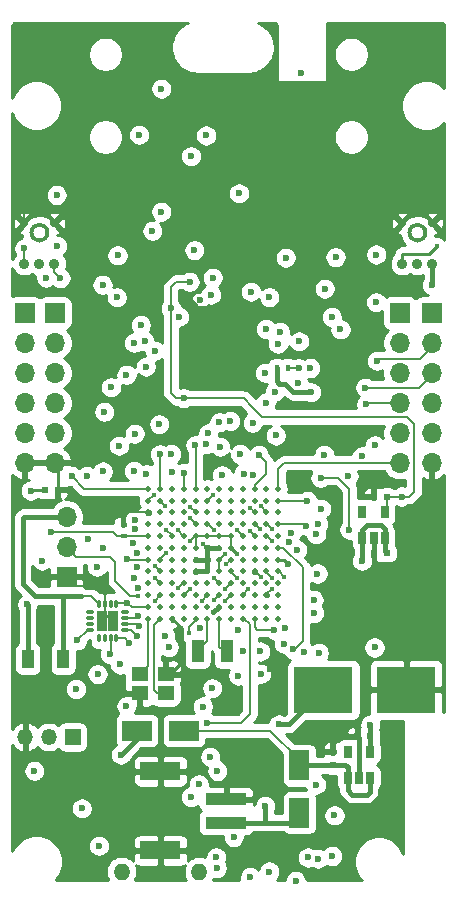
<source format=gbr>
G04 #@! TF.GenerationSoftware,KiCad,Pcbnew,(5.1.5)-3*
G04 #@! TF.CreationDate,2020-08-10T10:15:20+05:30*
G04 #@! TF.ProjectId,D_Tympan_DFMI_1.0,445f5479-6d70-4616-9e5f-44464d495f31,rev?*
G04 #@! TF.SameCoordinates,Original*
G04 #@! TF.FileFunction,Copper,L4,Bot*
G04 #@! TF.FilePolarity,Positive*
%FSLAX46Y46*%
G04 Gerber Fmt 4.6, Leading zero omitted, Abs format (unit mm)*
G04 Created by KiCad (PCBNEW (5.1.5)-3) date 2020-08-10 10:15:20*
%MOMM*%
%LPD*%
G04 APERTURE LIST*
%ADD10C,0.325000*%
%ADD11C,0.500380*%
%ADD12R,1.000000X1.600000*%
%ADD13R,0.650000X1.060000*%
%ADD14R,0.600000X0.500000*%
%ADD15R,0.500000X0.600000*%
%ADD16R,0.400000X0.600000*%
%ADD17R,0.600000X0.400000*%
%ADD18O,1.400000X1.400000*%
%ADD19R,1.100000X1.900000*%
%ADD20R,1.400000X1.200000*%
%ADD21R,1.700000X1.700000*%
%ADD22O,1.700000X1.700000*%
%ADD23R,2.500000X1.700000*%
%ADD24R,1.700000X2.500000*%
%ADD25O,0.300000X0.750000*%
%ADD26O,0.750000X0.300000*%
%ADD27R,0.900000X0.900000*%
%ADD28C,0.900000*%
%ADD29C,0.700000*%
%ADD30R,1.350000X1.350000*%
%ADD31O,1.350000X1.350000*%
%ADD32R,3.500000X1.000000*%
%ADD33R,3.400000X1.500000*%
%ADD34R,5.000000X4.000000*%
%ADD35C,0.600000*%
%ADD36C,0.450000*%
%ADD37C,0.381000*%
%ADD38C,0.177800*%
%ADD39C,0.203200*%
%ADD40C,0.250000*%
%ADD41C,0.254000*%
G04 APERTURE END LIST*
D10*
X118525250Y-64980000D02*
G75*
G03X118525250Y-64980000I-675250J0D01*
G01*
X150525250Y-64980000D02*
G75*
G03X150525250Y-64980000I-675250J0D01*
G01*
D11*
X138075640Y-86664960D03*
X137074880Y-86664960D03*
X136074120Y-86664960D03*
X135075900Y-86664960D03*
X134075140Y-86664960D03*
X133074380Y-86664960D03*
X132076160Y-86664960D03*
X131075400Y-86664960D03*
X130074640Y-86664960D03*
X129073880Y-86664960D03*
X128075660Y-86664960D03*
X127074900Y-86664960D03*
X138075640Y-87665720D03*
X138075640Y-88666480D03*
X138075640Y-89664700D03*
X138075640Y-90665460D03*
X138075640Y-91666220D03*
X138075640Y-92664440D03*
X138075640Y-93665200D03*
X138075640Y-94665960D03*
X127074900Y-87665720D03*
X128075660Y-87665720D03*
X129073880Y-87665720D03*
X130074640Y-87665720D03*
X131075400Y-87665720D03*
X132076160Y-87665720D03*
X133074380Y-87665720D03*
X134075140Y-87665720D03*
X137074880Y-87665720D03*
X136074120Y-87665720D03*
X135075900Y-87665720D03*
X137074880Y-88666480D03*
X136074120Y-88666480D03*
X135075900Y-88666480D03*
X134075140Y-88666480D03*
X133074380Y-88666480D03*
X132076160Y-88666480D03*
X131075400Y-88666480D03*
X130074640Y-88666480D03*
X137074880Y-89664700D03*
X136074120Y-89664700D03*
X135075900Y-89664700D03*
X134075140Y-89664700D03*
X133074380Y-89664700D03*
X132076160Y-89664700D03*
X131075400Y-89664700D03*
X130074640Y-89664700D03*
X137074880Y-90665460D03*
X136074120Y-90665460D03*
X135075900Y-90665460D03*
X129073880Y-88666480D03*
X129073880Y-89664700D03*
X128075660Y-88666480D03*
X128075660Y-89664700D03*
X127074900Y-89664700D03*
X127074900Y-88666480D03*
X137074880Y-91666220D03*
X136074120Y-91666220D03*
X135075900Y-91666220D03*
X135075900Y-92664440D03*
X136074120Y-92664440D03*
X137074880Y-92664440D03*
X137074880Y-93665200D03*
X136074120Y-93665200D03*
X135075900Y-93665200D03*
X135075900Y-94665960D03*
X136074120Y-94665960D03*
X137074880Y-94665960D03*
X138075640Y-95666720D03*
X137074880Y-95666720D03*
X136074120Y-95666720D03*
X135075900Y-95666720D03*
X135075900Y-96664940D03*
X136074120Y-96664940D03*
X137074880Y-96664940D03*
X138075640Y-96664940D03*
X138075640Y-97665700D03*
X137074880Y-97665700D03*
X136074120Y-97665700D03*
X135075900Y-97665700D03*
X131075400Y-90665460D03*
X132076160Y-90665460D03*
X133074380Y-90665460D03*
X134075140Y-90665460D03*
X134075140Y-91666220D03*
X133074380Y-91666220D03*
X132076160Y-91666220D03*
X131075400Y-91666220D03*
X134075140Y-92664440D03*
X133074380Y-92664440D03*
X132076160Y-92664440D03*
X131075400Y-92664440D03*
X134075140Y-93665200D03*
X133074380Y-93665200D03*
X132076160Y-93665200D03*
X131075400Y-93665200D03*
X134075140Y-94665960D03*
X133074380Y-94665960D03*
X132076160Y-94665960D03*
X131075400Y-94665960D03*
X134075140Y-95666720D03*
X133074380Y-95666720D03*
X132076160Y-95666720D03*
X131075400Y-95666720D03*
X134075140Y-96664940D03*
X133074380Y-96664940D03*
X132076160Y-96664940D03*
X131075400Y-96664940D03*
X134075140Y-97665700D03*
X133074380Y-97665700D03*
X132076160Y-97665700D03*
X131075400Y-97665700D03*
X130074640Y-90665460D03*
X129073880Y-90665460D03*
X128075660Y-90665460D03*
X127074900Y-90665460D03*
X130074640Y-91666220D03*
X129073880Y-91666220D03*
X128075660Y-91666220D03*
X127074900Y-91666220D03*
X130074640Y-94665960D03*
X127074900Y-92664440D03*
X128075660Y-92664440D03*
X129073880Y-92664440D03*
X130074640Y-92664440D03*
X130074640Y-93665200D03*
X129073880Y-93665200D03*
X128075660Y-93665200D03*
X127074900Y-93665200D03*
X129073880Y-94665960D03*
X128075660Y-94665960D03*
X127074900Y-94665960D03*
X130074640Y-97665700D03*
X130074640Y-96664940D03*
X130074640Y-95666720D03*
X129073880Y-95666720D03*
X129073880Y-96664940D03*
X129073880Y-97665700D03*
X128075660Y-97665700D03*
X128075660Y-96664940D03*
X128075660Y-95666720D03*
X127074900Y-95666720D03*
X127074900Y-96664940D03*
X127074900Y-97665700D03*
D12*
X116860000Y-101070000D03*
X119860000Y-101070000D03*
D13*
X147100000Y-90830000D03*
X146150000Y-90830000D03*
X145200000Y-90830000D03*
X145200000Y-88630000D03*
X147100000Y-88630000D03*
D14*
X118320000Y-86750000D03*
X119420000Y-86750000D03*
X147250000Y-92080000D03*
X146150000Y-92080000D03*
D15*
X142700000Y-110030000D03*
X142700000Y-108930000D03*
D14*
X147250000Y-87355000D03*
X146150000Y-87355000D03*
D16*
X137960000Y-76450000D03*
X138860000Y-76450000D03*
D17*
X124975000Y-90655000D03*
X124975000Y-89755000D03*
D18*
X124800000Y-119080000D03*
X131400000Y-119080000D03*
D19*
X133740000Y-100420000D03*
X131240000Y-100420000D03*
D20*
X128550000Y-103955000D03*
X126350000Y-103955000D03*
X126350000Y-102355000D03*
X128550000Y-102355000D03*
D21*
X120150000Y-94130000D03*
D22*
X120150000Y-91590000D03*
X120150000Y-89050000D03*
D14*
X145850000Y-107630000D03*
X144750000Y-107630000D03*
D23*
X130100000Y-107130000D03*
X126100000Y-107130000D03*
D24*
X139850000Y-110080000D03*
X139850000Y-114080000D03*
D21*
X151050000Y-71780000D03*
D22*
X151050000Y-74320000D03*
X151050000Y-76860000D03*
X151050000Y-79400000D03*
X151050000Y-81940000D03*
X151050000Y-84480000D03*
D21*
X119168000Y-71780000D03*
D22*
X119168000Y-74320000D03*
X119168000Y-76860000D03*
X119168000Y-79400000D03*
X119168000Y-81940000D03*
X119168000Y-84480000D03*
D13*
X145850000Y-111130000D03*
X144900000Y-111130000D03*
X143950000Y-111130000D03*
X143950000Y-108930000D03*
X145850000Y-108930000D03*
D21*
X116628000Y-71780000D03*
D22*
X116628000Y-74320000D03*
X116628000Y-76860000D03*
X116628000Y-79400000D03*
X116628000Y-81940000D03*
X116628000Y-84480000D03*
D25*
X122875000Y-96380000D03*
X123375000Y-96380000D03*
X123875000Y-96380000D03*
X124375000Y-96380000D03*
D26*
X125100000Y-97105000D03*
X125100000Y-97605000D03*
X125100000Y-98105000D03*
X125100000Y-98605000D03*
D25*
X124375000Y-99330000D03*
X123875000Y-99330000D03*
X123375000Y-99330000D03*
X122875000Y-99330000D03*
D26*
X122150000Y-98605000D03*
X122150000Y-98105000D03*
X122150000Y-97605000D03*
X122150000Y-97105000D03*
D27*
X124075000Y-98305000D03*
X123175000Y-98305000D03*
X124075000Y-97405000D03*
X123175000Y-97405000D03*
D21*
X148350000Y-71773000D03*
D22*
X148350000Y-74313000D03*
X148350000Y-76853000D03*
X148350000Y-79393000D03*
X148350000Y-81933000D03*
X148350000Y-84473000D03*
D28*
X116585000Y-67596000D03*
X117850000Y-67596000D03*
X119115000Y-67596000D03*
D29*
X116585000Y-64190000D03*
X119115000Y-64190000D03*
D30*
X120650000Y-107680000D03*
D31*
X118650000Y-107680000D03*
X116650000Y-107680000D03*
D32*
X133650000Y-114930000D03*
X133650000Y-112930000D03*
D33*
X128100000Y-117280000D03*
X128100000Y-110580000D03*
D28*
X148585000Y-67596000D03*
X149850000Y-67596000D03*
X151115000Y-67596000D03*
D29*
X148585000Y-64190000D03*
X151115000Y-64190000D03*
D34*
X141900000Y-103680000D03*
X148900000Y-103680000D03*
D35*
X116580000Y-62730000D03*
X130630000Y-77690000D03*
D36*
X136570000Y-94140000D03*
X137530000Y-95140000D03*
X131670000Y-91300000D03*
D35*
X132240000Y-84730000D03*
X123830000Y-114440000D03*
X146363780Y-85547380D03*
X137340000Y-101900000D03*
X120640000Y-86830000D03*
X131420000Y-70700000D03*
X140000000Y-51470000D03*
X136730000Y-68820000D03*
X137321380Y-70449620D03*
X118423780Y-68798620D03*
X119630280Y-68813860D03*
X130680000Y-112760000D03*
X145160000Y-92760000D03*
X138890000Y-92990000D03*
D36*
X134580000Y-92170000D03*
X130590000Y-91120000D03*
D35*
X125760000Y-91290000D03*
X140850000Y-78480000D03*
X142920000Y-67050000D03*
X151070000Y-69420000D03*
X124460000Y-66900000D03*
X120950000Y-103620000D03*
X145870000Y-106640000D03*
X132310000Y-109360000D03*
X132480000Y-103550000D03*
D36*
X132570000Y-97130000D03*
D35*
X128980020Y-71386880D03*
X148515160Y-87317760D03*
X130050000Y-78990000D03*
X130560000Y-69140000D03*
D36*
X126170000Y-95770000D03*
X127600000Y-96130000D03*
D35*
X117100000Y-86810000D03*
X137019120Y-73139480D03*
X146353620Y-70866180D03*
X146360000Y-66830000D03*
D36*
X151480000Y-66120000D03*
D35*
X119340000Y-66100000D03*
X135744040Y-69969560D03*
X116574660Y-66309420D03*
X138120000Y-106620000D03*
X136970000Y-113510000D03*
X121440000Y-113720000D03*
X127610000Y-74980000D03*
X127410000Y-64820000D03*
X122900000Y-116890000D03*
X141450000Y-117980000D03*
X121970000Y-90920000D03*
X125930000Y-90080000D03*
D36*
X128600000Y-90140000D03*
D35*
X141260000Y-111710000D03*
X131350000Y-111670000D03*
D36*
X129550000Y-90180000D03*
D35*
X125930000Y-89290000D03*
X142830000Y-114320000D03*
D36*
X133580000Y-96140000D03*
D35*
X134290000Y-116150000D03*
X127990000Y-81200000D03*
X133082120Y-81026180D03*
X121890000Y-85580000D03*
X128040000Y-83740000D03*
X125860000Y-74310000D03*
X132140000Y-81970000D03*
X125910000Y-81990000D03*
D36*
X130610000Y-88180000D03*
D35*
X142650000Y-117750000D03*
D36*
X135550000Y-95170000D03*
D35*
X132820000Y-117860000D03*
X140570000Y-117880000D03*
D36*
X130500000Y-98900000D03*
D35*
X120587860Y-85588020D03*
X133980000Y-80930000D03*
D36*
X128500000Y-88130000D03*
D35*
X129010000Y-83720000D03*
X134840000Y-83720000D03*
X131040000Y-82970000D03*
X139790000Y-76460000D03*
X139740000Y-77720000D03*
X125220000Y-77010000D03*
X125290000Y-92630000D03*
X126860000Y-76320000D03*
X140790000Y-76440000D03*
X123220000Y-85200000D03*
X123240000Y-91660000D03*
X125840000Y-85160000D03*
D36*
X128570000Y-92140000D03*
D35*
X126110000Y-92070000D03*
X131940000Y-82890000D03*
X135900000Y-81080000D03*
D36*
X130590000Y-89160000D03*
D35*
X138040200Y-74381540D03*
X123910180Y-78069620D03*
X143340000Y-73170000D03*
X141500000Y-100560000D03*
X137760000Y-78450000D03*
X138200000Y-73360000D03*
X142610000Y-72120000D03*
X140230000Y-100470000D03*
X126750000Y-74190000D03*
X134679780Y-102473940D03*
X122770000Y-102360000D03*
X123190000Y-69390000D03*
X123340000Y-80140000D03*
X132510000Y-68780000D03*
X124680000Y-101540000D03*
X136610180Y-102331700D03*
X124400000Y-70450000D03*
X124590000Y-83010000D03*
X132380000Y-70220000D03*
X130680000Y-58500000D03*
X129670000Y-72100000D03*
X126430000Y-72790000D03*
X126290000Y-56690000D03*
X131960000Y-56750000D03*
X133310000Y-85510000D03*
D36*
X133550000Y-92200000D03*
D35*
X134700000Y-98640000D03*
D36*
X133630000Y-93070000D03*
D35*
X139660000Y-91810000D03*
X137680000Y-98580000D03*
X130080000Y-85300000D03*
X140400000Y-89780000D03*
X141390000Y-93840000D03*
X128810000Y-100060000D03*
D36*
X138560000Y-94100000D03*
D35*
X138560000Y-99790000D03*
D36*
X137510000Y-90080000D03*
D35*
X141280000Y-90530000D03*
X141060000Y-96060000D03*
X139140000Y-90380000D03*
X141090000Y-97180000D03*
D36*
X136510000Y-90070000D03*
X132590000Y-90150000D03*
D35*
X135150000Y-85370000D03*
X141710000Y-88350000D03*
X138990000Y-91160000D03*
D36*
X137540000Y-91060000D03*
X135670000Y-90230000D03*
D35*
X141430000Y-89660000D03*
D36*
X134570000Y-90170000D03*
D35*
X141650000Y-85730000D03*
X135940000Y-85490000D03*
X144090000Y-90120000D03*
X128510000Y-99160000D03*
D36*
X137540000Y-94190000D03*
D35*
X138680000Y-98450000D03*
D36*
X134560000Y-94180000D03*
D35*
X136530000Y-100440000D03*
X135060000Y-100420000D03*
X126150000Y-99170000D03*
D36*
X133590000Y-95120000D03*
D35*
X126229200Y-97470140D03*
D36*
X132630000Y-94200000D03*
D35*
X131680000Y-105100000D03*
D36*
X132640000Y-96110000D03*
D35*
X125210000Y-105070000D03*
X125450000Y-99710000D03*
X126280000Y-98320000D03*
X131480000Y-98460000D03*
D36*
X131620000Y-96150000D03*
D35*
X121070000Y-99470000D03*
X125290000Y-96300000D03*
X123823820Y-100660380D03*
X146220000Y-100100000D03*
X124750920Y-109169380D03*
X135690000Y-119530000D03*
X139540000Y-119860000D03*
X132870000Y-118770000D03*
X137310000Y-119070000D03*
X116820000Y-96450000D03*
X118790000Y-90300000D03*
X132920000Y-110550000D03*
X117420000Y-110540000D03*
X141994980Y-69718100D03*
X141960000Y-83780000D03*
X136427300Y-83799860D03*
X138692980Y-67091740D03*
X130970000Y-66460000D03*
X140542100Y-87680980D03*
D36*
X136580000Y-88160000D03*
D35*
X137860000Y-82150000D03*
D36*
X135680000Y-88250000D03*
D35*
X145517960Y-79512340D03*
X137010000Y-79400000D03*
X132040000Y-106480000D03*
X139280000Y-100220000D03*
X119300080Y-61780600D03*
X134750000Y-61650000D03*
X128170000Y-63200000D03*
X128180000Y-52790000D03*
X125880000Y-94230000D03*
D36*
X127630000Y-94220000D03*
D35*
X118080000Y-92750000D03*
D36*
X127530000Y-87170000D03*
D35*
X126910000Y-85430000D03*
X144016820Y-85598180D03*
X145451920Y-78092480D03*
X146244400Y-82979440D03*
X133145620Y-83108980D03*
D36*
X132566500Y-87175520D03*
D35*
X146410000Y-75830000D03*
X126170000Y-95040000D03*
D36*
X129590000Y-95080000D03*
X130560000Y-95160000D03*
D35*
X145170000Y-83900000D03*
X129090000Y-85280000D03*
X126150000Y-93270000D03*
D36*
X127620000Y-93190000D03*
D35*
X122730000Y-93270000D03*
X136950000Y-76840000D03*
X139820740Y-74188500D03*
D37*
X132076160Y-93665200D02*
X132076160Y-92664440D01*
D38*
X123375000Y-96380000D02*
X123375000Y-97205000D01*
X123375000Y-97205000D02*
X123175000Y-97405000D01*
D37*
X131075400Y-92664440D02*
X132076160Y-92664440D01*
X131075400Y-93665200D02*
X132076160Y-93665200D01*
D39*
X116585000Y-64190000D02*
X116585000Y-62735000D01*
X116585000Y-62735000D02*
X116580000Y-62730000D01*
D40*
X123175000Y-97405000D02*
X123175000Y-98305000D01*
X123175000Y-97405000D02*
X124075000Y-97405000D01*
X124075000Y-97405000D02*
X124075000Y-98305000D01*
D39*
X137074880Y-95666720D02*
X137074880Y-95595120D01*
X136095200Y-93665200D02*
X136570000Y-94140000D01*
X136095200Y-93665200D02*
X136074120Y-93665200D01*
X137074880Y-95595120D02*
X137530000Y-95140000D01*
X132076160Y-91666220D02*
X132036220Y-91666220D01*
X132036220Y-91666220D02*
X131670000Y-91300000D01*
D37*
X146363780Y-85547380D02*
X146150000Y-85761160D01*
X146150000Y-85761160D02*
X146150000Y-87355000D01*
D39*
X120890000Y-94870000D02*
X120150000Y-94130000D01*
X122800000Y-94870000D02*
X120890000Y-94870000D01*
X123375000Y-95445000D02*
X122800000Y-94870000D01*
X123375000Y-96380000D02*
X123375000Y-95445000D01*
D37*
X132076160Y-92664440D02*
X132076160Y-91666220D01*
X132076160Y-91666220D02*
X133074380Y-91666220D01*
X146150000Y-90830000D02*
X146150000Y-92080000D01*
X144900000Y-111130000D02*
X144900000Y-107780000D01*
X144900000Y-107780000D02*
X144750000Y-107630000D01*
D39*
X125073520Y-88666480D02*
X124975000Y-88765000D01*
X124975000Y-88765000D02*
X124975000Y-89755000D01*
X127074900Y-88666480D02*
X125073520Y-88666480D01*
D40*
X128905000Y-102355000D02*
X129890000Y-101370000D01*
X128550000Y-102355000D02*
X128905000Y-102355000D01*
X129890000Y-98481820D02*
X129073880Y-97665700D01*
X129890000Y-101370000D02*
X129890000Y-98481820D01*
X119420000Y-86750000D02*
X119420000Y-84732000D01*
X119420000Y-84732000D02*
X119168000Y-84480000D01*
X119420000Y-86750000D02*
X120560000Y-86750000D01*
X120560000Y-86750000D02*
X120640000Y-86830000D01*
X131075400Y-91666220D02*
X130984060Y-91666220D01*
D37*
X147100000Y-90830000D02*
X147100000Y-91930000D01*
X147100000Y-91930000D02*
X147250000Y-92080000D01*
X145200000Y-90830000D02*
X145200000Y-90142700D01*
X145200000Y-90142700D02*
X145591620Y-89751080D01*
X145591620Y-89751080D02*
X146772720Y-89751080D01*
X146772720Y-89751080D02*
X147100000Y-90078360D01*
X147100000Y-90078360D02*
X147100000Y-90830000D01*
D38*
X119115000Y-67596000D02*
X119115000Y-68298580D01*
X119115000Y-68298580D02*
X119630280Y-68813860D01*
D39*
X131075400Y-90665460D02*
X131075400Y-91666220D01*
X132076160Y-90665460D02*
X131075400Y-90665460D01*
X132076160Y-90665460D02*
X133074380Y-90665460D01*
X133074380Y-90665460D02*
X134075140Y-90665460D01*
X134075140Y-90665460D02*
X134075140Y-91666220D01*
X116430000Y-94710000D02*
X116430000Y-94740000D01*
X121410000Y-95760000D02*
X121420000Y-95750000D01*
X121410000Y-95760000D02*
X122255000Y-95760000D01*
X122255000Y-95760000D02*
X122875000Y-96380000D01*
D37*
X121410000Y-95760000D02*
X119700000Y-95760000D01*
X119700000Y-95760000D02*
X119390000Y-95760000D01*
X119390000Y-95760000D02*
X117480000Y-95760000D01*
X117480000Y-95760000D02*
X116430000Y-94710000D01*
X145200000Y-90830000D02*
X145200000Y-92720000D01*
X145200000Y-92720000D02*
X145160000Y-92760000D01*
D39*
X138075640Y-92664440D02*
X137965560Y-92664440D01*
D40*
X138075640Y-92664440D02*
X138564440Y-92664440D01*
X138564440Y-92664440D02*
X138890000Y-92990000D01*
X134076220Y-91666220D02*
X134075140Y-91666220D01*
X134076220Y-91666220D02*
X134580000Y-92170000D01*
D39*
X131044540Y-90665460D02*
X130590000Y-91120000D01*
X131044540Y-90665460D02*
X131075400Y-90665460D01*
D37*
X137960000Y-76450000D02*
X137960000Y-77570000D01*
X137960000Y-77570000D02*
X138150000Y-77760000D01*
X138150000Y-77760000D02*
X138620000Y-77760000D01*
X138620000Y-77760000D02*
X139340000Y-78480000D01*
X139340000Y-78480000D02*
X140850000Y-78480000D01*
X151115000Y-67596000D02*
X151115000Y-69375000D01*
X151115000Y-69375000D02*
X151070000Y-69420000D01*
X119860000Y-101070000D02*
X119860000Y-95920000D01*
X119860000Y-95920000D02*
X119700000Y-95760000D01*
X116430000Y-89160000D02*
X116430000Y-94710000D01*
X116540000Y-89050000D02*
X116430000Y-89160000D01*
X120150000Y-89050000D02*
X116540000Y-89050000D01*
X145850000Y-106660000D02*
X145870000Y-106640000D01*
X145850000Y-106660000D02*
X145850000Y-107630000D01*
X145850000Y-108930000D02*
X145850000Y-107630000D01*
X133074380Y-96664940D02*
X133035060Y-96664940D01*
X133035060Y-96664940D02*
X132570000Y-97130000D01*
D38*
X128980020Y-71386880D02*
X128992720Y-71386880D01*
X147250000Y-87355000D02*
X147250000Y-88480000D01*
X147250000Y-88480000D02*
X147100000Y-88630000D01*
X147250000Y-87355000D02*
X148477920Y-87355000D01*
D39*
X149162240Y-87317760D02*
X148515160Y-87317760D01*
X149560000Y-86920000D02*
X149162240Y-87317760D01*
X149560000Y-81180000D02*
X149560000Y-86920000D01*
X148950000Y-80570000D02*
X149560000Y-81180000D01*
X136710000Y-80570000D02*
X136740000Y-80570000D01*
X136740000Y-80570000D02*
X148950000Y-80570000D01*
D38*
X148477920Y-87355000D02*
X148515160Y-87317760D01*
D39*
X128980020Y-71386880D02*
X128980020Y-77350000D01*
X128980020Y-77350000D02*
X128980020Y-77610020D01*
X129420000Y-78990000D02*
X130050000Y-78990000D01*
X128980020Y-78550020D02*
X129420000Y-78990000D01*
X128980020Y-78550020D02*
X128980020Y-77350000D01*
X130050000Y-78990000D02*
X135140000Y-78990000D01*
X135140000Y-78990000D02*
X135850000Y-79700000D01*
X135940000Y-79790000D02*
X135940000Y-79800000D01*
X135850000Y-79700000D02*
X135940000Y-79790000D01*
X136740000Y-80570000D02*
X136680000Y-80570000D01*
X135850000Y-79740000D02*
X135850000Y-79700000D01*
X136680000Y-80570000D02*
X135850000Y-79740000D01*
D38*
X128980020Y-70962616D02*
X128980000Y-70962596D01*
X128980020Y-71386880D02*
X128980020Y-70962616D01*
X128980000Y-70962596D02*
X128980000Y-69570000D01*
X129410000Y-69140000D02*
X130560000Y-69140000D01*
X128980000Y-69570000D02*
X129410000Y-69140000D01*
D39*
X128075660Y-95666720D02*
X128063280Y-95666720D01*
X126170000Y-95770000D02*
X126170000Y-95790000D01*
X128063280Y-95666720D02*
X127600000Y-96130000D01*
X126170000Y-95770000D02*
X125560000Y-95770000D01*
X120980000Y-92420000D02*
X120150000Y-91590000D01*
X123830000Y-92420000D02*
X120980000Y-92420000D01*
X124280000Y-92870000D02*
X123830000Y-92420000D01*
X124280000Y-94490000D02*
X124280000Y-92870000D01*
X125560000Y-95770000D02*
X124280000Y-94490000D01*
D40*
X117160000Y-86750000D02*
X118320000Y-86750000D01*
X117100000Y-86810000D02*
X117160000Y-86750000D01*
D38*
X137019120Y-73139480D02*
X137019120Y-73126780D01*
D39*
X146360000Y-66830000D02*
X146360000Y-66840000D01*
D40*
X148585000Y-66815000D02*
X148585000Y-67596000D01*
X148610000Y-66790000D02*
X148585000Y-66815000D01*
X150810000Y-66790000D02*
X148610000Y-66790000D01*
X151480000Y-66120000D02*
X150810000Y-66790000D01*
D38*
X116585000Y-67596000D02*
X116585000Y-66319760D01*
X116585000Y-66319760D02*
X116574660Y-66309420D01*
D37*
X133650000Y-114930000D02*
X136970000Y-114930000D01*
X136970000Y-114930000D02*
X139000000Y-114930000D01*
X139000000Y-114930000D02*
X139850000Y-114080000D01*
X136970000Y-114930000D02*
X136970000Y-113510000D01*
X138960000Y-106620000D02*
X141900000Y-103680000D01*
X138120000Y-106620000D02*
X138960000Y-106620000D01*
D39*
X129073880Y-90665460D02*
X129073880Y-90613880D01*
X129073880Y-90613880D02*
X128600000Y-90140000D01*
X130074640Y-90665460D02*
X130035460Y-90665460D01*
X130035460Y-90665460D02*
X129550000Y-90180000D01*
X125930000Y-89290000D02*
X125930000Y-89260000D01*
X134053280Y-95666720D02*
X133580000Y-96140000D01*
X134075140Y-95666720D02*
X134053280Y-95666720D01*
X121898020Y-85588020D02*
X121890000Y-85580000D01*
X128075660Y-86664960D02*
X128075660Y-83775660D01*
X128075660Y-83775660D02*
X128040000Y-83740000D01*
X131075400Y-88645400D02*
X130610000Y-88180000D01*
X131075400Y-88645400D02*
X131075400Y-88666480D01*
X135075900Y-95666720D02*
X135075900Y-95644100D01*
X135075900Y-95644100D02*
X135550000Y-95170000D01*
D40*
X132820000Y-117860000D02*
X132820000Y-117840000D01*
D39*
X131075400Y-97814600D02*
X130500000Y-98390000D01*
X130500000Y-98390000D02*
X130500000Y-98900000D01*
X131075400Y-97814600D02*
X131075400Y-97665700D01*
D38*
X127074900Y-86664960D02*
X121664800Y-86664960D01*
X121664800Y-86664960D02*
X120587860Y-85588020D01*
D39*
X128075660Y-87705660D02*
X128500000Y-88130000D01*
X128075660Y-87665720D02*
X128075660Y-87705660D01*
X131075400Y-86664960D02*
X131075400Y-83005400D01*
X131075400Y-83005400D02*
X131040000Y-82970000D01*
X138860000Y-76450000D02*
X139780000Y-76450000D01*
X139780000Y-76450000D02*
X139790000Y-76460000D01*
X125324440Y-92664440D02*
X125290000Y-92630000D01*
X125324440Y-92664440D02*
X127074900Y-92664440D01*
X128075660Y-92634340D02*
X128570000Y-92140000D01*
X128075660Y-92634340D02*
X128075660Y-92664440D01*
X131075400Y-89645400D02*
X130590000Y-89160000D01*
X131075400Y-89645400D02*
X131075400Y-89664700D01*
X131075400Y-89604600D02*
X131075400Y-89664700D01*
D38*
X138040200Y-74381540D02*
X138017340Y-74404400D01*
D39*
X126410000Y-72770000D02*
X126330000Y-72770000D01*
X126430000Y-72790000D02*
X126410000Y-72770000D01*
X133074380Y-92664440D02*
X133074380Y-93665200D01*
X133320000Y-85500000D02*
X133350000Y-85500000D01*
X133310000Y-85510000D02*
X133320000Y-85500000D01*
X133085560Y-92664440D02*
X133074380Y-92664440D01*
X133085560Y-92664440D02*
X133550000Y-92200000D01*
X134035560Y-92664440D02*
X133630000Y-93070000D01*
X134075140Y-92664440D02*
X134035560Y-92664440D01*
D38*
X137680000Y-98580000D02*
X137680000Y-98590000D01*
X137680000Y-98580000D02*
X136300000Y-98580000D01*
X136074120Y-98354120D02*
X136074120Y-97665700D01*
X136300000Y-98580000D02*
X136074120Y-98354120D01*
D39*
X130074640Y-86664960D02*
X130074640Y-85305360D01*
X130074640Y-85305360D02*
X130080000Y-85300000D01*
X140284700Y-89664700D02*
X140400000Y-89780000D01*
X138075640Y-89664700D02*
X140284700Y-89664700D01*
X138075640Y-93665200D02*
X138125200Y-93665200D01*
X138125200Y-93665200D02*
X138560000Y-94100000D01*
D40*
X129073880Y-87665720D02*
X129073880Y-87640460D01*
D39*
X137074880Y-89664700D02*
X137094700Y-89664700D01*
X137094700Y-89664700D02*
X137510000Y-90080000D01*
X136104700Y-89664700D02*
X136074120Y-89664700D01*
X136104700Y-89664700D02*
X136510000Y-90070000D01*
X132076160Y-89664700D02*
X132104700Y-89664700D01*
X132104700Y-89664700D02*
X132590000Y-90150000D01*
X137074880Y-90665460D02*
X137145460Y-90665460D01*
X137145460Y-90665460D02*
X137540000Y-91060000D01*
X136074120Y-90634120D02*
X135670000Y-90230000D01*
X136074120Y-90634120D02*
X136074120Y-90665460D01*
D40*
X141430000Y-89660000D02*
X141430000Y-89630000D01*
D39*
X135075900Y-90665460D02*
X135065460Y-90665460D01*
X135065460Y-90665460D02*
X134570000Y-90170000D01*
X144090000Y-86650000D02*
X143170000Y-85730000D01*
X143170000Y-85730000D02*
X141650000Y-85730000D01*
X144090000Y-86650000D02*
X144090000Y-90120000D01*
D40*
X137074880Y-93665200D02*
X137074880Y-93718680D01*
D38*
X137074880Y-93665200D02*
X137074880Y-93724880D01*
X137074880Y-93724880D02*
X137540000Y-94190000D01*
X138680000Y-98450000D02*
X138680000Y-98490000D01*
D39*
X134075140Y-93665200D02*
X134075140Y-93695140D01*
X134075140Y-93695140D02*
X134560000Y-94180000D01*
X136550000Y-100420000D02*
X136590000Y-100420000D01*
X136530000Y-100440000D02*
X136550000Y-100420000D01*
X125100000Y-98605000D02*
X125585000Y-98605000D01*
X125585000Y-98605000D02*
X126150000Y-99170000D01*
X134075140Y-94665960D02*
X134044040Y-94665960D01*
X134044040Y-94665960D02*
X133590000Y-95120000D01*
D38*
X125100000Y-97605000D02*
X126094340Y-97605000D01*
X126094340Y-97605000D02*
X126229200Y-97470140D01*
D39*
X133074380Y-94644380D02*
X132630000Y-94200000D01*
X133074380Y-94644380D02*
X133074380Y-94665960D01*
X124375000Y-99330000D02*
X125070000Y-99330000D01*
X133074380Y-95675620D02*
X132640000Y-96110000D01*
X133074380Y-95675620D02*
X133074380Y-95666720D01*
X125070000Y-99330000D02*
X125450000Y-99710000D01*
X125100000Y-98105000D02*
X126065000Y-98105000D01*
X126065000Y-98105000D02*
X126280000Y-98320000D01*
X132076160Y-95666720D02*
X132076160Y-95693840D01*
X132076160Y-95693840D02*
X131620000Y-96150000D01*
X133740000Y-100420000D02*
X133470000Y-100420000D01*
X133074380Y-100024380D02*
X133074380Y-97665700D01*
X133470000Y-100420000D02*
X133074380Y-100024380D01*
X132076160Y-97665700D02*
X132076160Y-99583840D01*
X132076160Y-99583840D02*
X131240000Y-100420000D01*
X128550000Y-103955000D02*
X127815000Y-103955000D01*
X127530000Y-98211360D02*
X128075660Y-97665700D01*
X127530000Y-103670000D02*
X127530000Y-98211360D01*
X127815000Y-103955000D02*
X127530000Y-103670000D01*
X122150000Y-98605000D02*
X121935000Y-98605000D01*
X121935000Y-98605000D02*
X121070000Y-99470000D01*
X127074900Y-96664940D02*
X125654940Y-96664940D01*
X125654940Y-96664940D02*
X125290000Y-96300000D01*
X125290000Y-96300000D02*
X124455000Y-96300000D01*
X124455000Y-96300000D02*
X124375000Y-96380000D01*
D38*
X127074900Y-97665700D02*
X127074900Y-101630100D01*
X127074900Y-101630100D02*
X126350000Y-102355000D01*
X123875000Y-99330000D02*
X123875000Y-100609200D01*
X123875000Y-100609200D02*
X123823820Y-100660380D01*
D37*
X124750920Y-109169380D02*
X126100000Y-107820300D01*
X126100000Y-107820300D02*
X126100000Y-107130000D01*
X139850000Y-110080000D02*
X142650000Y-110080000D01*
X142650000Y-110080000D02*
X142700000Y-110030000D01*
D39*
X139850000Y-110080000D02*
X139850000Y-109570000D01*
X137410000Y-107130000D02*
X130100000Y-107130000D01*
X139850000Y-109570000D02*
X137410000Y-107130000D01*
D37*
X143950000Y-111130000D02*
X143950000Y-110260000D01*
X142710000Y-110020000D02*
X142700000Y-110030000D01*
X143710000Y-110020000D02*
X142710000Y-110020000D01*
X143950000Y-110260000D02*
X143710000Y-110020000D01*
X143950000Y-111130000D02*
X143950000Y-112180000D01*
X145800000Y-111180000D02*
X145850000Y-111130000D01*
X145800000Y-112330000D02*
X145800000Y-111180000D01*
X145580000Y-112550000D02*
X145800000Y-112330000D01*
X144320000Y-112550000D02*
X145580000Y-112550000D01*
X143950000Y-112180000D02*
X144320000Y-112550000D01*
X116860000Y-101070000D02*
X116860000Y-96490000D01*
X116860000Y-96490000D02*
X116820000Y-96450000D01*
D39*
X127074900Y-90665460D02*
X124985460Y-90665460D01*
X124985460Y-90665460D02*
X124975000Y-90655000D01*
X118790000Y-90300000D02*
X118790000Y-90320000D01*
X118790000Y-90300000D02*
X124100000Y-90300000D01*
X124455000Y-90655000D02*
X124975000Y-90655000D01*
X124100000Y-90300000D02*
X124455000Y-90655000D01*
D38*
X141994980Y-69718100D02*
X141994980Y-69697780D01*
D39*
X136427300Y-83799860D02*
X137020000Y-84392560D01*
X137020000Y-85410000D02*
X137020000Y-84392560D01*
X136074120Y-86355880D02*
X137020000Y-85410000D01*
X136074120Y-86355880D02*
X136074120Y-86664960D01*
D38*
X138672660Y-67137460D02*
X138682820Y-67127300D01*
X138647260Y-67137460D02*
X138672660Y-67137460D01*
X138692980Y-67091740D02*
X138647260Y-67137460D01*
X138075640Y-86664960D02*
X138075640Y-84955680D01*
X138558320Y-84473000D02*
X148350000Y-84473000D01*
X138075640Y-84955680D02*
X138558320Y-84473000D01*
X138075640Y-87665720D02*
X140526840Y-87665720D01*
X140526840Y-87665720D02*
X140542100Y-87680980D01*
D39*
X137074880Y-88654880D02*
X136580000Y-88160000D01*
X137074880Y-88654880D02*
X137074880Y-88666480D01*
X136074120Y-88644120D02*
X135680000Y-88250000D01*
X136074120Y-88666480D02*
X136074120Y-88644120D01*
D38*
X145637300Y-79393000D02*
X148350000Y-79393000D01*
X145637300Y-79393000D02*
X145517960Y-79512340D01*
D39*
X135670000Y-98126382D02*
X135670000Y-105740000D01*
X135209318Y-97665700D02*
X135670000Y-98126382D01*
X135075900Y-97665700D02*
X135209318Y-97665700D01*
X134930000Y-106480000D02*
X132040000Y-106480000D01*
X135350000Y-106060000D02*
X134930000Y-106480000D01*
X135670000Y-105740000D02*
X135350000Y-106060000D01*
X135075900Y-97665700D02*
X135075900Y-97765900D01*
X139280000Y-100220000D02*
X139460000Y-100220000D01*
X139460000Y-100220000D02*
X140130000Y-99550000D01*
X140130000Y-99550000D02*
X140130000Y-93310000D01*
X140130000Y-93310000D02*
X138486220Y-91666220D01*
X138486220Y-91666220D02*
X138075640Y-91666220D01*
D38*
X119300080Y-61780600D02*
X119234040Y-61846640D01*
X128075660Y-94665960D02*
X128075660Y-94665660D01*
X128075660Y-94665660D02*
X127630000Y-94220000D01*
D39*
X127074900Y-87625100D02*
X127530000Y-87170000D01*
X127074900Y-87625100D02*
X127074900Y-87665720D01*
D38*
X151050000Y-77051160D02*
X150008680Y-78092480D01*
X150008680Y-78092480D02*
X145451920Y-78092480D01*
X151050000Y-76860000D02*
X151050000Y-77051160D01*
X132076160Y-87665720D02*
X132076300Y-87665720D01*
X132076300Y-87665720D02*
X132566500Y-87175520D01*
X151050000Y-74320000D02*
X151050000Y-74640700D01*
X151050000Y-74640700D02*
X150041700Y-75649000D01*
X150041700Y-75649000D02*
X147520000Y-75649000D01*
X147520000Y-75649000D02*
X147235000Y-75649000D01*
X146591000Y-75649000D02*
X146410000Y-75830000D01*
X146591000Y-75649000D02*
X147520000Y-75649000D01*
D39*
X126150000Y-95060000D02*
X126070000Y-95060000D01*
X126170000Y-95040000D02*
X126150000Y-95060000D01*
X130074640Y-94665960D02*
X130004040Y-94665960D01*
X130004040Y-94665960D02*
X129590000Y-95080000D01*
X130074640Y-95666720D02*
X130074640Y-95645360D01*
X130074640Y-95645360D02*
X130560000Y-95160000D01*
X128075660Y-93665200D02*
X128075660Y-93645660D01*
X128075660Y-93645660D02*
X127620000Y-93190000D01*
D41*
G36*
X130409556Y-47201554D02*
G01*
X130350432Y-47226895D01*
X130290915Y-47251426D01*
X130282195Y-47256141D01*
X130021381Y-47399524D01*
X129968304Y-47435866D01*
X129914684Y-47471491D01*
X129907046Y-47477810D01*
X129679050Y-47669121D01*
X129634037Y-47715087D01*
X129588364Y-47760442D01*
X129582099Y-47768124D01*
X129395604Y-48000077D01*
X129360383Y-48053902D01*
X129324383Y-48107274D01*
X129319729Y-48116027D01*
X129181840Y-48379786D01*
X129157745Y-48439423D01*
X129132797Y-48498772D01*
X129129932Y-48508262D01*
X129045899Y-48793780D01*
X129033844Y-48856976D01*
X129020901Y-48920027D01*
X129019934Y-48929893D01*
X128992959Y-49226296D01*
X128993408Y-49290613D01*
X128992959Y-49354996D01*
X128993927Y-49364862D01*
X129025037Y-49660860D01*
X129037975Y-49723885D01*
X129050035Y-49787107D01*
X129052900Y-49796597D01*
X129140911Y-50080914D01*
X129165839Y-50140215D01*
X129189954Y-50199901D01*
X129194608Y-50208654D01*
X129336167Y-50470462D01*
X129372148Y-50523806D01*
X129407388Y-50577658D01*
X129413654Y-50585340D01*
X129603369Y-50814666D01*
X129649038Y-50860017D01*
X129694053Y-50905986D01*
X129701691Y-50912305D01*
X129932336Y-51100415D01*
X129985930Y-51136023D01*
X130039033Y-51172383D01*
X130047753Y-51177098D01*
X130310543Y-51316826D01*
X130369997Y-51341331D01*
X130429185Y-51366699D01*
X130438655Y-51369630D01*
X130723580Y-51455654D01*
X130786664Y-51468145D01*
X130849651Y-51481533D01*
X130859510Y-51482569D01*
X131154771Y-51511518D01*
X131190123Y-51515000D01*
X135584877Y-51515000D01*
X135620790Y-51511463D01*
X135640575Y-51511463D01*
X135650434Y-51510426D01*
X135946208Y-51477250D01*
X136009127Y-51463876D01*
X136072278Y-51451372D01*
X136081748Y-51448440D01*
X136365444Y-51358446D01*
X136424535Y-51333119D01*
X136484085Y-51308575D01*
X136492805Y-51303859D01*
X136753619Y-51160477D01*
X136806706Y-51124127D01*
X136860316Y-51088509D01*
X136867954Y-51082190D01*
X137095949Y-50890879D01*
X137140960Y-50844916D01*
X137186636Y-50799558D01*
X137192901Y-50791876D01*
X137379396Y-50559923D01*
X137414620Y-50506094D01*
X137450618Y-50452726D01*
X137455271Y-50443973D01*
X137593161Y-50180213D01*
X137617257Y-50120571D01*
X137642203Y-50061229D01*
X137645068Y-50051738D01*
X137729100Y-49766221D01*
X137741144Y-49703086D01*
X137754099Y-49639973D01*
X137755066Y-49630107D01*
X137782041Y-49333704D01*
X137781592Y-49269387D01*
X137782041Y-49205003D01*
X137781073Y-49195137D01*
X137749962Y-48899140D01*
X137737032Y-48836152D01*
X137724965Y-48772893D01*
X137722099Y-48763402D01*
X137634089Y-48479086D01*
X137609161Y-48419785D01*
X137585046Y-48360099D01*
X137580392Y-48351346D01*
X137438833Y-48089538D01*
X137402842Y-48036179D01*
X137367612Y-47982342D01*
X137361347Y-47974660D01*
X137171631Y-47745334D01*
X137125979Y-47699999D01*
X137080947Y-47654014D01*
X137073308Y-47647695D01*
X136842664Y-47459585D01*
X136789070Y-47423977D01*
X136735967Y-47387617D01*
X136727247Y-47382902D01*
X136464457Y-47243174D01*
X136405003Y-47218669D01*
X136345815Y-47193301D01*
X136336345Y-47190370D01*
X136335120Y-47190000D01*
X137910205Y-47190000D01*
X137933000Y-47524327D01*
X137933000Y-52120000D01*
X137935440Y-52144776D01*
X137942667Y-52168601D01*
X137954403Y-52190557D01*
X137970197Y-52209803D01*
X137989443Y-52225597D01*
X138011399Y-52237333D01*
X138035224Y-52244560D01*
X138060000Y-52247000D01*
X142060000Y-52247000D01*
X142084776Y-52244560D01*
X142108601Y-52237333D01*
X142130557Y-52225597D01*
X142149803Y-52209803D01*
X142165597Y-52190557D01*
X142177333Y-52168601D01*
X142184560Y-52144776D01*
X142187000Y-52120000D01*
X142187000Y-49733740D01*
X142765000Y-49733740D01*
X142765000Y-50026260D01*
X142822068Y-50313158D01*
X142934010Y-50583411D01*
X143096525Y-50826632D01*
X143303368Y-51033475D01*
X143546589Y-51195990D01*
X143816842Y-51307932D01*
X144103740Y-51365000D01*
X144396260Y-51365000D01*
X144683158Y-51307932D01*
X144953411Y-51195990D01*
X145196632Y-51033475D01*
X145403475Y-50826632D01*
X145565990Y-50583411D01*
X145677932Y-50313158D01*
X145735000Y-50026260D01*
X145735000Y-49733740D01*
X145677932Y-49446842D01*
X145565990Y-49176589D01*
X145403475Y-48933368D01*
X145196632Y-48726525D01*
X144953411Y-48564010D01*
X144683158Y-48452068D01*
X144396260Y-48395000D01*
X144103740Y-48395000D01*
X143816842Y-48452068D01*
X143546589Y-48564010D01*
X143303368Y-48726525D01*
X143096525Y-48933368D01*
X142934010Y-49176589D01*
X142822068Y-49446842D01*
X142765000Y-49733740D01*
X142187000Y-49733740D01*
X142187000Y-47190000D01*
X151815278Y-47190000D01*
X151905665Y-47198863D01*
X151959214Y-47215030D01*
X152008597Y-47241288D01*
X152051945Y-47276641D01*
X152087600Y-47319740D01*
X152114201Y-47368937D01*
X152130742Y-47422375D01*
X152140001Y-47510464D01*
X152140001Y-52750655D01*
X151960983Y-52571637D01*
X151611302Y-52337988D01*
X151222756Y-52177047D01*
X150810279Y-52095000D01*
X150389721Y-52095000D01*
X149977244Y-52177047D01*
X149588698Y-52337988D01*
X149239017Y-52571637D01*
X148941637Y-52869017D01*
X148707988Y-53218698D01*
X148547047Y-53607244D01*
X148465000Y-54019721D01*
X148465000Y-54440279D01*
X148547047Y-54852756D01*
X148707988Y-55241302D01*
X148941637Y-55590983D01*
X149239017Y-55888363D01*
X149588698Y-56122012D01*
X149977244Y-56282953D01*
X150389721Y-56365000D01*
X150810279Y-56365000D01*
X151222756Y-56282953D01*
X151611302Y-56122012D01*
X151960983Y-55888363D01*
X152140001Y-55709345D01*
X152140001Y-65563778D01*
X152028218Y-65451995D01*
X151887363Y-65357878D01*
X151730853Y-65293049D01*
X151564703Y-65260000D01*
X151395297Y-65260000D01*
X151305414Y-65277879D01*
X151330517Y-65151679D01*
X151393989Y-65139632D01*
X151573893Y-65066957D01*
X151589216Y-65058767D01*
X151605912Y-64860517D01*
X151268856Y-64523461D01*
X151166488Y-64276323D01*
X151108809Y-64190000D01*
X151294605Y-64190000D01*
X151785517Y-64680912D01*
X151983767Y-64664216D01*
X152059589Y-64485616D01*
X152099110Y-64295656D01*
X152100813Y-64101636D01*
X152064632Y-63911011D01*
X151991957Y-63731107D01*
X151983767Y-63715784D01*
X151785517Y-63699088D01*
X151294605Y-64190000D01*
X151108809Y-64190000D01*
X151003911Y-64033009D01*
X150796991Y-63826089D01*
X150553677Y-63663512D01*
X150283322Y-63551527D01*
X150122226Y-63519483D01*
X150624088Y-63519483D01*
X151115000Y-64010395D01*
X151605912Y-63519483D01*
X151589216Y-63321233D01*
X151410616Y-63245411D01*
X151220656Y-63205890D01*
X151026636Y-63204187D01*
X150836011Y-63240368D01*
X150656107Y-63313043D01*
X150640784Y-63321233D01*
X150624088Y-63519483D01*
X150122226Y-63519483D01*
X149996315Y-63494438D01*
X149703685Y-63494438D01*
X149416678Y-63551527D01*
X149146323Y-63663512D01*
X148903009Y-63826089D01*
X148696089Y-64033009D01*
X148533512Y-64276323D01*
X148431144Y-64523461D01*
X148094088Y-64860517D01*
X148110784Y-65058767D01*
X148289384Y-65134589D01*
X148369395Y-65151235D01*
X148421527Y-65413322D01*
X148533512Y-65683677D01*
X148696089Y-65926991D01*
X148799098Y-66030000D01*
X148647322Y-66030000D01*
X148609999Y-66026324D01*
X148572677Y-66030000D01*
X148572667Y-66030000D01*
X148461014Y-66040997D01*
X148317753Y-66084454D01*
X148185724Y-66155026D01*
X148069999Y-66249999D01*
X148058730Y-66263730D01*
X148044999Y-66274999D01*
X147989871Y-66342174D01*
X147950026Y-66390724D01*
X147892817Y-66497754D01*
X147879454Y-66522754D01*
X147835997Y-66666015D01*
X147825000Y-66777668D01*
X147825000Y-66777678D01*
X147821324Y-66815000D01*
X147822243Y-66824335D01*
X147742225Y-66904353D01*
X147623485Y-67082060D01*
X147541696Y-67279517D01*
X147500000Y-67489137D01*
X147500000Y-67702863D01*
X147541696Y-67912483D01*
X147623485Y-68109940D01*
X147742225Y-68287647D01*
X147893353Y-68438775D01*
X148071060Y-68557515D01*
X148268517Y-68639304D01*
X148478137Y-68681000D01*
X148691863Y-68681000D01*
X148901483Y-68639304D01*
X149098940Y-68557515D01*
X149217500Y-68478296D01*
X149336060Y-68557515D01*
X149533517Y-68639304D01*
X149743137Y-68681000D01*
X149956863Y-68681000D01*
X150166483Y-68639304D01*
X150289501Y-68588349D01*
X150289501Y-68905144D01*
X150241414Y-68977111D01*
X150170932Y-69147271D01*
X150135000Y-69327911D01*
X150135000Y-69512089D01*
X150170932Y-69692729D01*
X150241414Y-69862889D01*
X150343738Y-70016028D01*
X150473972Y-70146262D01*
X150627111Y-70248586D01*
X150731749Y-70291928D01*
X150200000Y-70291928D01*
X150075518Y-70304188D01*
X149955820Y-70340498D01*
X149845506Y-70399463D01*
X149748815Y-70478815D01*
X149702872Y-70534796D01*
X149651185Y-70471815D01*
X149554494Y-70392463D01*
X149444180Y-70333498D01*
X149324482Y-70297188D01*
X149200000Y-70284928D01*
X147500000Y-70284928D01*
X147375518Y-70297188D01*
X147255820Y-70333498D01*
X147157370Y-70386121D01*
X147079882Y-70270152D01*
X146949648Y-70139918D01*
X146796509Y-70037594D01*
X146626349Y-69967112D01*
X146445709Y-69931180D01*
X146261531Y-69931180D01*
X146080891Y-69967112D01*
X145910731Y-70037594D01*
X145757592Y-70139918D01*
X145627358Y-70270152D01*
X145525034Y-70423291D01*
X145454552Y-70593451D01*
X145418620Y-70774091D01*
X145418620Y-70958269D01*
X145454552Y-71138909D01*
X145525034Y-71309069D01*
X145627358Y-71462208D01*
X145757592Y-71592442D01*
X145910731Y-71694766D01*
X146080891Y-71765248D01*
X146261531Y-71801180D01*
X146445709Y-71801180D01*
X146626349Y-71765248D01*
X146796509Y-71694766D01*
X146861928Y-71651055D01*
X146861928Y-72623000D01*
X146874188Y-72747482D01*
X146910498Y-72867180D01*
X146969463Y-72977494D01*
X147048815Y-73074185D01*
X147145506Y-73153537D01*
X147255820Y-73212502D01*
X147328380Y-73234513D01*
X147196525Y-73366368D01*
X147034010Y-73609589D01*
X146922068Y-73879842D01*
X146865000Y-74166740D01*
X146865000Y-74459260D01*
X146922068Y-74746158D01*
X146996188Y-74925100D01*
X146653410Y-74925100D01*
X146502089Y-74895000D01*
X146317911Y-74895000D01*
X146137271Y-74930932D01*
X145967111Y-75001414D01*
X145813972Y-75103738D01*
X145683738Y-75233972D01*
X145581414Y-75387111D01*
X145510932Y-75557271D01*
X145475000Y-75737911D01*
X145475000Y-75922089D01*
X145510932Y-76102729D01*
X145581414Y-76272889D01*
X145683738Y-76426028D01*
X145813972Y-76556262D01*
X145967111Y-76658586D01*
X146137271Y-76729068D01*
X146317911Y-76765000D01*
X146502089Y-76765000D01*
X146682729Y-76729068D01*
X146852889Y-76658586D01*
X146877903Y-76641872D01*
X146865000Y-76706740D01*
X146865000Y-76999260D01*
X146922068Y-77286158D01*
X146956208Y-77368580D01*
X146050310Y-77368580D01*
X146047948Y-77366218D01*
X145894809Y-77263894D01*
X145724649Y-77193412D01*
X145544009Y-77157480D01*
X145359831Y-77157480D01*
X145179191Y-77193412D01*
X145009031Y-77263894D01*
X144855892Y-77366218D01*
X144725658Y-77496452D01*
X144623334Y-77649591D01*
X144552852Y-77819751D01*
X144516920Y-78000391D01*
X144516920Y-78184569D01*
X144552852Y-78365209D01*
X144623334Y-78535369D01*
X144725658Y-78688508D01*
X144855892Y-78818742D01*
X144875899Y-78832111D01*
X144791698Y-78916312D01*
X144689374Y-79069451D01*
X144618892Y-79239611D01*
X144582960Y-79420251D01*
X144582960Y-79604429D01*
X144618892Y-79785069D01*
X144638911Y-79833400D01*
X137842516Y-79833400D01*
X137909068Y-79672729D01*
X137945000Y-79492089D01*
X137945000Y-79366519D01*
X138032729Y-79349068D01*
X138202889Y-79278586D01*
X138356028Y-79176262D01*
X138486262Y-79046028D01*
X138587332Y-78894766D01*
X138727610Y-79035044D01*
X138753459Y-79066541D01*
X138784955Y-79092389D01*
X138784958Y-79092392D01*
X138879157Y-79169699D01*
X139009953Y-79239611D01*
X139022566Y-79246353D01*
X139178174Y-79293556D01*
X139299447Y-79305500D01*
X139299449Y-79305500D01*
X139340000Y-79309494D01*
X139380550Y-79305500D01*
X140402492Y-79305500D01*
X140407111Y-79308586D01*
X140577271Y-79379068D01*
X140757911Y-79415000D01*
X140942089Y-79415000D01*
X141122729Y-79379068D01*
X141292889Y-79308586D01*
X141446028Y-79206262D01*
X141576262Y-79076028D01*
X141678586Y-78922889D01*
X141749068Y-78752729D01*
X141785000Y-78572089D01*
X141785000Y-78387911D01*
X141749068Y-78207271D01*
X141678586Y-78037111D01*
X141576262Y-77883972D01*
X141446028Y-77753738D01*
X141292889Y-77651414D01*
X141122729Y-77580932D01*
X140942089Y-77545000D01*
X140757911Y-77545000D01*
X140662291Y-77564020D01*
X140639068Y-77447271D01*
X140601161Y-77355755D01*
X140697911Y-77375000D01*
X140882089Y-77375000D01*
X141062729Y-77339068D01*
X141232889Y-77268586D01*
X141386028Y-77166262D01*
X141516262Y-77036028D01*
X141618586Y-76882889D01*
X141689068Y-76712729D01*
X141725000Y-76532089D01*
X141725000Y-76347911D01*
X141689068Y-76167271D01*
X141618586Y-75997111D01*
X141516262Y-75843972D01*
X141386028Y-75713738D01*
X141232889Y-75611414D01*
X141062729Y-75540932D01*
X140882089Y-75505000D01*
X140697911Y-75505000D01*
X140517271Y-75540932D01*
X140347111Y-75611414D01*
X140275034Y-75659574D01*
X140232889Y-75631414D01*
X140062729Y-75560932D01*
X139882089Y-75525000D01*
X139697911Y-75525000D01*
X139517271Y-75560932D01*
X139397672Y-75610471D01*
X139304180Y-75560498D01*
X139184482Y-75524188D01*
X139060000Y-75511928D01*
X138660000Y-75511928D01*
X138535518Y-75524188D01*
X138415820Y-75560498D01*
X138410000Y-75563609D01*
X138404180Y-75560498D01*
X138284482Y-75524188D01*
X138160000Y-75511928D01*
X137760000Y-75511928D01*
X137635518Y-75524188D01*
X137515820Y-75560498D01*
X137405506Y-75619463D01*
X137308815Y-75698815D01*
X137229463Y-75795506D01*
X137170498Y-75905820D01*
X137163425Y-75929136D01*
X137042089Y-75905000D01*
X136857911Y-75905000D01*
X136677271Y-75940932D01*
X136507111Y-76011414D01*
X136353972Y-76113738D01*
X136223738Y-76243972D01*
X136121414Y-76397111D01*
X136050932Y-76567271D01*
X136015000Y-76747911D01*
X136015000Y-76932089D01*
X136050932Y-77112729D01*
X136121414Y-77282889D01*
X136223738Y-77436028D01*
X136353972Y-77566262D01*
X136507111Y-77668586D01*
X136677271Y-77739068D01*
X136857911Y-77775000D01*
X137042089Y-77775000D01*
X137130246Y-77757464D01*
X137033738Y-77853972D01*
X136931414Y-78007111D01*
X136860932Y-78177271D01*
X136825000Y-78357911D01*
X136825000Y-78483481D01*
X136737271Y-78500932D01*
X136567111Y-78571414D01*
X136413972Y-78673738D01*
X136283738Y-78803972D01*
X136181414Y-78957111D01*
X136171868Y-78980158D01*
X135686445Y-78494736D01*
X135663375Y-78466625D01*
X135551213Y-78374576D01*
X135423249Y-78306178D01*
X135284399Y-78264058D01*
X135176186Y-78253400D01*
X135176183Y-78253400D01*
X135140000Y-78249836D01*
X135103817Y-78253400D01*
X130630556Y-78253400D01*
X130492889Y-78161414D01*
X130322729Y-78090932D01*
X130142089Y-78055000D01*
X129957911Y-78055000D01*
X129777271Y-78090932D01*
X129716620Y-78116054D01*
X129716620Y-73047391D01*
X136084120Y-73047391D01*
X136084120Y-73231569D01*
X136120052Y-73412209D01*
X136190534Y-73582369D01*
X136292858Y-73735508D01*
X136423092Y-73865742D01*
X136576231Y-73968066D01*
X136746391Y-74038548D01*
X136927031Y-74074480D01*
X137111209Y-74074480D01*
X137159316Y-74064911D01*
X137141132Y-74108811D01*
X137105200Y-74289451D01*
X137105200Y-74473629D01*
X137141132Y-74654269D01*
X137211614Y-74824429D01*
X137313938Y-74977568D01*
X137444172Y-75107802D01*
X137597311Y-75210126D01*
X137767471Y-75280608D01*
X137948111Y-75316540D01*
X138132289Y-75316540D01*
X138312929Y-75280608D01*
X138483089Y-75210126D01*
X138636228Y-75107802D01*
X138766462Y-74977568D01*
X138868786Y-74824429D01*
X138939268Y-74654269D01*
X138959500Y-74552555D01*
X138992154Y-74631389D01*
X139094478Y-74784528D01*
X139224712Y-74914762D01*
X139377851Y-75017086D01*
X139548011Y-75087568D01*
X139728651Y-75123500D01*
X139912829Y-75123500D01*
X140093469Y-75087568D01*
X140263629Y-75017086D01*
X140416768Y-74914762D01*
X140547002Y-74784528D01*
X140649326Y-74631389D01*
X140719808Y-74461229D01*
X140755740Y-74280589D01*
X140755740Y-74096411D01*
X140719808Y-73915771D01*
X140649326Y-73745611D01*
X140547002Y-73592472D01*
X140416768Y-73462238D01*
X140263629Y-73359914D01*
X140093469Y-73289432D01*
X139912829Y-73253500D01*
X139728651Y-73253500D01*
X139548011Y-73289432D01*
X139377851Y-73359914D01*
X139224712Y-73462238D01*
X139110204Y-73576746D01*
X139135000Y-73452089D01*
X139135000Y-73267911D01*
X139099068Y-73087271D01*
X139028586Y-72917111D01*
X138926262Y-72763972D01*
X138796028Y-72633738D01*
X138642889Y-72531414D01*
X138472729Y-72460932D01*
X138292089Y-72425000D01*
X138107911Y-72425000D01*
X137927271Y-72460932D01*
X137757111Y-72531414D01*
X137742864Y-72540934D01*
X137615148Y-72413218D01*
X137462009Y-72310894D01*
X137291849Y-72240412D01*
X137111209Y-72204480D01*
X136927031Y-72204480D01*
X136746391Y-72240412D01*
X136576231Y-72310894D01*
X136423092Y-72413218D01*
X136292858Y-72543452D01*
X136190534Y-72696591D01*
X136120052Y-72866751D01*
X136084120Y-73047391D01*
X129716620Y-73047391D01*
X129716620Y-73035000D01*
X129762089Y-73035000D01*
X129942729Y-72999068D01*
X130112889Y-72928586D01*
X130266028Y-72826262D01*
X130396262Y-72696028D01*
X130498586Y-72542889D01*
X130569068Y-72372729D01*
X130605000Y-72192089D01*
X130605000Y-72027911D01*
X141675000Y-72027911D01*
X141675000Y-72212089D01*
X141710932Y-72392729D01*
X141781414Y-72562889D01*
X141883738Y-72716028D01*
X142013972Y-72846262D01*
X142167111Y-72948586D01*
X142337271Y-73019068D01*
X142413681Y-73034267D01*
X142405000Y-73077911D01*
X142405000Y-73262089D01*
X142440932Y-73442729D01*
X142511414Y-73612889D01*
X142613738Y-73766028D01*
X142743972Y-73896262D01*
X142897111Y-73998586D01*
X143067271Y-74069068D01*
X143247911Y-74105000D01*
X143432089Y-74105000D01*
X143612729Y-74069068D01*
X143782889Y-73998586D01*
X143936028Y-73896262D01*
X144066262Y-73766028D01*
X144168586Y-73612889D01*
X144239068Y-73442729D01*
X144275000Y-73262089D01*
X144275000Y-73077911D01*
X144239068Y-72897271D01*
X144168586Y-72727111D01*
X144066262Y-72573972D01*
X143936028Y-72443738D01*
X143782889Y-72341414D01*
X143612729Y-72270932D01*
X143536319Y-72255733D01*
X143545000Y-72212089D01*
X143545000Y-72027911D01*
X143509068Y-71847271D01*
X143438586Y-71677111D01*
X143336262Y-71523972D01*
X143206028Y-71393738D01*
X143052889Y-71291414D01*
X142882729Y-71220932D01*
X142702089Y-71185000D01*
X142517911Y-71185000D01*
X142337271Y-71220932D01*
X142167111Y-71291414D01*
X142013972Y-71393738D01*
X141883738Y-71523972D01*
X141781414Y-71677111D01*
X141710932Y-71847271D01*
X141675000Y-72027911D01*
X130605000Y-72027911D01*
X130605000Y-72007911D01*
X130569068Y-71827271D01*
X130498586Y-71657111D01*
X130396262Y-71503972D01*
X130266028Y-71373738D01*
X130112889Y-71271414D01*
X129942729Y-71200932D01*
X129894439Y-71191326D01*
X129879088Y-71114151D01*
X129808606Y-70943991D01*
X129706282Y-70790852D01*
X129703900Y-70788470D01*
X129703900Y-70340000D01*
X130713000Y-70340000D01*
X130713000Y-70680000D01*
X130715440Y-70704776D01*
X130722667Y-70728601D01*
X130734403Y-70750557D01*
X130750197Y-70769803D01*
X131200197Y-71219803D01*
X131219443Y-71235597D01*
X131241399Y-71247333D01*
X131265224Y-71254560D01*
X131290000Y-71257000D01*
X132030000Y-71257000D01*
X132054776Y-71254560D01*
X132078601Y-71247333D01*
X132100557Y-71235597D01*
X132119803Y-71219803D01*
X132135597Y-71200557D01*
X132147333Y-71178601D01*
X132154560Y-71154776D01*
X132157000Y-71130000D01*
X132157000Y-71128960D01*
X132287911Y-71155000D01*
X132472089Y-71155000D01*
X132652729Y-71119068D01*
X132822889Y-71048586D01*
X132976028Y-70946262D01*
X133106262Y-70816028D01*
X133208586Y-70662889D01*
X133279068Y-70492729D01*
X133315000Y-70312089D01*
X133315000Y-70127911D01*
X133279068Y-69947271D01*
X133250157Y-69877471D01*
X134809040Y-69877471D01*
X134809040Y-70061649D01*
X134844972Y-70242289D01*
X134915454Y-70412449D01*
X135017778Y-70565588D01*
X135148012Y-70695822D01*
X135301151Y-70798146D01*
X135471311Y-70868628D01*
X135651951Y-70904560D01*
X135836129Y-70904560D01*
X136016769Y-70868628D01*
X136186929Y-70798146D01*
X136340068Y-70695822D01*
X136404266Y-70631624D01*
X136422312Y-70722349D01*
X136492794Y-70892509D01*
X136595118Y-71045648D01*
X136725352Y-71175882D01*
X136878491Y-71278206D01*
X137048651Y-71348688D01*
X137229291Y-71384620D01*
X137413469Y-71384620D01*
X137594109Y-71348688D01*
X137764269Y-71278206D01*
X137917408Y-71175882D01*
X138047642Y-71045648D01*
X138149966Y-70892509D01*
X138220448Y-70722349D01*
X138256380Y-70541709D01*
X138256380Y-70357531D01*
X138220448Y-70176891D01*
X138149966Y-70006731D01*
X138047642Y-69853592D01*
X137917408Y-69723358D01*
X137771718Y-69626011D01*
X141059980Y-69626011D01*
X141059980Y-69810189D01*
X141095912Y-69990829D01*
X141166394Y-70160989D01*
X141268718Y-70314128D01*
X141398952Y-70444362D01*
X141552091Y-70546686D01*
X141722251Y-70617168D01*
X141902891Y-70653100D01*
X142087069Y-70653100D01*
X142267709Y-70617168D01*
X142437869Y-70546686D01*
X142591008Y-70444362D01*
X142721242Y-70314128D01*
X142823566Y-70160989D01*
X142894048Y-69990829D01*
X142929980Y-69810189D01*
X142929980Y-69626011D01*
X142894048Y-69445371D01*
X142823566Y-69275211D01*
X142721242Y-69122072D01*
X142591008Y-68991838D01*
X142437869Y-68889514D01*
X142267709Y-68819032D01*
X142087069Y-68783100D01*
X141902891Y-68783100D01*
X141722251Y-68819032D01*
X141552091Y-68889514D01*
X141398952Y-68991838D01*
X141268718Y-69122072D01*
X141166394Y-69275211D01*
X141095912Y-69445371D01*
X141059980Y-69626011D01*
X137771718Y-69626011D01*
X137764269Y-69621034D01*
X137594109Y-69550552D01*
X137413469Y-69514620D01*
X137229291Y-69514620D01*
X137048651Y-69550552D01*
X136878491Y-69621034D01*
X136725352Y-69723358D01*
X136661154Y-69787556D01*
X136643108Y-69696831D01*
X136572626Y-69526671D01*
X136470302Y-69373532D01*
X136340068Y-69243298D01*
X136186929Y-69140974D01*
X136016769Y-69070492D01*
X135836129Y-69034560D01*
X135651951Y-69034560D01*
X135471311Y-69070492D01*
X135301151Y-69140974D01*
X135148012Y-69243298D01*
X135017778Y-69373532D01*
X134915454Y-69526671D01*
X134844972Y-69696831D01*
X134809040Y-69877471D01*
X133250157Y-69877471D01*
X133208586Y-69777111D01*
X133106262Y-69623972D01*
X133035606Y-69553316D01*
X133106028Y-69506262D01*
X133236262Y-69376028D01*
X133338586Y-69222889D01*
X133409068Y-69052729D01*
X133445000Y-68872089D01*
X133445000Y-68687911D01*
X133409068Y-68507271D01*
X133338586Y-68337111D01*
X133236262Y-68183972D01*
X133106028Y-68053738D01*
X132952889Y-67951414D01*
X132782729Y-67880932D01*
X132602089Y-67845000D01*
X132417911Y-67845000D01*
X132237271Y-67880932D01*
X132067111Y-67951414D01*
X131913972Y-68053738D01*
X131783738Y-68183972D01*
X131681414Y-68337111D01*
X131610932Y-68507271D01*
X131575000Y-68687911D01*
X131575000Y-68872089D01*
X131610932Y-69052729D01*
X131681414Y-69222889D01*
X131783738Y-69376028D01*
X131854394Y-69446684D01*
X131783972Y-69493738D01*
X131653738Y-69623972D01*
X131551414Y-69777111D01*
X131480932Y-69947271D01*
X131475814Y-69973000D01*
X131080000Y-69973000D01*
X131055224Y-69975440D01*
X131031399Y-69982667D01*
X131009443Y-69994403D01*
X130990197Y-70010197D01*
X130750197Y-70250197D01*
X130734403Y-70269443D01*
X130722667Y-70291399D01*
X130715440Y-70315224D01*
X130713000Y-70340000D01*
X129703900Y-70340000D01*
X129703900Y-69869848D01*
X129709848Y-69863900D01*
X129961610Y-69863900D01*
X129963972Y-69866262D01*
X130117111Y-69968586D01*
X130287271Y-70039068D01*
X130467911Y-70075000D01*
X130652089Y-70075000D01*
X130832729Y-70039068D01*
X131002889Y-69968586D01*
X131156028Y-69866262D01*
X131286262Y-69736028D01*
X131388586Y-69582889D01*
X131459068Y-69412729D01*
X131495000Y-69232089D01*
X131495000Y-69047911D01*
X131459068Y-68867271D01*
X131388586Y-68697111D01*
X131286262Y-68543972D01*
X131156028Y-68413738D01*
X131002889Y-68311414D01*
X130832729Y-68240932D01*
X130652089Y-68205000D01*
X130467911Y-68205000D01*
X130287271Y-68240932D01*
X130117111Y-68311414D01*
X129963972Y-68413738D01*
X129961610Y-68416100D01*
X129445556Y-68416100D01*
X129410000Y-68412598D01*
X129268090Y-68426575D01*
X129174385Y-68455000D01*
X129131635Y-68467968D01*
X129005877Y-68535187D01*
X128895649Y-68625649D01*
X128872976Y-68653276D01*
X128493271Y-69032981D01*
X128465650Y-69055649D01*
X128375188Y-69165877D01*
X128339797Y-69232089D01*
X128307968Y-69291636D01*
X128266575Y-69428091D01*
X128252598Y-69570000D01*
X128256101Y-69605566D01*
X128256100Y-70788510D01*
X128253758Y-70790852D01*
X128151434Y-70943991D01*
X128080952Y-71114151D01*
X128045020Y-71294791D01*
X128045020Y-71478969D01*
X128080952Y-71659609D01*
X128151434Y-71829769D01*
X128243420Y-71967436D01*
X128243420Y-74291130D01*
X128206028Y-74253738D01*
X128052889Y-74151414D01*
X127882729Y-74080932D01*
X127702089Y-74045000D01*
X127674475Y-74045000D01*
X127649068Y-73917271D01*
X127578586Y-73747111D01*
X127476262Y-73593972D01*
X127346028Y-73463738D01*
X127192889Y-73361414D01*
X127177083Y-73354867D01*
X127258586Y-73232889D01*
X127329068Y-73062729D01*
X127365000Y-72882089D01*
X127365000Y-72697911D01*
X127329068Y-72517271D01*
X127258586Y-72347111D01*
X127156262Y-72193972D01*
X127026028Y-72063738D01*
X126872889Y-71961414D01*
X126702729Y-71890932D01*
X126522089Y-71855000D01*
X126337911Y-71855000D01*
X126157271Y-71890932D01*
X125987111Y-71961414D01*
X125833972Y-72063738D01*
X125703738Y-72193972D01*
X125601414Y-72347111D01*
X125530932Y-72517271D01*
X125495000Y-72697911D01*
X125495000Y-72882089D01*
X125530932Y-73062729D01*
X125601414Y-73232889D01*
X125703738Y-73386028D01*
X125705187Y-73387477D01*
X125587271Y-73410932D01*
X125417111Y-73481414D01*
X125263972Y-73583738D01*
X125133738Y-73713972D01*
X125031414Y-73867111D01*
X124960932Y-74037271D01*
X124925000Y-74217911D01*
X124925000Y-74402089D01*
X124960932Y-74582729D01*
X125031414Y-74752889D01*
X125133738Y-74906028D01*
X125263972Y-75036262D01*
X125417111Y-75138586D01*
X125587271Y-75209068D01*
X125767911Y-75245000D01*
X125952089Y-75245000D01*
X126132729Y-75209068D01*
X126302889Y-75138586D01*
X126415371Y-75063428D01*
X126477271Y-75089068D01*
X126657911Y-75125000D01*
X126685525Y-75125000D01*
X126710932Y-75252729D01*
X126765887Y-75385403D01*
X126587271Y-75420932D01*
X126417111Y-75491414D01*
X126263972Y-75593738D01*
X126133738Y-75723972D01*
X126031414Y-75877111D01*
X125960932Y-76047271D01*
X125925000Y-76227911D01*
X125925000Y-76392710D01*
X125816028Y-76283738D01*
X125662889Y-76181414D01*
X125492729Y-76110932D01*
X125312089Y-76075000D01*
X125127911Y-76075000D01*
X124947271Y-76110932D01*
X124777111Y-76181414D01*
X124623972Y-76283738D01*
X124493738Y-76413972D01*
X124391414Y-76567111D01*
X124320932Y-76737271D01*
X124285000Y-76917911D01*
X124285000Y-77102089D01*
X124309008Y-77222783D01*
X124182909Y-77170552D01*
X124002269Y-77134620D01*
X123818091Y-77134620D01*
X123637451Y-77170552D01*
X123467291Y-77241034D01*
X123314152Y-77343358D01*
X123183918Y-77473592D01*
X123081594Y-77626731D01*
X123011112Y-77796891D01*
X122975180Y-77977531D01*
X122975180Y-78161709D01*
X123011112Y-78342349D01*
X123081594Y-78512509D01*
X123183918Y-78665648D01*
X123314152Y-78795882D01*
X123467291Y-78898206D01*
X123637451Y-78968688D01*
X123818091Y-79004620D01*
X124002269Y-79004620D01*
X124182909Y-78968688D01*
X124353069Y-78898206D01*
X124506208Y-78795882D01*
X124636442Y-78665648D01*
X124738766Y-78512509D01*
X124809248Y-78342349D01*
X124845180Y-78161709D01*
X124845180Y-77977531D01*
X124821172Y-77856837D01*
X124947271Y-77909068D01*
X125127911Y-77945000D01*
X125312089Y-77945000D01*
X125492729Y-77909068D01*
X125662889Y-77838586D01*
X125816028Y-77736262D01*
X125946262Y-77606028D01*
X126048586Y-77452889D01*
X126119068Y-77282729D01*
X126155000Y-77102089D01*
X126155000Y-76937290D01*
X126263972Y-77046262D01*
X126417111Y-77148586D01*
X126587271Y-77219068D01*
X126767911Y-77255000D01*
X126952089Y-77255000D01*
X127132729Y-77219068D01*
X127302889Y-77148586D01*
X127456028Y-77046262D01*
X127586262Y-76916028D01*
X127688586Y-76762889D01*
X127759068Y-76592729D01*
X127795000Y-76412089D01*
X127795000Y-76227911D01*
X127759068Y-76047271D01*
X127704113Y-75914597D01*
X127882729Y-75879068D01*
X128052889Y-75808586D01*
X128206028Y-75706262D01*
X128243421Y-75668869D01*
X128243421Y-77313805D01*
X128243420Y-77313815D01*
X128243420Y-77646206D01*
X128243421Y-77646214D01*
X128243420Y-78513836D01*
X128239856Y-78550020D01*
X128243420Y-78586203D01*
X128243420Y-78586205D01*
X128254078Y-78694418D01*
X128296198Y-78833268D01*
X128364596Y-78961232D01*
X128456645Y-79073394D01*
X128484752Y-79096461D01*
X128873554Y-79485263D01*
X128896625Y-79513375D01*
X129008787Y-79605424D01*
X129136751Y-79673822D01*
X129213524Y-79697111D01*
X129275601Y-79715942D01*
X129420000Y-79730164D01*
X129456186Y-79726600D01*
X129469444Y-79726600D01*
X129607111Y-79818586D01*
X129777271Y-79889068D01*
X129957911Y-79925000D01*
X130142089Y-79925000D01*
X130322729Y-79889068D01*
X130492889Y-79818586D01*
X130630556Y-79726600D01*
X134834891Y-79726600D01*
X135205954Y-80097664D01*
X135213196Y-80111212D01*
X135234576Y-80151212D01*
X135283818Y-80211213D01*
X135326625Y-80263374D01*
X135354732Y-80286441D01*
X135374742Y-80306451D01*
X135303972Y-80353738D01*
X135173738Y-80483972D01*
X135071414Y-80637111D01*
X135000932Y-80807271D01*
X134965000Y-80987911D01*
X134965000Y-81172089D01*
X135000932Y-81352729D01*
X135071414Y-81522889D01*
X135173738Y-81676028D01*
X135303972Y-81806262D01*
X135457111Y-81908586D01*
X135627271Y-81979068D01*
X135807911Y-82015000D01*
X135992089Y-82015000D01*
X136172729Y-81979068D01*
X136342889Y-81908586D01*
X136496028Y-81806262D01*
X136626262Y-81676028D01*
X136728586Y-81522889D01*
X136799068Y-81352729D01*
X136808244Y-81306600D01*
X137452875Y-81306600D01*
X137417111Y-81321414D01*
X137263972Y-81423738D01*
X137133738Y-81553972D01*
X137031414Y-81707111D01*
X136960932Y-81877271D01*
X136925000Y-82057911D01*
X136925000Y-82242089D01*
X136960932Y-82422729D01*
X137031414Y-82592889D01*
X137133738Y-82746028D01*
X137263972Y-82876262D01*
X137417111Y-82978586D01*
X137587271Y-83049068D01*
X137767911Y-83085000D01*
X137952089Y-83085000D01*
X138132729Y-83049068D01*
X138302889Y-82978586D01*
X138456028Y-82876262D01*
X138586262Y-82746028D01*
X138688586Y-82592889D01*
X138759068Y-82422729D01*
X138795000Y-82242089D01*
X138795000Y-82057911D01*
X138759068Y-81877271D01*
X138688586Y-81707111D01*
X138586262Y-81553972D01*
X138456028Y-81423738D01*
X138302889Y-81321414D01*
X138267125Y-81306600D01*
X147002111Y-81306600D01*
X146922068Y-81499842D01*
X146865000Y-81786740D01*
X146865000Y-82079260D01*
X146914286Y-82327036D01*
X146840428Y-82253178D01*
X146687289Y-82150854D01*
X146517129Y-82080372D01*
X146336489Y-82044440D01*
X146152311Y-82044440D01*
X145971671Y-82080372D01*
X145801511Y-82150854D01*
X145648372Y-82253178D01*
X145518138Y-82383412D01*
X145415814Y-82536551D01*
X145345332Y-82706711D01*
X145309400Y-82887351D01*
X145309400Y-82974411D01*
X145262089Y-82965000D01*
X145077911Y-82965000D01*
X144897271Y-83000932D01*
X144727111Y-83071414D01*
X144573972Y-83173738D01*
X144443738Y-83303972D01*
X144341414Y-83457111D01*
X144270932Y-83627271D01*
X144246698Y-83749100D01*
X142895000Y-83749100D01*
X142895000Y-83687911D01*
X142859068Y-83507271D01*
X142788586Y-83337111D01*
X142686262Y-83183972D01*
X142556028Y-83053738D01*
X142402889Y-82951414D01*
X142232729Y-82880932D01*
X142052089Y-82845000D01*
X141867911Y-82845000D01*
X141687271Y-82880932D01*
X141517111Y-82951414D01*
X141363972Y-83053738D01*
X141233738Y-83183972D01*
X141131414Y-83337111D01*
X141060932Y-83507271D01*
X141025000Y-83687911D01*
X141025000Y-83749100D01*
X138593876Y-83749100D01*
X138558320Y-83745598D01*
X138522764Y-83749100D01*
X138416411Y-83759575D01*
X138279955Y-83800968D01*
X138154197Y-83868187D01*
X138043969Y-83958649D01*
X138021296Y-83986276D01*
X137747150Y-84260422D01*
X137745942Y-84248161D01*
X137703822Y-84109311D01*
X137635424Y-83981347D01*
X137543375Y-83869185D01*
X137515263Y-83846114D01*
X137358670Y-83689521D01*
X137326368Y-83527131D01*
X137255886Y-83356971D01*
X137153562Y-83203832D01*
X137023328Y-83073598D01*
X136870189Y-82971274D01*
X136700029Y-82900792D01*
X136519389Y-82864860D01*
X136335211Y-82864860D01*
X136154571Y-82900792D01*
X135984411Y-82971274D01*
X135831272Y-83073598D01*
X135701038Y-83203832D01*
X135660330Y-83264755D01*
X135566262Y-83123972D01*
X135436028Y-82993738D01*
X135282889Y-82891414D01*
X135112729Y-82820932D01*
X134932089Y-82785000D01*
X134747911Y-82785000D01*
X134567271Y-82820932D01*
X134397111Y-82891414D01*
X134243972Y-82993738D01*
X134113738Y-83123972D01*
X134080620Y-83173537D01*
X134080620Y-83016891D01*
X134044688Y-82836251D01*
X133974206Y-82666091D01*
X133871882Y-82512952D01*
X133741648Y-82382718D01*
X133588509Y-82280394D01*
X133418349Y-82209912D01*
X133237709Y-82173980D01*
X133053531Y-82173980D01*
X133052711Y-82174143D01*
X133075000Y-82062089D01*
X133075000Y-81961180D01*
X133174209Y-81961180D01*
X133354849Y-81925248D01*
X133525009Y-81854766D01*
X133618499Y-81792298D01*
X133707271Y-81829068D01*
X133887911Y-81865000D01*
X134072089Y-81865000D01*
X134252729Y-81829068D01*
X134422889Y-81758586D01*
X134576028Y-81656262D01*
X134706262Y-81526028D01*
X134808586Y-81372889D01*
X134879068Y-81202729D01*
X134915000Y-81022089D01*
X134915000Y-80837911D01*
X134879068Y-80657271D01*
X134808586Y-80487111D01*
X134706262Y-80333972D01*
X134576028Y-80203738D01*
X134422889Y-80101414D01*
X134252729Y-80030932D01*
X134072089Y-79995000D01*
X133887911Y-79995000D01*
X133707271Y-80030932D01*
X133537111Y-80101414D01*
X133443621Y-80163882D01*
X133354849Y-80127112D01*
X133174209Y-80091180D01*
X132990031Y-80091180D01*
X132809391Y-80127112D01*
X132639231Y-80197594D01*
X132486092Y-80299918D01*
X132355858Y-80430152D01*
X132253534Y-80583291D01*
X132183052Y-80753451D01*
X132147120Y-80934091D01*
X132147120Y-81035000D01*
X132047911Y-81035000D01*
X131867271Y-81070932D01*
X131697111Y-81141414D01*
X131543972Y-81243738D01*
X131413738Y-81373972D01*
X131311414Y-81527111D01*
X131240932Y-81697271D01*
X131205000Y-81877911D01*
X131205000Y-82049503D01*
X131132089Y-82035000D01*
X130947911Y-82035000D01*
X130767271Y-82070932D01*
X130597111Y-82141414D01*
X130443972Y-82243738D01*
X130313738Y-82373972D01*
X130211414Y-82527111D01*
X130140932Y-82697271D01*
X130105000Y-82877911D01*
X130105000Y-83062089D01*
X130140932Y-83242729D01*
X130211414Y-83412889D01*
X130313738Y-83566028D01*
X130338801Y-83591091D01*
X130338801Y-84398161D01*
X130172089Y-84365000D01*
X129987911Y-84365000D01*
X129807271Y-84400932D01*
X129637111Y-84471414D01*
X129599966Y-84496233D01*
X129565603Y-84473273D01*
X129606028Y-84446262D01*
X129736262Y-84316028D01*
X129838586Y-84162889D01*
X129909068Y-83992729D01*
X129945000Y-83812089D01*
X129945000Y-83627911D01*
X129909068Y-83447271D01*
X129838586Y-83277111D01*
X129736262Y-83123972D01*
X129606028Y-82993738D01*
X129452889Y-82891414D01*
X129282729Y-82820932D01*
X129102089Y-82785000D01*
X128917911Y-82785000D01*
X128737271Y-82820932D01*
X128567111Y-82891414D01*
X128510034Y-82929552D01*
X128482889Y-82911414D01*
X128312729Y-82840932D01*
X128132089Y-82805000D01*
X127947911Y-82805000D01*
X127767271Y-82840932D01*
X127597111Y-82911414D01*
X127443972Y-83013738D01*
X127313738Y-83143972D01*
X127211414Y-83297111D01*
X127140932Y-83467271D01*
X127105000Y-83647911D01*
X127105000Y-83832089D01*
X127140932Y-84012729D01*
X127211414Y-84182889D01*
X127313738Y-84336028D01*
X127339061Y-84361351D01*
X127339061Y-84595686D01*
X127182729Y-84530932D01*
X127002089Y-84495000D01*
X126817911Y-84495000D01*
X126637271Y-84530932D01*
X126563697Y-84561407D01*
X126436028Y-84433738D01*
X126282889Y-84331414D01*
X126112729Y-84260932D01*
X125932089Y-84225000D01*
X125747911Y-84225000D01*
X125567271Y-84260932D01*
X125397111Y-84331414D01*
X125243972Y-84433738D01*
X125113738Y-84563972D01*
X125011414Y-84717111D01*
X124940932Y-84887271D01*
X124905000Y-85067911D01*
X124905000Y-85252089D01*
X124940932Y-85432729D01*
X125011414Y-85602889D01*
X125113738Y-85756028D01*
X125243972Y-85886262D01*
X125325983Y-85941060D01*
X123793881Y-85941060D01*
X123816028Y-85926262D01*
X123946262Y-85796028D01*
X124048586Y-85642889D01*
X124119068Y-85472729D01*
X124155000Y-85292089D01*
X124155000Y-85107911D01*
X124119068Y-84927271D01*
X124048586Y-84757111D01*
X123946262Y-84603972D01*
X123816028Y-84473738D01*
X123662889Y-84371414D01*
X123492729Y-84300932D01*
X123312089Y-84265000D01*
X123127911Y-84265000D01*
X122947271Y-84300932D01*
X122777111Y-84371414D01*
X122623972Y-84473738D01*
X122493738Y-84603972D01*
X122391414Y-84757111D01*
X122380576Y-84783277D01*
X122332889Y-84751414D01*
X122162729Y-84680932D01*
X121982089Y-84645000D01*
X121797911Y-84645000D01*
X121617271Y-84680932D01*
X121447111Y-84751414D01*
X121293972Y-84853738D01*
X121234920Y-84912790D01*
X121183888Y-84861758D01*
X121030749Y-84759434D01*
X120860589Y-84688952D01*
X120679949Y-84653020D01*
X120512441Y-84653020D01*
X120488155Y-84607000D01*
X119295000Y-84607000D01*
X119295000Y-84627000D01*
X119041000Y-84627000D01*
X119041000Y-84607000D01*
X116755000Y-84607000D01*
X116755000Y-85800814D01*
X116927000Y-85891094D01*
X116827271Y-85910932D01*
X116657111Y-85981414D01*
X116503972Y-86083738D01*
X116373738Y-86213972D01*
X116271414Y-86367111D01*
X116200932Y-86537271D01*
X116165000Y-86717911D01*
X116165000Y-86902089D01*
X116200932Y-87082729D01*
X116271414Y-87252889D01*
X116373738Y-87406028D01*
X116503972Y-87536262D01*
X116657111Y-87638586D01*
X116827271Y-87709068D01*
X117007911Y-87745000D01*
X117192089Y-87745000D01*
X117372729Y-87709068D01*
X117542889Y-87638586D01*
X117687223Y-87542145D01*
X117775820Y-87589502D01*
X117895518Y-87625812D01*
X118020000Y-87638072D01*
X118620000Y-87638072D01*
X118744482Y-87625812D01*
X118864180Y-87589502D01*
X118871326Y-87585682D01*
X118891051Y-87595582D01*
X119011643Y-87628804D01*
X119134250Y-87635000D01*
X119293000Y-87476250D01*
X119293000Y-86873000D01*
X119273000Y-86873000D01*
X119273000Y-86627000D01*
X119293000Y-86627000D01*
X119293000Y-86603000D01*
X119547000Y-86603000D01*
X119547000Y-86627000D01*
X120196250Y-86627000D01*
X120332673Y-86490577D01*
X120495771Y-86523020D01*
X120499112Y-86523020D01*
X121127781Y-87151690D01*
X121150449Y-87179311D01*
X121260677Y-87269773D01*
X121375623Y-87331213D01*
X121386435Y-87336992D01*
X121522890Y-87378385D01*
X121664799Y-87392362D01*
X121700355Y-87388860D01*
X126231456Y-87388860D01*
X126223727Y-87407520D01*
X126189710Y-87578536D01*
X126189710Y-87752904D01*
X126223727Y-87923920D01*
X126290455Y-88085015D01*
X126387328Y-88229996D01*
X126403243Y-88245911D01*
X126289827Y-88248363D01*
X126226895Y-88400942D01*
X126202729Y-88390932D01*
X126022089Y-88355000D01*
X125837911Y-88355000D01*
X125657271Y-88390932D01*
X125487111Y-88461414D01*
X125333972Y-88563738D01*
X125203738Y-88693972D01*
X125101414Y-88847111D01*
X125030932Y-89017271D01*
X124995000Y-89197911D01*
X124995000Y-89382089D01*
X125030932Y-89562729D01*
X125081578Y-89685000D01*
X125030932Y-89807271D01*
X125029011Y-89816928D01*
X124828000Y-89816928D01*
X124828000Y-89682000D01*
X124848000Y-89682000D01*
X124848000Y-89078750D01*
X124689250Y-88920000D01*
X124566643Y-88926196D01*
X124446051Y-88959418D01*
X124334258Y-89015527D01*
X124235559Y-89092369D01*
X124153748Y-89186988D01*
X124091968Y-89295751D01*
X124052594Y-89414476D01*
X124040000Y-89523250D01*
X124078685Y-89561935D01*
X124063817Y-89563400D01*
X121544695Y-89563400D01*
X121577932Y-89483158D01*
X121635000Y-89196260D01*
X121635000Y-88903740D01*
X121577932Y-88616842D01*
X121465990Y-88346589D01*
X121303475Y-88103368D01*
X121096632Y-87896525D01*
X120853411Y-87734010D01*
X120583158Y-87622068D01*
X120296260Y-87565000D01*
X120009881Y-87565000D01*
X120060742Y-87539473D01*
X120159441Y-87462631D01*
X120241252Y-87368012D01*
X120303032Y-87259249D01*
X120342406Y-87140524D01*
X120355000Y-87031750D01*
X120196250Y-86873000D01*
X119547000Y-86873000D01*
X119547000Y-87476250D01*
X119699854Y-87629104D01*
X119446589Y-87734010D01*
X119203368Y-87896525D01*
X118996525Y-88103368D01*
X118915587Y-88224500D01*
X116580539Y-88224500D01*
X116539999Y-88220507D01*
X116499459Y-88224500D01*
X116499447Y-88224500D01*
X116378174Y-88236444D01*
X116222566Y-88283647D01*
X116079158Y-88360301D01*
X115953459Y-88463459D01*
X115927602Y-88494966D01*
X115874966Y-88547602D01*
X115843459Y-88573459D01*
X115777875Y-88653374D01*
X115740301Y-88699158D01*
X115691853Y-88789798D01*
X115663647Y-88842567D01*
X115616444Y-88998175D01*
X115607167Y-89092369D01*
X115600506Y-89160000D01*
X115604500Y-89200551D01*
X115604501Y-94669440D01*
X115600506Y-94710000D01*
X115616445Y-94871826D01*
X115663647Y-95027433D01*
X115740301Y-95170842D01*
X115794288Y-95236625D01*
X115843460Y-95296541D01*
X115874961Y-95322393D01*
X116255344Y-95702776D01*
X116223972Y-95723738D01*
X116093738Y-95853972D01*
X115991414Y-96007111D01*
X115920932Y-96177271D01*
X115885000Y-96357911D01*
X115885000Y-96542089D01*
X115920932Y-96722729D01*
X115991414Y-96892889D01*
X116034501Y-96957373D01*
X116034500Y-99723965D01*
X116005506Y-99739463D01*
X115908815Y-99818815D01*
X115829463Y-99915506D01*
X115770498Y-100025820D01*
X115734188Y-100145518D01*
X115721928Y-100270000D01*
X115721928Y-101870000D01*
X115734188Y-101994482D01*
X115770498Y-102114180D01*
X115829463Y-102224494D01*
X115908815Y-102321185D01*
X116005506Y-102400537D01*
X116115820Y-102459502D01*
X116235518Y-102495812D01*
X116360000Y-102508072D01*
X117360000Y-102508072D01*
X117484482Y-102495812D01*
X117604180Y-102459502D01*
X117714494Y-102400537D01*
X117811185Y-102321185D01*
X117890537Y-102224494D01*
X117949502Y-102114180D01*
X117985812Y-101994482D01*
X117998072Y-101870000D01*
X117998072Y-100270000D01*
X117985812Y-100145518D01*
X117949502Y-100025820D01*
X117890537Y-99915506D01*
X117811185Y-99818815D01*
X117714494Y-99739463D01*
X117685500Y-99723965D01*
X117685500Y-96803770D01*
X117719068Y-96722729D01*
X117746365Y-96585500D01*
X119034501Y-96585500D01*
X119034500Y-99723965D01*
X119005506Y-99739463D01*
X118908815Y-99818815D01*
X118829463Y-99915506D01*
X118770498Y-100025820D01*
X118734188Y-100145518D01*
X118721928Y-100270000D01*
X118721928Y-101870000D01*
X118734188Y-101994482D01*
X118770498Y-102114180D01*
X118829463Y-102224494D01*
X118908815Y-102321185D01*
X119005506Y-102400537D01*
X119115820Y-102459502D01*
X119235518Y-102495812D01*
X119360000Y-102508072D01*
X120360000Y-102508072D01*
X120484482Y-102495812D01*
X120604180Y-102459502D01*
X120714494Y-102400537D01*
X120811185Y-102321185D01*
X120854905Y-102267911D01*
X121835000Y-102267911D01*
X121835000Y-102452089D01*
X121870932Y-102632729D01*
X121941414Y-102802889D01*
X122043738Y-102956028D01*
X122173972Y-103086262D01*
X122327111Y-103188586D01*
X122497271Y-103259068D01*
X122677911Y-103295000D01*
X122862089Y-103295000D01*
X123042729Y-103259068D01*
X123212889Y-103188586D01*
X123366028Y-103086262D01*
X123496262Y-102956028D01*
X123598586Y-102802889D01*
X123669068Y-102632729D01*
X123705000Y-102452089D01*
X123705000Y-102267911D01*
X123669068Y-102087271D01*
X123598586Y-101917111D01*
X123496262Y-101763972D01*
X123366028Y-101633738D01*
X123212889Y-101531414D01*
X123042729Y-101460932D01*
X122862089Y-101425000D01*
X122677911Y-101425000D01*
X122497271Y-101460932D01*
X122327111Y-101531414D01*
X122173972Y-101633738D01*
X122043738Y-101763972D01*
X121941414Y-101917111D01*
X121870932Y-102087271D01*
X121835000Y-102267911D01*
X120854905Y-102267911D01*
X120890537Y-102224494D01*
X120949502Y-102114180D01*
X120985812Y-101994482D01*
X120998072Y-101870000D01*
X120998072Y-100405000D01*
X121162089Y-100405000D01*
X121342729Y-100369068D01*
X121512889Y-100298586D01*
X121666028Y-100196262D01*
X121796262Y-100066028D01*
X121898586Y-99912889D01*
X121969068Y-99742729D01*
X122001370Y-99580340D01*
X122090000Y-99491710D01*
X122090000Y-99593560D01*
X122101359Y-99708886D01*
X122146246Y-99856859D01*
X122219138Y-99993232D01*
X122317236Y-100112764D01*
X122436767Y-100210862D01*
X122573140Y-100283754D01*
X122721113Y-100328641D01*
X122875000Y-100343798D01*
X122945805Y-100336824D01*
X122924752Y-100387651D01*
X122888820Y-100568291D01*
X122888820Y-100752469D01*
X122924752Y-100933109D01*
X122995234Y-101103269D01*
X123097558Y-101256408D01*
X123227792Y-101386642D01*
X123380931Y-101488966D01*
X123551091Y-101559448D01*
X123731731Y-101595380D01*
X123745000Y-101595380D01*
X123745000Y-101632089D01*
X123780932Y-101812729D01*
X123851414Y-101982889D01*
X123953738Y-102136028D01*
X124083972Y-102266262D01*
X124237111Y-102368586D01*
X124407271Y-102439068D01*
X124587911Y-102475000D01*
X124772089Y-102475000D01*
X124952729Y-102439068D01*
X125011928Y-102414547D01*
X125011928Y-102955000D01*
X125024188Y-103079482D01*
X125047096Y-103155000D01*
X125024188Y-103230518D01*
X125011928Y-103355000D01*
X125015000Y-103669250D01*
X125173750Y-103828000D01*
X126223000Y-103828000D01*
X126223000Y-103808000D01*
X126477000Y-103808000D01*
X126477000Y-103828000D01*
X126497000Y-103828000D01*
X126497000Y-104082000D01*
X126477000Y-104082000D01*
X126477000Y-105031250D01*
X126635750Y-105190000D01*
X127050000Y-105193072D01*
X127174482Y-105180812D01*
X127294180Y-105144502D01*
X127404494Y-105085537D01*
X127450000Y-105048191D01*
X127495506Y-105085537D01*
X127605820Y-105144502D01*
X127725518Y-105180812D01*
X127850000Y-105193072D01*
X129250000Y-105193072D01*
X129374482Y-105180812D01*
X129494180Y-105144502D01*
X129604494Y-105085537D01*
X129701185Y-105006185D01*
X129780537Y-104909494D01*
X129839502Y-104799180D01*
X129875812Y-104679482D01*
X129888072Y-104555000D01*
X129888072Y-103355000D01*
X129875812Y-103230518D01*
X129852904Y-103155000D01*
X129875812Y-103079482D01*
X129888072Y-102955000D01*
X129885000Y-102640750D01*
X129726250Y-102482000D01*
X128677000Y-102482000D01*
X128677000Y-102502000D01*
X128423000Y-102502000D01*
X128423000Y-102482000D01*
X128403000Y-102482000D01*
X128403000Y-102228000D01*
X128423000Y-102228000D01*
X128423000Y-101278750D01*
X128677000Y-101278750D01*
X128677000Y-102228000D01*
X129726250Y-102228000D01*
X129885000Y-102069250D01*
X129888072Y-101755000D01*
X129875812Y-101630518D01*
X129839502Y-101510820D01*
X129780537Y-101400506D01*
X129701185Y-101303815D01*
X129604494Y-101224463D01*
X129494180Y-101165498D01*
X129374482Y-101129188D01*
X129250000Y-101116928D01*
X128835750Y-101120000D01*
X128677000Y-101278750D01*
X128423000Y-101278750D01*
X128266600Y-101122350D01*
X128266600Y-100821427D01*
X128367111Y-100888586D01*
X128537271Y-100959068D01*
X128717911Y-100995000D01*
X128902089Y-100995000D01*
X129082729Y-100959068D01*
X129252889Y-100888586D01*
X129406028Y-100786262D01*
X129536262Y-100656028D01*
X129638586Y-100502889D01*
X129709068Y-100332729D01*
X129745000Y-100152089D01*
X129745000Y-99967911D01*
X129709068Y-99787271D01*
X129638586Y-99617111D01*
X129536262Y-99463972D01*
X129424987Y-99352697D01*
X129445000Y-99252089D01*
X129445000Y-99067911D01*
X129409068Y-98887271D01*
X129338586Y-98717111D01*
X129236262Y-98563972D01*
X129212918Y-98540628D01*
X129333357Y-98516484D01*
X129491997Y-98450773D01*
X129494449Y-98337357D01*
X129510364Y-98353272D01*
X129655345Y-98450145D01*
X129742225Y-98486132D01*
X129737878Y-98492637D01*
X129673049Y-98649147D01*
X129640000Y-98815297D01*
X129640000Y-98984703D01*
X129673049Y-99150853D01*
X129737878Y-99307363D01*
X129831995Y-99448218D01*
X129951782Y-99568005D01*
X130051928Y-99634921D01*
X130051928Y-101370000D01*
X130064188Y-101494482D01*
X130100498Y-101614180D01*
X130159463Y-101724494D01*
X130238815Y-101821185D01*
X130335506Y-101900537D01*
X130445820Y-101959502D01*
X130565518Y-101995812D01*
X130690000Y-102008072D01*
X131790000Y-102008072D01*
X131914482Y-101995812D01*
X132034180Y-101959502D01*
X132144494Y-101900537D01*
X132241185Y-101821185D01*
X132320537Y-101724494D01*
X132379502Y-101614180D01*
X132415812Y-101494482D01*
X132428072Y-101370000D01*
X132428072Y-100377812D01*
X132458956Y-100435592D01*
X132485480Y-100467911D01*
X132551005Y-100547754D01*
X132551928Y-100548511D01*
X132551928Y-101370000D01*
X132564188Y-101494482D01*
X132600498Y-101614180D01*
X132659463Y-101724494D01*
X132738815Y-101821185D01*
X132835506Y-101900537D01*
X132945820Y-101959502D01*
X133065518Y-101995812D01*
X133190000Y-102008072D01*
X133866548Y-102008072D01*
X133851194Y-102031051D01*
X133780712Y-102201211D01*
X133744780Y-102381851D01*
X133744780Y-102566029D01*
X133780712Y-102746669D01*
X133851194Y-102916829D01*
X133953518Y-103069968D01*
X134083752Y-103200202D01*
X134236891Y-103302526D01*
X134407051Y-103373008D01*
X134587691Y-103408940D01*
X134771869Y-103408940D01*
X134933401Y-103376809D01*
X134933401Y-105434890D01*
X134624891Y-105743400D01*
X132620556Y-105743400D01*
X132482889Y-105651414D01*
X132446221Y-105636226D01*
X132508586Y-105542889D01*
X132579068Y-105372729D01*
X132615000Y-105192089D01*
X132615000Y-105007911D01*
X132579068Y-104827271D01*
X132508586Y-104657111D01*
X132406262Y-104503972D01*
X132387136Y-104484846D01*
X132387911Y-104485000D01*
X132572089Y-104485000D01*
X132752729Y-104449068D01*
X132922889Y-104378586D01*
X133076028Y-104276262D01*
X133206262Y-104146028D01*
X133308586Y-103992889D01*
X133379068Y-103822729D01*
X133415000Y-103642089D01*
X133415000Y-103457911D01*
X133379068Y-103277271D01*
X133308586Y-103107111D01*
X133206262Y-102953972D01*
X133076028Y-102823738D01*
X132922889Y-102721414D01*
X132752729Y-102650932D01*
X132572089Y-102615000D01*
X132387911Y-102615000D01*
X132207271Y-102650932D01*
X132037111Y-102721414D01*
X131883972Y-102823738D01*
X131753738Y-102953972D01*
X131651414Y-103107111D01*
X131580932Y-103277271D01*
X131545000Y-103457911D01*
X131545000Y-103642089D01*
X131580932Y-103822729D01*
X131651414Y-103992889D01*
X131753738Y-104146028D01*
X131772864Y-104165154D01*
X131772089Y-104165000D01*
X131587911Y-104165000D01*
X131407271Y-104200932D01*
X131237111Y-104271414D01*
X131083972Y-104373738D01*
X130953738Y-104503972D01*
X130851414Y-104657111D01*
X130780932Y-104827271D01*
X130745000Y-105007911D01*
X130745000Y-105192089D01*
X130780932Y-105372729D01*
X130851414Y-105542889D01*
X130917590Y-105641928D01*
X128850000Y-105641928D01*
X128725518Y-105654188D01*
X128605820Y-105690498D01*
X128495506Y-105749463D01*
X128398815Y-105828815D01*
X128319463Y-105925506D01*
X128260498Y-106035820D01*
X128224188Y-106155518D01*
X128211928Y-106280000D01*
X128211928Y-107980000D01*
X128224188Y-108104482D01*
X128260498Y-108224180D01*
X128319463Y-108334494D01*
X128398815Y-108431185D01*
X128495506Y-108510537D01*
X128605820Y-108569502D01*
X128725518Y-108605812D01*
X128850000Y-108618072D01*
X131350000Y-108618072D01*
X131474482Y-108605812D01*
X131594180Y-108569502D01*
X131704494Y-108510537D01*
X131801185Y-108431185D01*
X131880537Y-108334494D01*
X131939502Y-108224180D01*
X131975812Y-108104482D01*
X131988072Y-107980000D01*
X131988072Y-107866600D01*
X137104891Y-107866600D01*
X138361928Y-109123638D01*
X138361928Y-111330000D01*
X138374188Y-111454482D01*
X138410498Y-111574180D01*
X138469463Y-111684494D01*
X138548815Y-111781185D01*
X138645506Y-111860537D01*
X138755820Y-111919502D01*
X138875518Y-111955812D01*
X139000000Y-111968072D01*
X140358017Y-111968072D01*
X140360932Y-111982729D01*
X140431414Y-112152889D01*
X140457499Y-112191928D01*
X139000000Y-112191928D01*
X138875518Y-112204188D01*
X138755820Y-112240498D01*
X138645506Y-112299463D01*
X138548815Y-112378815D01*
X138469463Y-112475506D01*
X138410498Y-112585820D01*
X138374188Y-112705518D01*
X138361928Y-112830000D01*
X138361928Y-114104500D01*
X137795500Y-114104500D01*
X137795500Y-113957508D01*
X137798586Y-113952889D01*
X137869068Y-113782729D01*
X137905000Y-113602089D01*
X137905000Y-113417911D01*
X137869068Y-113237271D01*
X137798586Y-113067111D01*
X137696262Y-112913972D01*
X137566028Y-112783738D01*
X137412889Y-112681414D01*
X137242729Y-112610932D01*
X137062089Y-112575000D01*
X136877911Y-112575000D01*
X136697271Y-112610932D01*
X136527111Y-112681414D01*
X136373972Y-112783738D01*
X136243738Y-112913972D01*
X136141414Y-113067111D01*
X136070932Y-113237271D01*
X136037704Y-113404318D01*
X136035000Y-113215750D01*
X135876250Y-113057000D01*
X133777000Y-113057000D01*
X133777000Y-113077000D01*
X133523000Y-113077000D01*
X133523000Y-113057000D01*
X133503000Y-113057000D01*
X133503000Y-112803000D01*
X133523000Y-112803000D01*
X133523000Y-111953750D01*
X133777000Y-111953750D01*
X133777000Y-112803000D01*
X135876250Y-112803000D01*
X136035000Y-112644250D01*
X136038072Y-112430000D01*
X136025812Y-112305518D01*
X135989502Y-112185820D01*
X135930537Y-112075506D01*
X135851185Y-111978815D01*
X135754494Y-111899463D01*
X135644180Y-111840498D01*
X135524482Y-111804188D01*
X135400000Y-111791928D01*
X133935750Y-111795000D01*
X133777000Y-111953750D01*
X133523000Y-111953750D01*
X133364250Y-111795000D01*
X132278906Y-111792723D01*
X132285000Y-111762089D01*
X132285000Y-111577911D01*
X132249068Y-111397271D01*
X132178586Y-111227111D01*
X132076262Y-111073972D01*
X131946028Y-110943738D01*
X131792889Y-110841414D01*
X131622729Y-110770932D01*
X131442089Y-110735000D01*
X131257911Y-110735000D01*
X131077271Y-110770932D01*
X130907111Y-110841414D01*
X130753972Y-110943738D01*
X130623738Y-111073972D01*
X130521414Y-111227111D01*
X130450932Y-111397271D01*
X130415000Y-111577911D01*
X130415000Y-111762089D01*
X130433619Y-111855691D01*
X130407271Y-111860932D01*
X130237111Y-111931414D01*
X130083972Y-112033738D01*
X129953738Y-112163972D01*
X129851414Y-112317111D01*
X129780932Y-112487271D01*
X129745000Y-112667911D01*
X129745000Y-112852089D01*
X129780932Y-113032729D01*
X129851414Y-113202889D01*
X129953738Y-113356028D01*
X130083972Y-113486262D01*
X130237111Y-113588586D01*
X130407271Y-113659068D01*
X130587911Y-113695000D01*
X130772089Y-113695000D01*
X130952729Y-113659068D01*
X131122889Y-113588586D01*
X131267998Y-113491628D01*
X131274188Y-113554482D01*
X131310498Y-113674180D01*
X131369463Y-113784494D01*
X131448815Y-113881185D01*
X131508296Y-113930000D01*
X131448815Y-113978815D01*
X131369463Y-114075506D01*
X131310498Y-114185820D01*
X131274188Y-114305518D01*
X131261928Y-114430000D01*
X131261928Y-115430000D01*
X131274188Y-115554482D01*
X131310498Y-115674180D01*
X131369463Y-115784494D01*
X131448815Y-115881185D01*
X131545506Y-115960537D01*
X131655820Y-116019502D01*
X131775518Y-116055812D01*
X131900000Y-116068072D01*
X133355000Y-116068072D01*
X133355000Y-116242089D01*
X133390932Y-116422729D01*
X133461414Y-116592889D01*
X133563738Y-116746028D01*
X133693972Y-116876262D01*
X133847111Y-116978586D01*
X134017271Y-117049068D01*
X134197911Y-117085000D01*
X134382089Y-117085000D01*
X134562729Y-117049068D01*
X134732889Y-116978586D01*
X134886028Y-116876262D01*
X135016262Y-116746028D01*
X135118586Y-116592889D01*
X135189068Y-116422729D01*
X135225000Y-116242089D01*
X135225000Y-116068072D01*
X135400000Y-116068072D01*
X135524482Y-116055812D01*
X135644180Y-116019502D01*
X135754494Y-115960537D01*
X135851185Y-115881185D01*
X135930537Y-115784494D01*
X135946035Y-115755500D01*
X136929447Y-115755500D01*
X136970000Y-115759494D01*
X137010553Y-115755500D01*
X138527736Y-115755500D01*
X138548815Y-115781185D01*
X138645506Y-115860537D01*
X138755820Y-115919502D01*
X138875518Y-115955812D01*
X139000000Y-115968072D01*
X140700000Y-115968072D01*
X140824482Y-115955812D01*
X140944180Y-115919502D01*
X141054494Y-115860537D01*
X141151185Y-115781185D01*
X141230537Y-115684494D01*
X141289502Y-115574180D01*
X141325812Y-115454482D01*
X141338072Y-115330000D01*
X141338072Y-114227911D01*
X141895000Y-114227911D01*
X141895000Y-114412089D01*
X141930932Y-114592729D01*
X142001414Y-114762889D01*
X142103738Y-114916028D01*
X142233972Y-115046262D01*
X142387111Y-115148586D01*
X142557271Y-115219068D01*
X142737911Y-115255000D01*
X142922089Y-115255000D01*
X143102729Y-115219068D01*
X143272889Y-115148586D01*
X143426028Y-115046262D01*
X143556262Y-114916028D01*
X143658586Y-114762889D01*
X143729068Y-114592729D01*
X143765000Y-114412089D01*
X143765000Y-114227911D01*
X143729068Y-114047271D01*
X143658586Y-113877111D01*
X143556262Y-113723972D01*
X143426028Y-113593738D01*
X143272889Y-113491414D01*
X143102729Y-113420932D01*
X142922089Y-113385000D01*
X142737911Y-113385000D01*
X142557271Y-113420932D01*
X142387111Y-113491414D01*
X142233972Y-113593738D01*
X142103738Y-113723972D01*
X142001414Y-113877111D01*
X141930932Y-114047271D01*
X141895000Y-114227911D01*
X141338072Y-114227911D01*
X141338072Y-112830000D01*
X141325812Y-112705518D01*
X141307454Y-112645000D01*
X141352089Y-112645000D01*
X141532729Y-112609068D01*
X141702889Y-112538586D01*
X141856028Y-112436262D01*
X141986262Y-112306028D01*
X142088586Y-112152889D01*
X142159068Y-111982729D01*
X142195000Y-111802089D01*
X142195000Y-111617911D01*
X142159068Y-111437271D01*
X142088586Y-111267111D01*
X141986262Y-111113972D01*
X141856028Y-110983738D01*
X141738936Y-110905500D01*
X142179625Y-110905500D01*
X142205820Y-110919502D01*
X142325518Y-110955812D01*
X142450000Y-110968072D01*
X142950000Y-110968072D01*
X142986928Y-110964435D01*
X142986928Y-111660000D01*
X142999188Y-111784482D01*
X143035498Y-111904180D01*
X143094463Y-112014494D01*
X143124501Y-112051095D01*
X143124501Y-112139440D01*
X143120506Y-112180000D01*
X143136445Y-112341826D01*
X143183647Y-112497433D01*
X143260301Y-112640842D01*
X143292853Y-112680506D01*
X143363460Y-112766541D01*
X143394961Y-112792393D01*
X143707602Y-113105034D01*
X143733459Y-113136541D01*
X143859158Y-113239699D01*
X144002566Y-113316353D01*
X144158174Y-113363556D01*
X144279447Y-113375500D01*
X144279449Y-113375500D01*
X144319999Y-113379494D01*
X144360550Y-113375500D01*
X145539450Y-113375500D01*
X145580000Y-113379494D01*
X145620550Y-113375500D01*
X145620553Y-113375500D01*
X145741826Y-113363556D01*
X145897434Y-113316353D01*
X146040842Y-113239699D01*
X146166541Y-113136541D01*
X146192398Y-113105034D01*
X146355035Y-112942397D01*
X146386541Y-112916541D01*
X146489699Y-112790842D01*
X146566353Y-112647434D01*
X146613556Y-112491826D01*
X146625500Y-112370553D01*
X146625500Y-112370551D01*
X146629494Y-112330000D01*
X146625500Y-112289450D01*
X146625500Y-112111747D01*
X146626185Y-112111185D01*
X146705537Y-112014494D01*
X146764502Y-111904180D01*
X146800812Y-111784482D01*
X146813072Y-111660000D01*
X146813072Y-110600000D01*
X146800812Y-110475518D01*
X146764502Y-110355820D01*
X146705537Y-110245506D01*
X146626185Y-110148815D01*
X146529494Y-110069463D01*
X146455665Y-110030000D01*
X146529494Y-109990537D01*
X146626185Y-109911185D01*
X146705537Y-109814494D01*
X146764502Y-109704180D01*
X146800812Y-109584482D01*
X146813072Y-109460000D01*
X146813072Y-108400000D01*
X146800812Y-108275518D01*
X146764502Y-108155820D01*
X146742430Y-108114527D01*
X146775812Y-108004482D01*
X146788072Y-107880000D01*
X146788072Y-107380000D01*
X146775812Y-107255518D01*
X146739502Y-107135820D01*
X146704097Y-107069583D01*
X146769068Y-106912729D01*
X146805000Y-106732089D01*
X146805000Y-106547911D01*
X146769068Y-106367271D01*
X146748489Y-106317589D01*
X148614250Y-106315000D01*
X148633000Y-106296250D01*
X148633000Y-117559073D01*
X148492012Y-117218698D01*
X148258363Y-116869017D01*
X147960983Y-116571637D01*
X147611302Y-116337988D01*
X147222756Y-116177047D01*
X146810279Y-116095000D01*
X146389721Y-116095000D01*
X145977244Y-116177047D01*
X145588698Y-116337988D01*
X145239017Y-116571637D01*
X144941637Y-116869017D01*
X144707988Y-117218698D01*
X144547047Y-117607244D01*
X144465000Y-118019721D01*
X144465000Y-118440279D01*
X144547047Y-118852756D01*
X144707988Y-119241302D01*
X144941637Y-119590983D01*
X145120654Y-119770000D01*
X140475000Y-119770000D01*
X140475000Y-119767911D01*
X140439068Y-119587271D01*
X140368586Y-119417111D01*
X140266262Y-119263972D01*
X140136028Y-119133738D01*
X139982889Y-119031414D01*
X139812729Y-118960932D01*
X139632089Y-118925000D01*
X139447911Y-118925000D01*
X139267271Y-118960932D01*
X139097111Y-119031414D01*
X138943972Y-119133738D01*
X138813738Y-119263972D01*
X138711414Y-119417111D01*
X138640932Y-119587271D01*
X138605000Y-119767911D01*
X138605000Y-119770000D01*
X137932290Y-119770000D01*
X138036262Y-119666028D01*
X138138586Y-119512889D01*
X138209068Y-119342729D01*
X138245000Y-119162089D01*
X138245000Y-118977911D01*
X138209068Y-118797271D01*
X138138586Y-118627111D01*
X138036262Y-118473972D01*
X137906028Y-118343738D01*
X137752889Y-118241414D01*
X137582729Y-118170932D01*
X137402089Y-118135000D01*
X137217911Y-118135000D01*
X137037271Y-118170932D01*
X136867111Y-118241414D01*
X136713972Y-118343738D01*
X136583738Y-118473972D01*
X136481414Y-118627111D01*
X136410932Y-118797271D01*
X136389136Y-118906846D01*
X136286028Y-118803738D01*
X136132889Y-118701414D01*
X135962729Y-118630932D01*
X135782089Y-118595000D01*
X135597911Y-118595000D01*
X135417271Y-118630932D01*
X135247111Y-118701414D01*
X135093972Y-118803738D01*
X134963738Y-118933972D01*
X134861414Y-119087111D01*
X134790932Y-119257271D01*
X134755000Y-119437911D01*
X134755000Y-119622089D01*
X134784422Y-119770000D01*
X132544547Y-119770000D01*
X132583061Y-119712359D01*
X132600709Y-119669752D01*
X132777911Y-119705000D01*
X132962089Y-119705000D01*
X133142729Y-119669068D01*
X133312889Y-119598586D01*
X133466028Y-119496262D01*
X133596262Y-119366028D01*
X133698586Y-119212889D01*
X133769068Y-119042729D01*
X133805000Y-118862089D01*
X133805000Y-118677911D01*
X133769068Y-118497271D01*
X133698586Y-118327111D01*
X133661527Y-118271647D01*
X133719068Y-118132729D01*
X133755000Y-117952089D01*
X133755000Y-117787911D01*
X139635000Y-117787911D01*
X139635000Y-117972089D01*
X139670932Y-118152729D01*
X139741414Y-118322889D01*
X139843738Y-118476028D01*
X139973972Y-118606262D01*
X140127111Y-118708586D01*
X140297271Y-118779068D01*
X140477911Y-118815000D01*
X140662089Y-118815000D01*
X140842729Y-118779068D01*
X140916934Y-118748332D01*
X141007111Y-118808586D01*
X141177271Y-118879068D01*
X141357911Y-118915000D01*
X141542089Y-118915000D01*
X141722729Y-118879068D01*
X141892889Y-118808586D01*
X142046028Y-118706262D01*
X142176262Y-118576028D01*
X142184602Y-118563546D01*
X142207111Y-118578586D01*
X142377271Y-118649068D01*
X142557911Y-118685000D01*
X142742089Y-118685000D01*
X142922729Y-118649068D01*
X143092889Y-118578586D01*
X143246028Y-118476262D01*
X143376262Y-118346028D01*
X143478586Y-118192889D01*
X143549068Y-118022729D01*
X143585000Y-117842089D01*
X143585000Y-117657911D01*
X143549068Y-117477271D01*
X143478586Y-117307111D01*
X143376262Y-117153972D01*
X143246028Y-117023738D01*
X143092889Y-116921414D01*
X142922729Y-116850932D01*
X142742089Y-116815000D01*
X142557911Y-116815000D01*
X142377271Y-116850932D01*
X142207111Y-116921414D01*
X142053972Y-117023738D01*
X141923738Y-117153972D01*
X141915398Y-117166454D01*
X141892889Y-117151414D01*
X141722729Y-117080932D01*
X141542089Y-117045000D01*
X141357911Y-117045000D01*
X141177271Y-117080932D01*
X141103066Y-117111668D01*
X141012889Y-117051414D01*
X140842729Y-116980932D01*
X140662089Y-116945000D01*
X140477911Y-116945000D01*
X140297271Y-116980932D01*
X140127111Y-117051414D01*
X139973972Y-117153738D01*
X139843738Y-117283972D01*
X139741414Y-117437111D01*
X139670932Y-117607271D01*
X139635000Y-117787911D01*
X133755000Y-117787911D01*
X133755000Y-117767911D01*
X133719068Y-117587271D01*
X133648586Y-117417111D01*
X133546262Y-117263972D01*
X133416028Y-117133738D01*
X133262889Y-117031414D01*
X133092729Y-116960932D01*
X132912089Y-116925000D01*
X132727911Y-116925000D01*
X132547271Y-116960932D01*
X132377111Y-117031414D01*
X132223972Y-117133738D01*
X132093738Y-117263972D01*
X131991414Y-117417111D01*
X131920932Y-117587271D01*
X131885000Y-117767911D01*
X131885000Y-117835901D01*
X131789405Y-117796304D01*
X131531486Y-117745000D01*
X131268514Y-117745000D01*
X131010595Y-117796304D01*
X130767641Y-117896939D01*
X130548987Y-118043038D01*
X130420704Y-118171321D01*
X130425812Y-118154482D01*
X130438072Y-118030000D01*
X130435000Y-117565750D01*
X130276250Y-117407000D01*
X128227000Y-117407000D01*
X128227000Y-118506250D01*
X128385750Y-118665000D01*
X129800000Y-118668072D01*
X129924482Y-118655812D01*
X130044180Y-118619502D01*
X130154494Y-118560537D01*
X130178252Y-118541039D01*
X130116304Y-118690595D01*
X130065000Y-118948514D01*
X130065000Y-119211486D01*
X130116304Y-119469405D01*
X130216939Y-119712359D01*
X130255453Y-119770000D01*
X125944547Y-119770000D01*
X125983061Y-119712359D01*
X126083696Y-119469405D01*
X126135000Y-119211486D01*
X126135000Y-118948514D01*
X126083696Y-118690595D01*
X126021748Y-118541039D01*
X126045506Y-118560537D01*
X126155820Y-118619502D01*
X126275518Y-118655812D01*
X126400000Y-118668072D01*
X127814250Y-118665000D01*
X127973000Y-118506250D01*
X127973000Y-117407000D01*
X125923750Y-117407000D01*
X125765000Y-117565750D01*
X125761928Y-118030000D01*
X125774188Y-118154482D01*
X125779296Y-118171321D01*
X125651013Y-118043038D01*
X125432359Y-117896939D01*
X125189405Y-117796304D01*
X124931486Y-117745000D01*
X124668514Y-117745000D01*
X124410595Y-117796304D01*
X124167641Y-117896939D01*
X123948987Y-118043038D01*
X123763038Y-118228987D01*
X123616939Y-118447641D01*
X123516304Y-118690595D01*
X123465000Y-118948514D01*
X123465000Y-119211486D01*
X123516304Y-119469405D01*
X123616939Y-119712359D01*
X123655453Y-119770000D01*
X119220767Y-119770000D01*
X119336038Y-119654729D01*
X119580631Y-119288669D01*
X119749110Y-118881925D01*
X119835000Y-118450128D01*
X119835000Y-118009872D01*
X119749110Y-117578075D01*
X119580631Y-117171331D01*
X119336038Y-116805271D01*
X119328678Y-116797911D01*
X121965000Y-116797911D01*
X121965000Y-116982089D01*
X122000932Y-117162729D01*
X122071414Y-117332889D01*
X122173738Y-117486028D01*
X122303972Y-117616262D01*
X122457111Y-117718586D01*
X122627271Y-117789068D01*
X122807911Y-117825000D01*
X122992089Y-117825000D01*
X123172729Y-117789068D01*
X123342889Y-117718586D01*
X123496028Y-117616262D01*
X123626262Y-117486028D01*
X123728586Y-117332889D01*
X123799068Y-117162729D01*
X123835000Y-116982089D01*
X123835000Y-116797911D01*
X123799068Y-116617271D01*
X123762920Y-116530000D01*
X125761928Y-116530000D01*
X125765000Y-116994250D01*
X125923750Y-117153000D01*
X127973000Y-117153000D01*
X127973000Y-116053750D01*
X128227000Y-116053750D01*
X128227000Y-117153000D01*
X130276250Y-117153000D01*
X130435000Y-116994250D01*
X130438072Y-116530000D01*
X130425812Y-116405518D01*
X130389502Y-116285820D01*
X130330537Y-116175506D01*
X130251185Y-116078815D01*
X130154494Y-115999463D01*
X130044180Y-115940498D01*
X129924482Y-115904188D01*
X129800000Y-115891928D01*
X128385750Y-115895000D01*
X128227000Y-116053750D01*
X127973000Y-116053750D01*
X127814250Y-115895000D01*
X126400000Y-115891928D01*
X126275518Y-115904188D01*
X126155820Y-115940498D01*
X126045506Y-115999463D01*
X125948815Y-116078815D01*
X125869463Y-116175506D01*
X125810498Y-116285820D01*
X125774188Y-116405518D01*
X125761928Y-116530000D01*
X123762920Y-116530000D01*
X123728586Y-116447111D01*
X123626262Y-116293972D01*
X123496028Y-116163738D01*
X123342889Y-116061414D01*
X123172729Y-115990932D01*
X122992089Y-115955000D01*
X122807911Y-115955000D01*
X122627271Y-115990932D01*
X122457111Y-116061414D01*
X122303972Y-116163738D01*
X122173738Y-116293972D01*
X122071414Y-116447111D01*
X122000932Y-116617271D01*
X121965000Y-116797911D01*
X119328678Y-116797911D01*
X119024729Y-116493962D01*
X118658669Y-116249369D01*
X118251925Y-116080890D01*
X117820128Y-115995000D01*
X117379872Y-115995000D01*
X116948075Y-116080890D01*
X116541331Y-116249369D01*
X116175271Y-116493962D01*
X115863962Y-116805271D01*
X115619369Y-117171331D01*
X115560000Y-117314660D01*
X115560000Y-113627911D01*
X120505000Y-113627911D01*
X120505000Y-113812089D01*
X120540932Y-113992729D01*
X120611414Y-114162889D01*
X120713738Y-114316028D01*
X120843972Y-114446262D01*
X120997111Y-114548586D01*
X121167271Y-114619068D01*
X121347911Y-114655000D01*
X121532089Y-114655000D01*
X121712729Y-114619068D01*
X121882889Y-114548586D01*
X122036028Y-114446262D01*
X122166262Y-114316028D01*
X122268586Y-114162889D01*
X122339068Y-113992729D01*
X122375000Y-113812089D01*
X122375000Y-113627911D01*
X122339068Y-113447271D01*
X122268586Y-113277111D01*
X122166262Y-113123972D01*
X122036028Y-112993738D01*
X121882889Y-112891414D01*
X121712729Y-112820932D01*
X121532089Y-112785000D01*
X121347911Y-112785000D01*
X121167271Y-112820932D01*
X120997111Y-112891414D01*
X120843972Y-112993738D01*
X120713738Y-113123972D01*
X120611414Y-113277111D01*
X120540932Y-113447271D01*
X120505000Y-113627911D01*
X115560000Y-113627911D01*
X115560000Y-110447911D01*
X116485000Y-110447911D01*
X116485000Y-110632089D01*
X116520932Y-110812729D01*
X116591414Y-110982889D01*
X116693738Y-111136028D01*
X116823972Y-111266262D01*
X116977111Y-111368586D01*
X117147271Y-111439068D01*
X117327911Y-111475000D01*
X117512089Y-111475000D01*
X117692729Y-111439068D01*
X117862889Y-111368586D01*
X117920637Y-111330000D01*
X125761928Y-111330000D01*
X125774188Y-111454482D01*
X125810498Y-111574180D01*
X125869463Y-111684494D01*
X125948815Y-111781185D01*
X126045506Y-111860537D01*
X126155820Y-111919502D01*
X126275518Y-111955812D01*
X126400000Y-111968072D01*
X127814250Y-111965000D01*
X127973000Y-111806250D01*
X127973000Y-110707000D01*
X128227000Y-110707000D01*
X128227000Y-111806250D01*
X128385750Y-111965000D01*
X129800000Y-111968072D01*
X129924482Y-111955812D01*
X130044180Y-111919502D01*
X130154494Y-111860537D01*
X130251185Y-111781185D01*
X130330537Y-111684494D01*
X130389502Y-111574180D01*
X130425812Y-111454482D01*
X130438072Y-111330000D01*
X130435000Y-110865750D01*
X130276250Y-110707000D01*
X128227000Y-110707000D01*
X127973000Y-110707000D01*
X125923750Y-110707000D01*
X125765000Y-110865750D01*
X125761928Y-111330000D01*
X117920637Y-111330000D01*
X118016028Y-111266262D01*
X118146262Y-111136028D01*
X118248586Y-110982889D01*
X118319068Y-110812729D01*
X118355000Y-110632089D01*
X118355000Y-110447911D01*
X118319068Y-110267271D01*
X118248586Y-110097111D01*
X118146262Y-109943972D01*
X118016028Y-109813738D01*
X117862889Y-109711414D01*
X117692729Y-109640932D01*
X117512089Y-109605000D01*
X117327911Y-109605000D01*
X117147271Y-109640932D01*
X116977111Y-109711414D01*
X116823972Y-109813738D01*
X116693738Y-109943972D01*
X116591414Y-110097111D01*
X116520932Y-110267271D01*
X116485000Y-110447911D01*
X115560000Y-110447911D01*
X115560000Y-109077291D01*
X123815920Y-109077291D01*
X123815920Y-109261469D01*
X123851852Y-109442109D01*
X123922334Y-109612269D01*
X124024658Y-109765408D01*
X124154892Y-109895642D01*
X124308031Y-109997966D01*
X124478191Y-110068448D01*
X124658831Y-110104380D01*
X124843009Y-110104380D01*
X125023649Y-110068448D01*
X125193809Y-109997966D01*
X125346948Y-109895642D01*
X125412590Y-109830000D01*
X125761928Y-109830000D01*
X125765000Y-110294250D01*
X125923750Y-110453000D01*
X127973000Y-110453000D01*
X127973000Y-109353750D01*
X128227000Y-109353750D01*
X128227000Y-110453000D01*
X130276250Y-110453000D01*
X130435000Y-110294250D01*
X130438072Y-109830000D01*
X130425812Y-109705518D01*
X130389502Y-109585820D01*
X130330537Y-109475506D01*
X130251185Y-109378815D01*
X130154494Y-109299463D01*
X130095466Y-109267911D01*
X131375000Y-109267911D01*
X131375000Y-109452089D01*
X131410932Y-109632729D01*
X131481414Y-109802889D01*
X131583738Y-109956028D01*
X131713972Y-110086262D01*
X131867111Y-110188586D01*
X132029760Y-110255957D01*
X132020932Y-110277271D01*
X131985000Y-110457911D01*
X131985000Y-110642089D01*
X132020932Y-110822729D01*
X132091414Y-110992889D01*
X132193738Y-111146028D01*
X132323972Y-111276262D01*
X132477111Y-111378586D01*
X132647271Y-111449068D01*
X132827911Y-111485000D01*
X133012089Y-111485000D01*
X133192729Y-111449068D01*
X133362889Y-111378586D01*
X133516028Y-111276262D01*
X133646262Y-111146028D01*
X133748586Y-110992889D01*
X133819068Y-110822729D01*
X133855000Y-110642089D01*
X133855000Y-110457911D01*
X133819068Y-110277271D01*
X133748586Y-110107111D01*
X133646262Y-109953972D01*
X133516028Y-109823738D01*
X133362889Y-109721414D01*
X133200240Y-109654043D01*
X133209068Y-109632729D01*
X133245000Y-109452089D01*
X133245000Y-109267911D01*
X133209068Y-109087271D01*
X133138586Y-108917111D01*
X133036262Y-108763972D01*
X132906028Y-108633738D01*
X132752889Y-108531414D01*
X132582729Y-108460932D01*
X132402089Y-108425000D01*
X132217911Y-108425000D01*
X132037271Y-108460932D01*
X131867111Y-108531414D01*
X131713972Y-108633738D01*
X131583738Y-108763972D01*
X131481414Y-108917111D01*
X131410932Y-109087271D01*
X131375000Y-109267911D01*
X130095466Y-109267911D01*
X130044180Y-109240498D01*
X129924482Y-109204188D01*
X129800000Y-109191928D01*
X128385750Y-109195000D01*
X128227000Y-109353750D01*
X127973000Y-109353750D01*
X127814250Y-109195000D01*
X126400000Y-109191928D01*
X126275518Y-109204188D01*
X126155820Y-109240498D01*
X126045506Y-109299463D01*
X125948815Y-109378815D01*
X125869463Y-109475506D01*
X125810498Y-109585820D01*
X125774188Y-109705518D01*
X125761928Y-109830000D01*
X125412590Y-109830000D01*
X125477182Y-109765408D01*
X125579506Y-109612269D01*
X125649988Y-109442109D01*
X125651072Y-109436660D01*
X126469661Y-108618072D01*
X127350000Y-108618072D01*
X127474482Y-108605812D01*
X127594180Y-108569502D01*
X127704494Y-108510537D01*
X127801185Y-108431185D01*
X127880537Y-108334494D01*
X127939502Y-108224180D01*
X127975812Y-108104482D01*
X127988072Y-107980000D01*
X127988072Y-106280000D01*
X127975812Y-106155518D01*
X127939502Y-106035820D01*
X127880537Y-105925506D01*
X127801185Y-105828815D01*
X127704494Y-105749463D01*
X127594180Y-105690498D01*
X127474482Y-105654188D01*
X127350000Y-105641928D01*
X125952365Y-105641928D01*
X126038586Y-105512889D01*
X126109068Y-105342729D01*
X126145000Y-105162089D01*
X126145000Y-105109250D01*
X126223000Y-105031250D01*
X126223000Y-104082000D01*
X125173750Y-104082000D01*
X125120750Y-104135000D01*
X125117911Y-104135000D01*
X124937271Y-104170932D01*
X124767111Y-104241414D01*
X124613972Y-104343738D01*
X124483738Y-104473972D01*
X124381414Y-104627111D01*
X124310932Y-104797271D01*
X124275000Y-104977911D01*
X124275000Y-105162089D01*
X124310932Y-105342729D01*
X124381414Y-105512889D01*
X124483738Y-105666028D01*
X124542209Y-105724499D01*
X124495506Y-105749463D01*
X124398815Y-105828815D01*
X124319463Y-105925506D01*
X124260498Y-106035820D01*
X124224188Y-106155518D01*
X124211928Y-106280000D01*
X124211928Y-107980000D01*
X124224188Y-108104482D01*
X124260498Y-108224180D01*
X124319463Y-108334494D01*
X124320421Y-108335662D01*
X124308031Y-108340794D01*
X124154892Y-108443118D01*
X124024658Y-108573352D01*
X123922334Y-108726491D01*
X123851852Y-108896651D01*
X123815920Y-109077291D01*
X115560000Y-109077291D01*
X115560000Y-108396489D01*
X115604656Y-108469537D01*
X115778773Y-108658303D01*
X115986371Y-108809473D01*
X116219472Y-108917238D01*
X116320600Y-108947910D01*
X116523000Y-108824224D01*
X116523000Y-107807000D01*
X116503000Y-107807000D01*
X116503000Y-107553000D01*
X116523000Y-107553000D01*
X116523000Y-106535776D01*
X116777000Y-106535776D01*
X116777000Y-107553000D01*
X116797000Y-107553000D01*
X116797000Y-107807000D01*
X116777000Y-107807000D01*
X116777000Y-108824224D01*
X116979400Y-108947910D01*
X117080528Y-108917238D01*
X117313629Y-108809473D01*
X117521227Y-108658303D01*
X117643319Y-108525940D01*
X117814923Y-108697544D01*
X118029482Y-108840907D01*
X118267887Y-108939658D01*
X118520976Y-108990000D01*
X118779024Y-108990000D01*
X119032113Y-108939658D01*
X119270518Y-108840907D01*
X119452513Y-108719303D01*
X119523815Y-108806185D01*
X119620506Y-108885537D01*
X119730820Y-108944502D01*
X119850518Y-108980812D01*
X119975000Y-108993072D01*
X121325000Y-108993072D01*
X121449482Y-108980812D01*
X121569180Y-108944502D01*
X121679494Y-108885537D01*
X121776185Y-108806185D01*
X121855537Y-108709494D01*
X121914502Y-108599180D01*
X121950812Y-108479482D01*
X121963072Y-108355000D01*
X121963072Y-107005000D01*
X121950812Y-106880518D01*
X121914502Y-106760820D01*
X121855537Y-106650506D01*
X121776185Y-106553815D01*
X121679494Y-106474463D01*
X121569180Y-106415498D01*
X121449482Y-106379188D01*
X121325000Y-106366928D01*
X119975000Y-106366928D01*
X119850518Y-106379188D01*
X119730820Y-106415498D01*
X119620506Y-106474463D01*
X119523815Y-106553815D01*
X119452513Y-106640697D01*
X119270518Y-106519093D01*
X119032113Y-106420342D01*
X118779024Y-106370000D01*
X118520976Y-106370000D01*
X118267887Y-106420342D01*
X118029482Y-106519093D01*
X117814923Y-106662456D01*
X117643319Y-106834060D01*
X117521227Y-106701697D01*
X117313629Y-106550527D01*
X117080528Y-106442762D01*
X116979400Y-106412090D01*
X116777000Y-106535776D01*
X116523000Y-106535776D01*
X116320600Y-106412090D01*
X116219472Y-106442762D01*
X115986371Y-106550527D01*
X115778773Y-106701697D01*
X115604656Y-106890463D01*
X115560000Y-106963511D01*
X115560000Y-103527911D01*
X120015000Y-103527911D01*
X120015000Y-103712089D01*
X120050932Y-103892729D01*
X120121414Y-104062889D01*
X120223738Y-104216028D01*
X120353972Y-104346262D01*
X120507111Y-104448586D01*
X120677271Y-104519068D01*
X120857911Y-104555000D01*
X121042089Y-104555000D01*
X121222729Y-104519068D01*
X121392889Y-104448586D01*
X121546028Y-104346262D01*
X121676262Y-104216028D01*
X121778586Y-104062889D01*
X121849068Y-103892729D01*
X121885000Y-103712089D01*
X121885000Y-103527911D01*
X121849068Y-103347271D01*
X121778586Y-103177111D01*
X121676262Y-103023972D01*
X121546028Y-102893738D01*
X121392889Y-102791414D01*
X121222729Y-102720932D01*
X121042089Y-102685000D01*
X120857911Y-102685000D01*
X120677271Y-102720932D01*
X120507111Y-102791414D01*
X120353972Y-102893738D01*
X120223738Y-103023972D01*
X120121414Y-103177111D01*
X120050932Y-103347271D01*
X120015000Y-103527911D01*
X115560000Y-103527911D01*
X115560000Y-85506939D01*
X115746645Y-85675178D01*
X115996748Y-85824157D01*
X116271109Y-85921481D01*
X116501000Y-85800814D01*
X116501000Y-84607000D01*
X116481000Y-84607000D01*
X116481000Y-84353000D01*
X116501000Y-84353000D01*
X116501000Y-84333000D01*
X116755000Y-84333000D01*
X116755000Y-84353000D01*
X119041000Y-84353000D01*
X119041000Y-84333000D01*
X119295000Y-84333000D01*
X119295000Y-84353000D01*
X120488155Y-84353000D01*
X120609476Y-84123110D01*
X120564825Y-83975901D01*
X120439641Y-83713080D01*
X120265588Y-83479731D01*
X120049355Y-83284822D01*
X119932466Y-83215195D01*
X120114632Y-83093475D01*
X120290196Y-82917911D01*
X123655000Y-82917911D01*
X123655000Y-83102089D01*
X123690932Y-83282729D01*
X123761414Y-83452889D01*
X123863738Y-83606028D01*
X123993972Y-83736262D01*
X124147111Y-83838586D01*
X124317271Y-83909068D01*
X124497911Y-83945000D01*
X124682089Y-83945000D01*
X124862729Y-83909068D01*
X125032889Y-83838586D01*
X125186028Y-83736262D01*
X125316262Y-83606028D01*
X125418586Y-83452889D01*
X125489068Y-83282729D01*
X125525000Y-83102089D01*
X125525000Y-82917911D01*
X125508667Y-82835799D01*
X125637271Y-82889068D01*
X125817911Y-82925000D01*
X126002089Y-82925000D01*
X126182729Y-82889068D01*
X126352889Y-82818586D01*
X126506028Y-82716262D01*
X126636262Y-82586028D01*
X126738586Y-82432889D01*
X126809068Y-82262729D01*
X126845000Y-82082089D01*
X126845000Y-81897911D01*
X126809068Y-81717271D01*
X126738586Y-81547111D01*
X126636262Y-81393972D01*
X126506028Y-81263738D01*
X126352889Y-81161414D01*
X126223721Y-81107911D01*
X127055000Y-81107911D01*
X127055000Y-81292089D01*
X127090932Y-81472729D01*
X127161414Y-81642889D01*
X127263738Y-81796028D01*
X127393972Y-81926262D01*
X127547111Y-82028586D01*
X127717271Y-82099068D01*
X127897911Y-82135000D01*
X128082089Y-82135000D01*
X128262729Y-82099068D01*
X128432889Y-82028586D01*
X128586028Y-81926262D01*
X128716262Y-81796028D01*
X128818586Y-81642889D01*
X128889068Y-81472729D01*
X128925000Y-81292089D01*
X128925000Y-81107911D01*
X128889068Y-80927271D01*
X128818586Y-80757111D01*
X128716262Y-80603972D01*
X128586028Y-80473738D01*
X128432889Y-80371414D01*
X128262729Y-80300932D01*
X128082089Y-80265000D01*
X127897911Y-80265000D01*
X127717271Y-80300932D01*
X127547111Y-80371414D01*
X127393972Y-80473738D01*
X127263738Y-80603972D01*
X127161414Y-80757111D01*
X127090932Y-80927271D01*
X127055000Y-81107911D01*
X126223721Y-81107911D01*
X126182729Y-81090932D01*
X126002089Y-81055000D01*
X125817911Y-81055000D01*
X125637271Y-81090932D01*
X125467111Y-81161414D01*
X125313972Y-81263738D01*
X125183738Y-81393972D01*
X125081414Y-81547111D01*
X125010932Y-81717271D01*
X124975000Y-81897911D01*
X124975000Y-82082089D01*
X124991333Y-82164201D01*
X124862729Y-82110932D01*
X124682089Y-82075000D01*
X124497911Y-82075000D01*
X124317271Y-82110932D01*
X124147111Y-82181414D01*
X123993972Y-82283738D01*
X123863738Y-82413972D01*
X123761414Y-82567111D01*
X123690932Y-82737271D01*
X123655000Y-82917911D01*
X120290196Y-82917911D01*
X120321475Y-82886632D01*
X120483990Y-82643411D01*
X120595932Y-82373158D01*
X120653000Y-82086260D01*
X120653000Y-81793740D01*
X120595932Y-81506842D01*
X120483990Y-81236589D01*
X120321475Y-80993368D01*
X120114632Y-80786525D01*
X119940240Y-80670000D01*
X120114632Y-80553475D01*
X120321475Y-80346632D01*
X120483990Y-80103411D01*
X120506978Y-80047911D01*
X122405000Y-80047911D01*
X122405000Y-80232089D01*
X122440932Y-80412729D01*
X122511414Y-80582889D01*
X122613738Y-80736028D01*
X122743972Y-80866262D01*
X122897111Y-80968586D01*
X123067271Y-81039068D01*
X123247911Y-81075000D01*
X123432089Y-81075000D01*
X123612729Y-81039068D01*
X123782889Y-80968586D01*
X123936028Y-80866262D01*
X124066262Y-80736028D01*
X124168586Y-80582889D01*
X124239068Y-80412729D01*
X124275000Y-80232089D01*
X124275000Y-80047911D01*
X124239068Y-79867271D01*
X124168586Y-79697111D01*
X124066262Y-79543972D01*
X123936028Y-79413738D01*
X123782889Y-79311414D01*
X123612729Y-79240932D01*
X123432089Y-79205000D01*
X123247911Y-79205000D01*
X123067271Y-79240932D01*
X122897111Y-79311414D01*
X122743972Y-79413738D01*
X122613738Y-79543972D01*
X122511414Y-79697111D01*
X122440932Y-79867271D01*
X122405000Y-80047911D01*
X120506978Y-80047911D01*
X120595932Y-79833158D01*
X120653000Y-79546260D01*
X120653000Y-79253740D01*
X120595932Y-78966842D01*
X120483990Y-78696589D01*
X120321475Y-78453368D01*
X120114632Y-78246525D01*
X119940240Y-78130000D01*
X120114632Y-78013475D01*
X120321475Y-77806632D01*
X120483990Y-77563411D01*
X120595932Y-77293158D01*
X120653000Y-77006260D01*
X120653000Y-76713740D01*
X120595932Y-76426842D01*
X120483990Y-76156589D01*
X120321475Y-75913368D01*
X120114632Y-75706525D01*
X119940240Y-75590000D01*
X120114632Y-75473475D01*
X120321475Y-75266632D01*
X120483990Y-75023411D01*
X120595932Y-74753158D01*
X120653000Y-74466260D01*
X120653000Y-74173740D01*
X120595932Y-73886842D01*
X120483990Y-73616589D01*
X120321475Y-73373368D01*
X120189620Y-73241513D01*
X120262180Y-73219502D01*
X120372494Y-73160537D01*
X120469185Y-73081185D01*
X120548537Y-72984494D01*
X120607502Y-72874180D01*
X120643812Y-72754482D01*
X120656072Y-72630000D01*
X120656072Y-70930000D01*
X120643812Y-70805518D01*
X120607502Y-70685820D01*
X120548537Y-70575506D01*
X120469185Y-70478815D01*
X120372494Y-70399463D01*
X120262180Y-70340498D01*
X120142482Y-70304188D01*
X120018000Y-70291928D01*
X118318000Y-70291928D01*
X118193518Y-70304188D01*
X118073820Y-70340498D01*
X117963506Y-70399463D01*
X117898000Y-70453222D01*
X117832494Y-70399463D01*
X117722180Y-70340498D01*
X117602482Y-70304188D01*
X117478000Y-70291928D01*
X115778000Y-70291928D01*
X115653518Y-70304188D01*
X115560000Y-70332556D01*
X115560000Y-67956673D01*
X115623485Y-68109940D01*
X115742225Y-68287647D01*
X115893353Y-68438775D01*
X116071060Y-68557515D01*
X116268517Y-68639304D01*
X116478137Y-68681000D01*
X116691863Y-68681000D01*
X116901483Y-68639304D01*
X117098940Y-68557515D01*
X117217500Y-68478296D01*
X117336060Y-68557515D01*
X117504540Y-68627301D01*
X117488780Y-68706531D01*
X117488780Y-68890709D01*
X117524712Y-69071349D01*
X117595194Y-69241509D01*
X117697518Y-69394648D01*
X117827752Y-69524882D01*
X117980891Y-69627206D01*
X118151051Y-69697688D01*
X118331691Y-69733620D01*
X118515869Y-69733620D01*
X118696509Y-69697688D01*
X118866669Y-69627206D01*
X119019331Y-69525201D01*
X119034252Y-69540122D01*
X119187391Y-69642446D01*
X119357551Y-69712928D01*
X119538191Y-69748860D01*
X119722369Y-69748860D01*
X119903009Y-69712928D01*
X120073169Y-69642446D01*
X120226308Y-69540122D01*
X120356542Y-69409888D01*
X120431362Y-69297911D01*
X122255000Y-69297911D01*
X122255000Y-69482089D01*
X122290932Y-69662729D01*
X122361414Y-69832889D01*
X122463738Y-69986028D01*
X122593972Y-70116262D01*
X122747111Y-70218586D01*
X122917271Y-70289068D01*
X123097911Y-70325000D01*
X123282089Y-70325000D01*
X123462729Y-70289068D01*
X123480127Y-70281861D01*
X123465000Y-70357911D01*
X123465000Y-70542089D01*
X123500932Y-70722729D01*
X123571414Y-70892889D01*
X123673738Y-71046028D01*
X123803972Y-71176262D01*
X123957111Y-71278586D01*
X124127271Y-71349068D01*
X124307911Y-71385000D01*
X124492089Y-71385000D01*
X124672729Y-71349068D01*
X124842889Y-71278586D01*
X124996028Y-71176262D01*
X125126262Y-71046028D01*
X125228586Y-70892889D01*
X125299068Y-70722729D01*
X125335000Y-70542089D01*
X125335000Y-70357911D01*
X125299068Y-70177271D01*
X125228586Y-70007111D01*
X125126262Y-69853972D01*
X124996028Y-69723738D01*
X124842889Y-69621414D01*
X124672729Y-69550932D01*
X124492089Y-69515000D01*
X124307911Y-69515000D01*
X124127271Y-69550932D01*
X124109873Y-69558139D01*
X124125000Y-69482089D01*
X124125000Y-69297911D01*
X124089068Y-69117271D01*
X124018586Y-68947111D01*
X123916262Y-68793972D01*
X123786028Y-68663738D01*
X123632889Y-68561414D01*
X123462729Y-68490932D01*
X123282089Y-68455000D01*
X123097911Y-68455000D01*
X122917271Y-68490932D01*
X122747111Y-68561414D01*
X122593972Y-68663738D01*
X122463738Y-68793972D01*
X122361414Y-68947111D01*
X122290932Y-69117271D01*
X122255000Y-69297911D01*
X120431362Y-69297911D01*
X120458866Y-69256749D01*
X120529348Y-69086589D01*
X120565280Y-68905949D01*
X120565280Y-68721771D01*
X120529348Y-68541131D01*
X120458866Y-68370971D01*
X120356542Y-68217832D01*
X120226308Y-68087598D01*
X120116234Y-68014049D01*
X120158304Y-67912483D01*
X120200000Y-67702863D01*
X120200000Y-67489137D01*
X120158304Y-67279517D01*
X120076515Y-67082060D01*
X119957775Y-66904353D01*
X119902252Y-66848830D01*
X119936028Y-66826262D01*
X119954379Y-66807911D01*
X123525000Y-66807911D01*
X123525000Y-66992089D01*
X123560932Y-67172729D01*
X123631414Y-67342889D01*
X123733738Y-67496028D01*
X123863972Y-67626262D01*
X124017111Y-67728586D01*
X124187271Y-67799068D01*
X124367911Y-67835000D01*
X124552089Y-67835000D01*
X124732729Y-67799068D01*
X124902889Y-67728586D01*
X125056028Y-67626262D01*
X125186262Y-67496028D01*
X125288586Y-67342889D01*
X125359068Y-67172729D01*
X125395000Y-66992089D01*
X125395000Y-66807911D01*
X125359068Y-66627271D01*
X125288586Y-66457111D01*
X125228985Y-66367911D01*
X130035000Y-66367911D01*
X130035000Y-66552089D01*
X130070932Y-66732729D01*
X130141414Y-66902889D01*
X130243738Y-67056028D01*
X130373972Y-67186262D01*
X130527111Y-67288586D01*
X130697271Y-67359068D01*
X130877911Y-67395000D01*
X131062089Y-67395000D01*
X131242729Y-67359068D01*
X131412889Y-67288586D01*
X131566028Y-67186262D01*
X131696262Y-67056028D01*
X131733931Y-66999651D01*
X137757980Y-66999651D01*
X137757980Y-67183829D01*
X137793912Y-67364469D01*
X137864394Y-67534629D01*
X137966718Y-67687768D01*
X138096952Y-67818002D01*
X138250091Y-67920326D01*
X138420251Y-67990808D01*
X138600891Y-68026740D01*
X138785069Y-68026740D01*
X138965709Y-67990808D01*
X139135869Y-67920326D01*
X139289008Y-67818002D01*
X139419242Y-67687768D01*
X139521566Y-67534629D01*
X139592048Y-67364469D01*
X139627980Y-67183829D01*
X139627980Y-66999651D01*
X139619678Y-66957911D01*
X141985000Y-66957911D01*
X141985000Y-67142089D01*
X142020932Y-67322729D01*
X142091414Y-67492889D01*
X142193738Y-67646028D01*
X142323972Y-67776262D01*
X142477111Y-67878586D01*
X142647271Y-67949068D01*
X142827911Y-67985000D01*
X143012089Y-67985000D01*
X143192729Y-67949068D01*
X143362889Y-67878586D01*
X143516028Y-67776262D01*
X143646262Y-67646028D01*
X143748586Y-67492889D01*
X143819068Y-67322729D01*
X143855000Y-67142089D01*
X143855000Y-66957911D01*
X143819068Y-66777271D01*
X143802765Y-66737911D01*
X145425000Y-66737911D01*
X145425000Y-66922089D01*
X145460932Y-67102729D01*
X145531414Y-67272889D01*
X145633738Y-67426028D01*
X145763972Y-67556262D01*
X145917111Y-67658586D01*
X146087271Y-67729068D01*
X146267911Y-67765000D01*
X146452089Y-67765000D01*
X146632729Y-67729068D01*
X146802889Y-67658586D01*
X146956028Y-67556262D01*
X147086262Y-67426028D01*
X147188586Y-67272889D01*
X147259068Y-67102729D01*
X147295000Y-66922089D01*
X147295000Y-66737911D01*
X147259068Y-66557271D01*
X147188586Y-66387111D01*
X147086262Y-66233972D01*
X146956028Y-66103738D01*
X146802889Y-66001414D01*
X146632729Y-65930932D01*
X146452089Y-65895000D01*
X146267911Y-65895000D01*
X146087271Y-65930932D01*
X145917111Y-66001414D01*
X145763972Y-66103738D01*
X145633738Y-66233972D01*
X145531414Y-66387111D01*
X145460932Y-66557271D01*
X145425000Y-66737911D01*
X143802765Y-66737911D01*
X143748586Y-66607111D01*
X143646262Y-66453972D01*
X143516028Y-66323738D01*
X143362889Y-66221414D01*
X143192729Y-66150932D01*
X143012089Y-66115000D01*
X142827911Y-66115000D01*
X142647271Y-66150932D01*
X142477111Y-66221414D01*
X142323972Y-66323738D01*
X142193738Y-66453972D01*
X142091414Y-66607111D01*
X142020932Y-66777271D01*
X141985000Y-66957911D01*
X139619678Y-66957911D01*
X139592048Y-66819011D01*
X139521566Y-66648851D01*
X139419242Y-66495712D01*
X139289008Y-66365478D01*
X139135869Y-66263154D01*
X138965709Y-66192672D01*
X138785069Y-66156740D01*
X138600891Y-66156740D01*
X138420251Y-66192672D01*
X138250091Y-66263154D01*
X138096952Y-66365478D01*
X137966718Y-66495712D01*
X137864394Y-66648851D01*
X137793912Y-66819011D01*
X137757980Y-66999651D01*
X131733931Y-66999651D01*
X131798586Y-66902889D01*
X131869068Y-66732729D01*
X131905000Y-66552089D01*
X131905000Y-66367911D01*
X131869068Y-66187271D01*
X131798586Y-66017111D01*
X131696262Y-65863972D01*
X131566028Y-65733738D01*
X131412889Y-65631414D01*
X131242729Y-65560932D01*
X131062089Y-65525000D01*
X130877911Y-65525000D01*
X130697271Y-65560932D01*
X130527111Y-65631414D01*
X130373972Y-65733738D01*
X130243738Y-65863972D01*
X130141414Y-66017111D01*
X130070932Y-66187271D01*
X130035000Y-66367911D01*
X125228985Y-66367911D01*
X125186262Y-66303972D01*
X125056028Y-66173738D01*
X124902889Y-66071414D01*
X124732729Y-66000932D01*
X124552089Y-65965000D01*
X124367911Y-65965000D01*
X124187271Y-66000932D01*
X124017111Y-66071414D01*
X123863972Y-66173738D01*
X123733738Y-66303972D01*
X123631414Y-66457111D01*
X123560932Y-66627271D01*
X123525000Y-66807911D01*
X119954379Y-66807911D01*
X120066262Y-66696028D01*
X120168586Y-66542889D01*
X120239068Y-66372729D01*
X120275000Y-66192089D01*
X120275000Y-66007911D01*
X120239068Y-65827271D01*
X120168586Y-65657111D01*
X120066262Y-65503972D01*
X119936028Y-65373738D01*
X119782889Y-65271414D01*
X119612729Y-65200932D01*
X119432089Y-65165000D01*
X119327867Y-65165000D01*
X119330517Y-65151679D01*
X119393989Y-65139632D01*
X119573893Y-65066957D01*
X119589216Y-65058767D01*
X119605912Y-64860517D01*
X119473306Y-64727911D01*
X126475000Y-64727911D01*
X126475000Y-64912089D01*
X126510932Y-65092729D01*
X126581414Y-65262889D01*
X126683738Y-65416028D01*
X126813972Y-65546262D01*
X126967111Y-65648586D01*
X127137271Y-65719068D01*
X127317911Y-65755000D01*
X127502089Y-65755000D01*
X127682729Y-65719068D01*
X127852889Y-65648586D01*
X128006028Y-65546262D01*
X128136262Y-65416028D01*
X128238586Y-65262889D01*
X128309068Y-65092729D01*
X128345000Y-64912089D01*
X128345000Y-64727911D01*
X128309068Y-64547271D01*
X128238586Y-64377111D01*
X128172606Y-64278364D01*
X147599187Y-64278364D01*
X147635368Y-64468989D01*
X147708043Y-64648893D01*
X147716233Y-64664216D01*
X147914483Y-64680912D01*
X148405395Y-64190000D01*
X147914483Y-63699088D01*
X147716233Y-63715784D01*
X147640411Y-63894384D01*
X147600890Y-64084344D01*
X147599187Y-64278364D01*
X128172606Y-64278364D01*
X128136262Y-64223972D01*
X128039687Y-64127397D01*
X128077911Y-64135000D01*
X128262089Y-64135000D01*
X128442729Y-64099068D01*
X128612889Y-64028586D01*
X128766028Y-63926262D01*
X128896262Y-63796028D01*
X128998586Y-63642889D01*
X129049702Y-63519483D01*
X148094088Y-63519483D01*
X148585000Y-64010395D01*
X149075912Y-63519483D01*
X149059216Y-63321233D01*
X148880616Y-63245411D01*
X148690656Y-63205890D01*
X148496636Y-63204187D01*
X148306011Y-63240368D01*
X148126107Y-63313043D01*
X148110784Y-63321233D01*
X148094088Y-63519483D01*
X129049702Y-63519483D01*
X129069068Y-63472729D01*
X129105000Y-63292089D01*
X129105000Y-63107911D01*
X129069068Y-62927271D01*
X128998586Y-62757111D01*
X128896262Y-62603972D01*
X128766028Y-62473738D01*
X128612889Y-62371414D01*
X128442729Y-62300932D01*
X128262089Y-62265000D01*
X128077911Y-62265000D01*
X127897271Y-62300932D01*
X127727111Y-62371414D01*
X127573972Y-62473738D01*
X127443738Y-62603972D01*
X127341414Y-62757111D01*
X127270932Y-62927271D01*
X127235000Y-63107911D01*
X127235000Y-63292089D01*
X127270932Y-63472729D01*
X127341414Y-63642889D01*
X127443738Y-63796028D01*
X127540313Y-63892603D01*
X127502089Y-63885000D01*
X127317911Y-63885000D01*
X127137271Y-63920932D01*
X126967111Y-63991414D01*
X126813972Y-64093738D01*
X126683738Y-64223972D01*
X126581414Y-64377111D01*
X126510932Y-64547271D01*
X126475000Y-64727911D01*
X119473306Y-64727911D01*
X119268856Y-64523461D01*
X119166488Y-64276323D01*
X119108809Y-64190000D01*
X119294605Y-64190000D01*
X119785517Y-64680912D01*
X119983767Y-64664216D01*
X120059589Y-64485616D01*
X120099110Y-64295656D01*
X120100813Y-64101636D01*
X120064632Y-63911011D01*
X119991957Y-63731107D01*
X119983767Y-63715784D01*
X119785517Y-63699088D01*
X119294605Y-64190000D01*
X119108809Y-64190000D01*
X119003911Y-64033009D01*
X118796991Y-63826089D01*
X118553677Y-63663512D01*
X118283322Y-63551527D01*
X118122226Y-63519483D01*
X118624088Y-63519483D01*
X119115000Y-64010395D01*
X119605912Y-63519483D01*
X119589216Y-63321233D01*
X119410616Y-63245411D01*
X119220656Y-63205890D01*
X119026636Y-63204187D01*
X118836011Y-63240368D01*
X118656107Y-63313043D01*
X118640784Y-63321233D01*
X118624088Y-63519483D01*
X118122226Y-63519483D01*
X117996315Y-63494438D01*
X117703685Y-63494438D01*
X117416678Y-63551527D01*
X117146323Y-63663512D01*
X116903009Y-63826089D01*
X116696089Y-64033009D01*
X116533512Y-64276323D01*
X116431144Y-64523461D01*
X116094088Y-64860517D01*
X116110784Y-65058767D01*
X116289384Y-65134589D01*
X116369395Y-65151235D01*
X116416407Y-65387581D01*
X116301931Y-65410352D01*
X116131771Y-65480834D01*
X115978632Y-65583158D01*
X115848398Y-65713392D01*
X115746074Y-65866531D01*
X115675592Y-66036691D01*
X115639660Y-66217331D01*
X115639660Y-66401509D01*
X115675592Y-66582149D01*
X115746074Y-66752309D01*
X115805433Y-66841145D01*
X115742225Y-66904353D01*
X115623485Y-67082060D01*
X115560000Y-67235327D01*
X115560000Y-64278364D01*
X115599187Y-64278364D01*
X115635368Y-64468989D01*
X115708043Y-64648893D01*
X115716233Y-64664216D01*
X115914483Y-64680912D01*
X116405395Y-64190000D01*
X115914483Y-63699088D01*
X115716233Y-63715784D01*
X115640411Y-63894384D01*
X115600890Y-64084344D01*
X115599187Y-64278364D01*
X115560000Y-64278364D01*
X115560000Y-63519483D01*
X116094088Y-63519483D01*
X116585000Y-64010395D01*
X117075912Y-63519483D01*
X117059216Y-63321233D01*
X116880616Y-63245411D01*
X116690656Y-63205890D01*
X116496636Y-63204187D01*
X116306011Y-63240368D01*
X116126107Y-63313043D01*
X116110784Y-63321233D01*
X116094088Y-63519483D01*
X115560000Y-63519483D01*
X115560000Y-61688511D01*
X118365080Y-61688511D01*
X118365080Y-61872689D01*
X118401012Y-62053329D01*
X118471494Y-62223489D01*
X118573818Y-62376628D01*
X118704052Y-62506862D01*
X118857191Y-62609186D01*
X119027351Y-62679668D01*
X119207991Y-62715600D01*
X119392169Y-62715600D01*
X119572809Y-62679668D01*
X119742969Y-62609186D01*
X119896108Y-62506862D01*
X120026342Y-62376628D01*
X120128666Y-62223489D01*
X120199148Y-62053329D01*
X120235080Y-61872689D01*
X120235080Y-61688511D01*
X120209102Y-61557911D01*
X133815000Y-61557911D01*
X133815000Y-61742089D01*
X133850932Y-61922729D01*
X133921414Y-62092889D01*
X134023738Y-62246028D01*
X134153972Y-62376262D01*
X134307111Y-62478586D01*
X134477271Y-62549068D01*
X134657911Y-62585000D01*
X134842089Y-62585000D01*
X135022729Y-62549068D01*
X135192889Y-62478586D01*
X135346028Y-62376262D01*
X135476262Y-62246028D01*
X135578586Y-62092889D01*
X135649068Y-61922729D01*
X135685000Y-61742089D01*
X135685000Y-61557911D01*
X135649068Y-61377271D01*
X135578586Y-61207111D01*
X135476262Y-61053972D01*
X135346028Y-60923738D01*
X135192889Y-60821414D01*
X135022729Y-60750932D01*
X134842089Y-60715000D01*
X134657911Y-60715000D01*
X134477271Y-60750932D01*
X134307111Y-60821414D01*
X134153972Y-60923738D01*
X134023738Y-61053972D01*
X133921414Y-61207111D01*
X133850932Y-61377271D01*
X133815000Y-61557911D01*
X120209102Y-61557911D01*
X120199148Y-61507871D01*
X120128666Y-61337711D01*
X120026342Y-61184572D01*
X119896108Y-61054338D01*
X119742969Y-60952014D01*
X119572809Y-60881532D01*
X119392169Y-60845600D01*
X119207991Y-60845600D01*
X119027351Y-60881532D01*
X118857191Y-60952014D01*
X118704052Y-61054338D01*
X118573818Y-61184572D01*
X118471494Y-61337711D01*
X118401012Y-61507871D01*
X118365080Y-61688511D01*
X115560000Y-61688511D01*
X115560000Y-58407911D01*
X129745000Y-58407911D01*
X129745000Y-58592089D01*
X129780932Y-58772729D01*
X129851414Y-58942889D01*
X129953738Y-59096028D01*
X130083972Y-59226262D01*
X130237111Y-59328586D01*
X130407271Y-59399068D01*
X130587911Y-59435000D01*
X130772089Y-59435000D01*
X130952729Y-59399068D01*
X131122889Y-59328586D01*
X131276028Y-59226262D01*
X131406262Y-59096028D01*
X131508586Y-58942889D01*
X131579068Y-58772729D01*
X131615000Y-58592089D01*
X131615000Y-58407911D01*
X131579068Y-58227271D01*
X131508586Y-58057111D01*
X131406262Y-57903972D01*
X131276028Y-57773738D01*
X131122889Y-57671414D01*
X130952729Y-57600932D01*
X130772089Y-57565000D01*
X130587911Y-57565000D01*
X130407271Y-57600932D01*
X130237111Y-57671414D01*
X130083972Y-57773738D01*
X129953738Y-57903972D01*
X129851414Y-58057111D01*
X129780932Y-58227271D01*
X129745000Y-58407911D01*
X115560000Y-58407911D01*
X115560000Y-56733740D01*
X121965000Y-56733740D01*
X121965000Y-57026260D01*
X122022068Y-57313158D01*
X122134010Y-57583411D01*
X122296525Y-57826632D01*
X122503368Y-58033475D01*
X122746589Y-58195990D01*
X123016842Y-58307932D01*
X123303740Y-58365000D01*
X123596260Y-58365000D01*
X123883158Y-58307932D01*
X124153411Y-58195990D01*
X124396632Y-58033475D01*
X124603475Y-57826632D01*
X124765990Y-57583411D01*
X124877932Y-57313158D01*
X124935000Y-57026260D01*
X124935000Y-56733740D01*
X124907982Y-56597911D01*
X125355000Y-56597911D01*
X125355000Y-56782089D01*
X125390932Y-56962729D01*
X125461414Y-57132889D01*
X125563738Y-57286028D01*
X125693972Y-57416262D01*
X125847111Y-57518586D01*
X126017271Y-57589068D01*
X126197911Y-57625000D01*
X126382089Y-57625000D01*
X126562729Y-57589068D01*
X126732889Y-57518586D01*
X126886028Y-57416262D01*
X127016262Y-57286028D01*
X127118586Y-57132889D01*
X127189068Y-56962729D01*
X127225000Y-56782089D01*
X127225000Y-56657911D01*
X131025000Y-56657911D01*
X131025000Y-56842089D01*
X131060932Y-57022729D01*
X131131414Y-57192889D01*
X131233738Y-57346028D01*
X131363972Y-57476262D01*
X131517111Y-57578586D01*
X131687271Y-57649068D01*
X131867911Y-57685000D01*
X132052089Y-57685000D01*
X132232729Y-57649068D01*
X132402889Y-57578586D01*
X132556028Y-57476262D01*
X132686262Y-57346028D01*
X132788586Y-57192889D01*
X132859068Y-57022729D01*
X132895000Y-56842089D01*
X132895000Y-56733740D01*
X142765000Y-56733740D01*
X142765000Y-57026260D01*
X142822068Y-57313158D01*
X142934010Y-57583411D01*
X143096525Y-57826632D01*
X143303368Y-58033475D01*
X143546589Y-58195990D01*
X143816842Y-58307932D01*
X144103740Y-58365000D01*
X144396260Y-58365000D01*
X144683158Y-58307932D01*
X144953411Y-58195990D01*
X145196632Y-58033475D01*
X145403475Y-57826632D01*
X145565990Y-57583411D01*
X145677932Y-57313158D01*
X145735000Y-57026260D01*
X145735000Y-56733740D01*
X145677932Y-56446842D01*
X145565990Y-56176589D01*
X145403475Y-55933368D01*
X145196632Y-55726525D01*
X144953411Y-55564010D01*
X144683158Y-55452068D01*
X144396260Y-55395000D01*
X144103740Y-55395000D01*
X143816842Y-55452068D01*
X143546589Y-55564010D01*
X143303368Y-55726525D01*
X143096525Y-55933368D01*
X142934010Y-56176589D01*
X142822068Y-56446842D01*
X142765000Y-56733740D01*
X132895000Y-56733740D01*
X132895000Y-56657911D01*
X132859068Y-56477271D01*
X132788586Y-56307111D01*
X132686262Y-56153972D01*
X132556028Y-56023738D01*
X132402889Y-55921414D01*
X132232729Y-55850932D01*
X132052089Y-55815000D01*
X131867911Y-55815000D01*
X131687271Y-55850932D01*
X131517111Y-55921414D01*
X131363972Y-56023738D01*
X131233738Y-56153972D01*
X131131414Y-56307111D01*
X131060932Y-56477271D01*
X131025000Y-56657911D01*
X127225000Y-56657911D01*
X127225000Y-56597911D01*
X127189068Y-56417271D01*
X127118586Y-56247111D01*
X127016262Y-56093972D01*
X126886028Y-55963738D01*
X126732889Y-55861414D01*
X126562729Y-55790932D01*
X126382089Y-55755000D01*
X126197911Y-55755000D01*
X126017271Y-55790932D01*
X125847111Y-55861414D01*
X125693972Y-55963738D01*
X125563738Y-56093972D01*
X125461414Y-56247111D01*
X125390932Y-56417271D01*
X125355000Y-56597911D01*
X124907982Y-56597911D01*
X124877932Y-56446842D01*
X124765990Y-56176589D01*
X124603475Y-55933368D01*
X124396632Y-55726525D01*
X124153411Y-55564010D01*
X123883158Y-55452068D01*
X123596260Y-55395000D01*
X123303740Y-55395000D01*
X123016842Y-55452068D01*
X122746589Y-55564010D01*
X122503368Y-55726525D01*
X122296525Y-55933368D01*
X122134010Y-56176589D01*
X122022068Y-56446842D01*
X121965000Y-56733740D01*
X115560000Y-56733740D01*
X115560000Y-54884027D01*
X115707988Y-55241302D01*
X115941637Y-55590983D01*
X116239017Y-55888363D01*
X116588698Y-56122012D01*
X116977244Y-56282953D01*
X117389721Y-56365000D01*
X117810279Y-56365000D01*
X118222756Y-56282953D01*
X118611302Y-56122012D01*
X118960983Y-55888363D01*
X119258363Y-55590983D01*
X119492012Y-55241302D01*
X119652953Y-54852756D01*
X119735000Y-54440279D01*
X119735000Y-54019721D01*
X119652953Y-53607244D01*
X119492012Y-53218698D01*
X119258363Y-52869017D01*
X119087257Y-52697911D01*
X127245000Y-52697911D01*
X127245000Y-52882089D01*
X127280932Y-53062729D01*
X127351414Y-53232889D01*
X127453738Y-53386028D01*
X127583972Y-53516262D01*
X127737111Y-53618586D01*
X127907271Y-53689068D01*
X128087911Y-53725000D01*
X128272089Y-53725000D01*
X128452729Y-53689068D01*
X128622889Y-53618586D01*
X128776028Y-53516262D01*
X128906262Y-53386028D01*
X129008586Y-53232889D01*
X129079068Y-53062729D01*
X129115000Y-52882089D01*
X129115000Y-52697911D01*
X129079068Y-52517271D01*
X129008586Y-52347111D01*
X128906262Y-52193972D01*
X128776028Y-52063738D01*
X128622889Y-51961414D01*
X128452729Y-51890932D01*
X128272089Y-51855000D01*
X128087911Y-51855000D01*
X127907271Y-51890932D01*
X127737111Y-51961414D01*
X127583972Y-52063738D01*
X127453738Y-52193972D01*
X127351414Y-52347111D01*
X127280932Y-52517271D01*
X127245000Y-52697911D01*
X119087257Y-52697911D01*
X118960983Y-52571637D01*
X118611302Y-52337988D01*
X118222756Y-52177047D01*
X117810279Y-52095000D01*
X117389721Y-52095000D01*
X116977244Y-52177047D01*
X116588698Y-52337988D01*
X116239017Y-52571637D01*
X115941637Y-52869017D01*
X115707988Y-53218698D01*
X115560000Y-53575973D01*
X115560000Y-49733740D01*
X121965000Y-49733740D01*
X121965000Y-50026260D01*
X122022068Y-50313158D01*
X122134010Y-50583411D01*
X122296525Y-50826632D01*
X122503368Y-51033475D01*
X122746589Y-51195990D01*
X123016842Y-51307932D01*
X123303740Y-51365000D01*
X123596260Y-51365000D01*
X123883158Y-51307932D01*
X124153411Y-51195990D01*
X124396632Y-51033475D01*
X124603475Y-50826632D01*
X124765990Y-50583411D01*
X124877932Y-50313158D01*
X124935000Y-50026260D01*
X124935000Y-49733740D01*
X124877932Y-49446842D01*
X124765990Y-49176589D01*
X124603475Y-48933368D01*
X124396632Y-48726525D01*
X124153411Y-48564010D01*
X123883158Y-48452068D01*
X123596260Y-48395000D01*
X123303740Y-48395000D01*
X123016842Y-48452068D01*
X122746589Y-48564010D01*
X122503368Y-48726525D01*
X122296525Y-48933368D01*
X122134010Y-49176589D01*
X122022068Y-49446842D01*
X121965000Y-49733740D01*
X115560000Y-49733740D01*
X115560000Y-47514722D01*
X115568863Y-47424335D01*
X115585030Y-47370786D01*
X115611288Y-47321403D01*
X115646641Y-47278055D01*
X115689740Y-47242400D01*
X115738937Y-47215799D01*
X115792375Y-47199258D01*
X115880455Y-47190000D01*
X130445979Y-47190000D01*
X130409556Y-47201554D01*
G37*
X130409556Y-47201554D02*
X130350432Y-47226895D01*
X130290915Y-47251426D01*
X130282195Y-47256141D01*
X130021381Y-47399524D01*
X129968304Y-47435866D01*
X129914684Y-47471491D01*
X129907046Y-47477810D01*
X129679050Y-47669121D01*
X129634037Y-47715087D01*
X129588364Y-47760442D01*
X129582099Y-47768124D01*
X129395604Y-48000077D01*
X129360383Y-48053902D01*
X129324383Y-48107274D01*
X129319729Y-48116027D01*
X129181840Y-48379786D01*
X129157745Y-48439423D01*
X129132797Y-48498772D01*
X129129932Y-48508262D01*
X129045899Y-48793780D01*
X129033844Y-48856976D01*
X129020901Y-48920027D01*
X129019934Y-48929893D01*
X128992959Y-49226296D01*
X128993408Y-49290613D01*
X128992959Y-49354996D01*
X128993927Y-49364862D01*
X129025037Y-49660860D01*
X129037975Y-49723885D01*
X129050035Y-49787107D01*
X129052900Y-49796597D01*
X129140911Y-50080914D01*
X129165839Y-50140215D01*
X129189954Y-50199901D01*
X129194608Y-50208654D01*
X129336167Y-50470462D01*
X129372148Y-50523806D01*
X129407388Y-50577658D01*
X129413654Y-50585340D01*
X129603369Y-50814666D01*
X129649038Y-50860017D01*
X129694053Y-50905986D01*
X129701691Y-50912305D01*
X129932336Y-51100415D01*
X129985930Y-51136023D01*
X130039033Y-51172383D01*
X130047753Y-51177098D01*
X130310543Y-51316826D01*
X130369997Y-51341331D01*
X130429185Y-51366699D01*
X130438655Y-51369630D01*
X130723580Y-51455654D01*
X130786664Y-51468145D01*
X130849651Y-51481533D01*
X130859510Y-51482569D01*
X131154771Y-51511518D01*
X131190123Y-51515000D01*
X135584877Y-51515000D01*
X135620790Y-51511463D01*
X135640575Y-51511463D01*
X135650434Y-51510426D01*
X135946208Y-51477250D01*
X136009127Y-51463876D01*
X136072278Y-51451372D01*
X136081748Y-51448440D01*
X136365444Y-51358446D01*
X136424535Y-51333119D01*
X136484085Y-51308575D01*
X136492805Y-51303859D01*
X136753619Y-51160477D01*
X136806706Y-51124127D01*
X136860316Y-51088509D01*
X136867954Y-51082190D01*
X137095949Y-50890879D01*
X137140960Y-50844916D01*
X137186636Y-50799558D01*
X137192901Y-50791876D01*
X137379396Y-50559923D01*
X137414620Y-50506094D01*
X137450618Y-50452726D01*
X137455271Y-50443973D01*
X137593161Y-50180213D01*
X137617257Y-50120571D01*
X137642203Y-50061229D01*
X137645068Y-50051738D01*
X137729100Y-49766221D01*
X137741144Y-49703086D01*
X137754099Y-49639973D01*
X137755066Y-49630107D01*
X137782041Y-49333704D01*
X137781592Y-49269387D01*
X137782041Y-49205003D01*
X137781073Y-49195137D01*
X137749962Y-48899140D01*
X137737032Y-48836152D01*
X137724965Y-48772893D01*
X137722099Y-48763402D01*
X137634089Y-48479086D01*
X137609161Y-48419785D01*
X137585046Y-48360099D01*
X137580392Y-48351346D01*
X137438833Y-48089538D01*
X137402842Y-48036179D01*
X137367612Y-47982342D01*
X137361347Y-47974660D01*
X137171631Y-47745334D01*
X137125979Y-47699999D01*
X137080947Y-47654014D01*
X137073308Y-47647695D01*
X136842664Y-47459585D01*
X136789070Y-47423977D01*
X136735967Y-47387617D01*
X136727247Y-47382902D01*
X136464457Y-47243174D01*
X136405003Y-47218669D01*
X136345815Y-47193301D01*
X136336345Y-47190370D01*
X136335120Y-47190000D01*
X137910205Y-47190000D01*
X137933000Y-47524327D01*
X137933000Y-52120000D01*
X137935440Y-52144776D01*
X137942667Y-52168601D01*
X137954403Y-52190557D01*
X137970197Y-52209803D01*
X137989443Y-52225597D01*
X138011399Y-52237333D01*
X138035224Y-52244560D01*
X138060000Y-52247000D01*
X142060000Y-52247000D01*
X142084776Y-52244560D01*
X142108601Y-52237333D01*
X142130557Y-52225597D01*
X142149803Y-52209803D01*
X142165597Y-52190557D01*
X142177333Y-52168601D01*
X142184560Y-52144776D01*
X142187000Y-52120000D01*
X142187000Y-49733740D01*
X142765000Y-49733740D01*
X142765000Y-50026260D01*
X142822068Y-50313158D01*
X142934010Y-50583411D01*
X143096525Y-50826632D01*
X143303368Y-51033475D01*
X143546589Y-51195990D01*
X143816842Y-51307932D01*
X144103740Y-51365000D01*
X144396260Y-51365000D01*
X144683158Y-51307932D01*
X144953411Y-51195990D01*
X145196632Y-51033475D01*
X145403475Y-50826632D01*
X145565990Y-50583411D01*
X145677932Y-50313158D01*
X145735000Y-50026260D01*
X145735000Y-49733740D01*
X145677932Y-49446842D01*
X145565990Y-49176589D01*
X145403475Y-48933368D01*
X145196632Y-48726525D01*
X144953411Y-48564010D01*
X144683158Y-48452068D01*
X144396260Y-48395000D01*
X144103740Y-48395000D01*
X143816842Y-48452068D01*
X143546589Y-48564010D01*
X143303368Y-48726525D01*
X143096525Y-48933368D01*
X142934010Y-49176589D01*
X142822068Y-49446842D01*
X142765000Y-49733740D01*
X142187000Y-49733740D01*
X142187000Y-47190000D01*
X151815278Y-47190000D01*
X151905665Y-47198863D01*
X151959214Y-47215030D01*
X152008597Y-47241288D01*
X152051945Y-47276641D01*
X152087600Y-47319740D01*
X152114201Y-47368937D01*
X152130742Y-47422375D01*
X152140001Y-47510464D01*
X152140001Y-52750655D01*
X151960983Y-52571637D01*
X151611302Y-52337988D01*
X151222756Y-52177047D01*
X150810279Y-52095000D01*
X150389721Y-52095000D01*
X149977244Y-52177047D01*
X149588698Y-52337988D01*
X149239017Y-52571637D01*
X148941637Y-52869017D01*
X148707988Y-53218698D01*
X148547047Y-53607244D01*
X148465000Y-54019721D01*
X148465000Y-54440279D01*
X148547047Y-54852756D01*
X148707988Y-55241302D01*
X148941637Y-55590983D01*
X149239017Y-55888363D01*
X149588698Y-56122012D01*
X149977244Y-56282953D01*
X150389721Y-56365000D01*
X150810279Y-56365000D01*
X151222756Y-56282953D01*
X151611302Y-56122012D01*
X151960983Y-55888363D01*
X152140001Y-55709345D01*
X152140001Y-65563778D01*
X152028218Y-65451995D01*
X151887363Y-65357878D01*
X151730853Y-65293049D01*
X151564703Y-65260000D01*
X151395297Y-65260000D01*
X151305414Y-65277879D01*
X151330517Y-65151679D01*
X151393989Y-65139632D01*
X151573893Y-65066957D01*
X151589216Y-65058767D01*
X151605912Y-64860517D01*
X151268856Y-64523461D01*
X151166488Y-64276323D01*
X151108809Y-64190000D01*
X151294605Y-64190000D01*
X151785517Y-64680912D01*
X151983767Y-64664216D01*
X152059589Y-64485616D01*
X152099110Y-64295656D01*
X152100813Y-64101636D01*
X152064632Y-63911011D01*
X151991957Y-63731107D01*
X151983767Y-63715784D01*
X151785517Y-63699088D01*
X151294605Y-64190000D01*
X151108809Y-64190000D01*
X151003911Y-64033009D01*
X150796991Y-63826089D01*
X150553677Y-63663512D01*
X150283322Y-63551527D01*
X150122226Y-63519483D01*
X150624088Y-63519483D01*
X151115000Y-64010395D01*
X151605912Y-63519483D01*
X151589216Y-63321233D01*
X151410616Y-63245411D01*
X151220656Y-63205890D01*
X151026636Y-63204187D01*
X150836011Y-63240368D01*
X150656107Y-63313043D01*
X150640784Y-63321233D01*
X150624088Y-63519483D01*
X150122226Y-63519483D01*
X149996315Y-63494438D01*
X149703685Y-63494438D01*
X149416678Y-63551527D01*
X149146323Y-63663512D01*
X148903009Y-63826089D01*
X148696089Y-64033009D01*
X148533512Y-64276323D01*
X148431144Y-64523461D01*
X148094088Y-64860517D01*
X148110784Y-65058767D01*
X148289384Y-65134589D01*
X148369395Y-65151235D01*
X148421527Y-65413322D01*
X148533512Y-65683677D01*
X148696089Y-65926991D01*
X148799098Y-66030000D01*
X148647322Y-66030000D01*
X148609999Y-66026324D01*
X148572677Y-66030000D01*
X148572667Y-66030000D01*
X148461014Y-66040997D01*
X148317753Y-66084454D01*
X148185724Y-66155026D01*
X148069999Y-66249999D01*
X148058730Y-66263730D01*
X148044999Y-66274999D01*
X147989871Y-66342174D01*
X147950026Y-66390724D01*
X147892817Y-66497754D01*
X147879454Y-66522754D01*
X147835997Y-66666015D01*
X147825000Y-66777668D01*
X147825000Y-66777678D01*
X147821324Y-66815000D01*
X147822243Y-66824335D01*
X147742225Y-66904353D01*
X147623485Y-67082060D01*
X147541696Y-67279517D01*
X147500000Y-67489137D01*
X147500000Y-67702863D01*
X147541696Y-67912483D01*
X147623485Y-68109940D01*
X147742225Y-68287647D01*
X147893353Y-68438775D01*
X148071060Y-68557515D01*
X148268517Y-68639304D01*
X148478137Y-68681000D01*
X148691863Y-68681000D01*
X148901483Y-68639304D01*
X149098940Y-68557515D01*
X149217500Y-68478296D01*
X149336060Y-68557515D01*
X149533517Y-68639304D01*
X149743137Y-68681000D01*
X149956863Y-68681000D01*
X150166483Y-68639304D01*
X150289501Y-68588349D01*
X150289501Y-68905144D01*
X150241414Y-68977111D01*
X150170932Y-69147271D01*
X150135000Y-69327911D01*
X150135000Y-69512089D01*
X150170932Y-69692729D01*
X150241414Y-69862889D01*
X150343738Y-70016028D01*
X150473972Y-70146262D01*
X150627111Y-70248586D01*
X150731749Y-70291928D01*
X150200000Y-70291928D01*
X150075518Y-70304188D01*
X149955820Y-70340498D01*
X149845506Y-70399463D01*
X149748815Y-70478815D01*
X149702872Y-70534796D01*
X149651185Y-70471815D01*
X149554494Y-70392463D01*
X149444180Y-70333498D01*
X149324482Y-70297188D01*
X149200000Y-70284928D01*
X147500000Y-70284928D01*
X147375518Y-70297188D01*
X147255820Y-70333498D01*
X147157370Y-70386121D01*
X147079882Y-70270152D01*
X146949648Y-70139918D01*
X146796509Y-70037594D01*
X146626349Y-69967112D01*
X146445709Y-69931180D01*
X146261531Y-69931180D01*
X146080891Y-69967112D01*
X145910731Y-70037594D01*
X145757592Y-70139918D01*
X145627358Y-70270152D01*
X145525034Y-70423291D01*
X145454552Y-70593451D01*
X145418620Y-70774091D01*
X145418620Y-70958269D01*
X145454552Y-71138909D01*
X145525034Y-71309069D01*
X145627358Y-71462208D01*
X145757592Y-71592442D01*
X145910731Y-71694766D01*
X146080891Y-71765248D01*
X146261531Y-71801180D01*
X146445709Y-71801180D01*
X146626349Y-71765248D01*
X146796509Y-71694766D01*
X146861928Y-71651055D01*
X146861928Y-72623000D01*
X146874188Y-72747482D01*
X146910498Y-72867180D01*
X146969463Y-72977494D01*
X147048815Y-73074185D01*
X147145506Y-73153537D01*
X147255820Y-73212502D01*
X147328380Y-73234513D01*
X147196525Y-73366368D01*
X147034010Y-73609589D01*
X146922068Y-73879842D01*
X146865000Y-74166740D01*
X146865000Y-74459260D01*
X146922068Y-74746158D01*
X146996188Y-74925100D01*
X146653410Y-74925100D01*
X146502089Y-74895000D01*
X146317911Y-74895000D01*
X146137271Y-74930932D01*
X145967111Y-75001414D01*
X145813972Y-75103738D01*
X145683738Y-75233972D01*
X145581414Y-75387111D01*
X145510932Y-75557271D01*
X145475000Y-75737911D01*
X145475000Y-75922089D01*
X145510932Y-76102729D01*
X145581414Y-76272889D01*
X145683738Y-76426028D01*
X145813972Y-76556262D01*
X145967111Y-76658586D01*
X146137271Y-76729068D01*
X146317911Y-76765000D01*
X146502089Y-76765000D01*
X146682729Y-76729068D01*
X146852889Y-76658586D01*
X146877903Y-76641872D01*
X146865000Y-76706740D01*
X146865000Y-76999260D01*
X146922068Y-77286158D01*
X146956208Y-77368580D01*
X146050310Y-77368580D01*
X146047948Y-77366218D01*
X145894809Y-77263894D01*
X145724649Y-77193412D01*
X145544009Y-77157480D01*
X145359831Y-77157480D01*
X145179191Y-77193412D01*
X145009031Y-77263894D01*
X144855892Y-77366218D01*
X144725658Y-77496452D01*
X144623334Y-77649591D01*
X144552852Y-77819751D01*
X144516920Y-78000391D01*
X144516920Y-78184569D01*
X144552852Y-78365209D01*
X144623334Y-78535369D01*
X144725658Y-78688508D01*
X144855892Y-78818742D01*
X144875899Y-78832111D01*
X144791698Y-78916312D01*
X144689374Y-79069451D01*
X144618892Y-79239611D01*
X144582960Y-79420251D01*
X144582960Y-79604429D01*
X144618892Y-79785069D01*
X144638911Y-79833400D01*
X137842516Y-79833400D01*
X137909068Y-79672729D01*
X137945000Y-79492089D01*
X137945000Y-79366519D01*
X138032729Y-79349068D01*
X138202889Y-79278586D01*
X138356028Y-79176262D01*
X138486262Y-79046028D01*
X138587332Y-78894766D01*
X138727610Y-79035044D01*
X138753459Y-79066541D01*
X138784955Y-79092389D01*
X138784958Y-79092392D01*
X138879157Y-79169699D01*
X139009953Y-79239611D01*
X139022566Y-79246353D01*
X139178174Y-79293556D01*
X139299447Y-79305500D01*
X139299449Y-79305500D01*
X139340000Y-79309494D01*
X139380550Y-79305500D01*
X140402492Y-79305500D01*
X140407111Y-79308586D01*
X140577271Y-79379068D01*
X140757911Y-79415000D01*
X140942089Y-79415000D01*
X141122729Y-79379068D01*
X141292889Y-79308586D01*
X141446028Y-79206262D01*
X141576262Y-79076028D01*
X141678586Y-78922889D01*
X141749068Y-78752729D01*
X141785000Y-78572089D01*
X141785000Y-78387911D01*
X141749068Y-78207271D01*
X141678586Y-78037111D01*
X141576262Y-77883972D01*
X141446028Y-77753738D01*
X141292889Y-77651414D01*
X141122729Y-77580932D01*
X140942089Y-77545000D01*
X140757911Y-77545000D01*
X140662291Y-77564020D01*
X140639068Y-77447271D01*
X140601161Y-77355755D01*
X140697911Y-77375000D01*
X140882089Y-77375000D01*
X141062729Y-77339068D01*
X141232889Y-77268586D01*
X141386028Y-77166262D01*
X141516262Y-77036028D01*
X141618586Y-76882889D01*
X141689068Y-76712729D01*
X141725000Y-76532089D01*
X141725000Y-76347911D01*
X141689068Y-76167271D01*
X141618586Y-75997111D01*
X141516262Y-75843972D01*
X141386028Y-75713738D01*
X141232889Y-75611414D01*
X141062729Y-75540932D01*
X140882089Y-75505000D01*
X140697911Y-75505000D01*
X140517271Y-75540932D01*
X140347111Y-75611414D01*
X140275034Y-75659574D01*
X140232889Y-75631414D01*
X140062729Y-75560932D01*
X139882089Y-75525000D01*
X139697911Y-75525000D01*
X139517271Y-75560932D01*
X139397672Y-75610471D01*
X139304180Y-75560498D01*
X139184482Y-75524188D01*
X139060000Y-75511928D01*
X138660000Y-75511928D01*
X138535518Y-75524188D01*
X138415820Y-75560498D01*
X138410000Y-75563609D01*
X138404180Y-75560498D01*
X138284482Y-75524188D01*
X138160000Y-75511928D01*
X137760000Y-75511928D01*
X137635518Y-75524188D01*
X137515820Y-75560498D01*
X137405506Y-75619463D01*
X137308815Y-75698815D01*
X137229463Y-75795506D01*
X137170498Y-75905820D01*
X137163425Y-75929136D01*
X137042089Y-75905000D01*
X136857911Y-75905000D01*
X136677271Y-75940932D01*
X136507111Y-76011414D01*
X136353972Y-76113738D01*
X136223738Y-76243972D01*
X136121414Y-76397111D01*
X136050932Y-76567271D01*
X136015000Y-76747911D01*
X136015000Y-76932089D01*
X136050932Y-77112729D01*
X136121414Y-77282889D01*
X136223738Y-77436028D01*
X136353972Y-77566262D01*
X136507111Y-77668586D01*
X136677271Y-77739068D01*
X136857911Y-77775000D01*
X137042089Y-77775000D01*
X137130246Y-77757464D01*
X137033738Y-77853972D01*
X136931414Y-78007111D01*
X136860932Y-78177271D01*
X136825000Y-78357911D01*
X136825000Y-78483481D01*
X136737271Y-78500932D01*
X136567111Y-78571414D01*
X136413972Y-78673738D01*
X136283738Y-78803972D01*
X136181414Y-78957111D01*
X136171868Y-78980158D01*
X135686445Y-78494736D01*
X135663375Y-78466625D01*
X135551213Y-78374576D01*
X135423249Y-78306178D01*
X135284399Y-78264058D01*
X135176186Y-78253400D01*
X135176183Y-78253400D01*
X135140000Y-78249836D01*
X135103817Y-78253400D01*
X130630556Y-78253400D01*
X130492889Y-78161414D01*
X130322729Y-78090932D01*
X130142089Y-78055000D01*
X129957911Y-78055000D01*
X129777271Y-78090932D01*
X129716620Y-78116054D01*
X129716620Y-73047391D01*
X136084120Y-73047391D01*
X136084120Y-73231569D01*
X136120052Y-73412209D01*
X136190534Y-73582369D01*
X136292858Y-73735508D01*
X136423092Y-73865742D01*
X136576231Y-73968066D01*
X136746391Y-74038548D01*
X136927031Y-74074480D01*
X137111209Y-74074480D01*
X137159316Y-74064911D01*
X137141132Y-74108811D01*
X137105200Y-74289451D01*
X137105200Y-74473629D01*
X137141132Y-74654269D01*
X137211614Y-74824429D01*
X137313938Y-74977568D01*
X137444172Y-75107802D01*
X137597311Y-75210126D01*
X137767471Y-75280608D01*
X137948111Y-75316540D01*
X138132289Y-75316540D01*
X138312929Y-75280608D01*
X138483089Y-75210126D01*
X138636228Y-75107802D01*
X138766462Y-74977568D01*
X138868786Y-74824429D01*
X138939268Y-74654269D01*
X138959500Y-74552555D01*
X138992154Y-74631389D01*
X139094478Y-74784528D01*
X139224712Y-74914762D01*
X139377851Y-75017086D01*
X139548011Y-75087568D01*
X139728651Y-75123500D01*
X139912829Y-75123500D01*
X140093469Y-75087568D01*
X140263629Y-75017086D01*
X140416768Y-74914762D01*
X140547002Y-74784528D01*
X140649326Y-74631389D01*
X140719808Y-74461229D01*
X140755740Y-74280589D01*
X140755740Y-74096411D01*
X140719808Y-73915771D01*
X140649326Y-73745611D01*
X140547002Y-73592472D01*
X140416768Y-73462238D01*
X140263629Y-73359914D01*
X140093469Y-73289432D01*
X139912829Y-73253500D01*
X139728651Y-73253500D01*
X139548011Y-73289432D01*
X139377851Y-73359914D01*
X139224712Y-73462238D01*
X139110204Y-73576746D01*
X139135000Y-73452089D01*
X139135000Y-73267911D01*
X139099068Y-73087271D01*
X139028586Y-72917111D01*
X138926262Y-72763972D01*
X138796028Y-72633738D01*
X138642889Y-72531414D01*
X138472729Y-72460932D01*
X138292089Y-72425000D01*
X138107911Y-72425000D01*
X137927271Y-72460932D01*
X137757111Y-72531414D01*
X137742864Y-72540934D01*
X137615148Y-72413218D01*
X137462009Y-72310894D01*
X137291849Y-72240412D01*
X137111209Y-72204480D01*
X136927031Y-72204480D01*
X136746391Y-72240412D01*
X136576231Y-72310894D01*
X136423092Y-72413218D01*
X136292858Y-72543452D01*
X136190534Y-72696591D01*
X136120052Y-72866751D01*
X136084120Y-73047391D01*
X129716620Y-73047391D01*
X129716620Y-73035000D01*
X129762089Y-73035000D01*
X129942729Y-72999068D01*
X130112889Y-72928586D01*
X130266028Y-72826262D01*
X130396262Y-72696028D01*
X130498586Y-72542889D01*
X130569068Y-72372729D01*
X130605000Y-72192089D01*
X130605000Y-72027911D01*
X141675000Y-72027911D01*
X141675000Y-72212089D01*
X141710932Y-72392729D01*
X141781414Y-72562889D01*
X141883738Y-72716028D01*
X142013972Y-72846262D01*
X142167111Y-72948586D01*
X142337271Y-73019068D01*
X142413681Y-73034267D01*
X142405000Y-73077911D01*
X142405000Y-73262089D01*
X142440932Y-73442729D01*
X142511414Y-73612889D01*
X142613738Y-73766028D01*
X142743972Y-73896262D01*
X142897111Y-73998586D01*
X143067271Y-74069068D01*
X143247911Y-74105000D01*
X143432089Y-74105000D01*
X143612729Y-74069068D01*
X143782889Y-73998586D01*
X143936028Y-73896262D01*
X144066262Y-73766028D01*
X144168586Y-73612889D01*
X144239068Y-73442729D01*
X144275000Y-73262089D01*
X144275000Y-73077911D01*
X144239068Y-72897271D01*
X144168586Y-72727111D01*
X144066262Y-72573972D01*
X143936028Y-72443738D01*
X143782889Y-72341414D01*
X143612729Y-72270932D01*
X143536319Y-72255733D01*
X143545000Y-72212089D01*
X143545000Y-72027911D01*
X143509068Y-71847271D01*
X143438586Y-71677111D01*
X143336262Y-71523972D01*
X143206028Y-71393738D01*
X143052889Y-71291414D01*
X142882729Y-71220932D01*
X142702089Y-71185000D01*
X142517911Y-71185000D01*
X142337271Y-71220932D01*
X142167111Y-71291414D01*
X142013972Y-71393738D01*
X141883738Y-71523972D01*
X141781414Y-71677111D01*
X141710932Y-71847271D01*
X141675000Y-72027911D01*
X130605000Y-72027911D01*
X130605000Y-72007911D01*
X130569068Y-71827271D01*
X130498586Y-71657111D01*
X130396262Y-71503972D01*
X130266028Y-71373738D01*
X130112889Y-71271414D01*
X129942729Y-71200932D01*
X129894439Y-71191326D01*
X129879088Y-71114151D01*
X129808606Y-70943991D01*
X129706282Y-70790852D01*
X129703900Y-70788470D01*
X129703900Y-70340000D01*
X130713000Y-70340000D01*
X130713000Y-70680000D01*
X130715440Y-70704776D01*
X130722667Y-70728601D01*
X130734403Y-70750557D01*
X130750197Y-70769803D01*
X131200197Y-71219803D01*
X131219443Y-71235597D01*
X131241399Y-71247333D01*
X131265224Y-71254560D01*
X131290000Y-71257000D01*
X132030000Y-71257000D01*
X132054776Y-71254560D01*
X132078601Y-71247333D01*
X132100557Y-71235597D01*
X132119803Y-71219803D01*
X132135597Y-71200557D01*
X132147333Y-71178601D01*
X132154560Y-71154776D01*
X132157000Y-71130000D01*
X132157000Y-71128960D01*
X132287911Y-71155000D01*
X132472089Y-71155000D01*
X132652729Y-71119068D01*
X132822889Y-71048586D01*
X132976028Y-70946262D01*
X133106262Y-70816028D01*
X133208586Y-70662889D01*
X133279068Y-70492729D01*
X133315000Y-70312089D01*
X133315000Y-70127911D01*
X133279068Y-69947271D01*
X133250157Y-69877471D01*
X134809040Y-69877471D01*
X134809040Y-70061649D01*
X134844972Y-70242289D01*
X134915454Y-70412449D01*
X135017778Y-70565588D01*
X135148012Y-70695822D01*
X135301151Y-70798146D01*
X135471311Y-70868628D01*
X135651951Y-70904560D01*
X135836129Y-70904560D01*
X136016769Y-70868628D01*
X136186929Y-70798146D01*
X136340068Y-70695822D01*
X136404266Y-70631624D01*
X136422312Y-70722349D01*
X136492794Y-70892509D01*
X136595118Y-71045648D01*
X136725352Y-71175882D01*
X136878491Y-71278206D01*
X137048651Y-71348688D01*
X137229291Y-71384620D01*
X137413469Y-71384620D01*
X137594109Y-71348688D01*
X137764269Y-71278206D01*
X137917408Y-71175882D01*
X138047642Y-71045648D01*
X138149966Y-70892509D01*
X138220448Y-70722349D01*
X138256380Y-70541709D01*
X138256380Y-70357531D01*
X138220448Y-70176891D01*
X138149966Y-70006731D01*
X138047642Y-69853592D01*
X137917408Y-69723358D01*
X137771718Y-69626011D01*
X141059980Y-69626011D01*
X141059980Y-69810189D01*
X141095912Y-69990829D01*
X141166394Y-70160989D01*
X141268718Y-70314128D01*
X141398952Y-70444362D01*
X141552091Y-70546686D01*
X141722251Y-70617168D01*
X141902891Y-70653100D01*
X142087069Y-70653100D01*
X142267709Y-70617168D01*
X142437869Y-70546686D01*
X142591008Y-70444362D01*
X142721242Y-70314128D01*
X142823566Y-70160989D01*
X142894048Y-69990829D01*
X142929980Y-69810189D01*
X142929980Y-69626011D01*
X142894048Y-69445371D01*
X142823566Y-69275211D01*
X142721242Y-69122072D01*
X142591008Y-68991838D01*
X142437869Y-68889514D01*
X142267709Y-68819032D01*
X142087069Y-68783100D01*
X141902891Y-68783100D01*
X141722251Y-68819032D01*
X141552091Y-68889514D01*
X141398952Y-68991838D01*
X141268718Y-69122072D01*
X141166394Y-69275211D01*
X141095912Y-69445371D01*
X141059980Y-69626011D01*
X137771718Y-69626011D01*
X137764269Y-69621034D01*
X137594109Y-69550552D01*
X137413469Y-69514620D01*
X137229291Y-69514620D01*
X137048651Y-69550552D01*
X136878491Y-69621034D01*
X136725352Y-69723358D01*
X136661154Y-69787556D01*
X136643108Y-69696831D01*
X136572626Y-69526671D01*
X136470302Y-69373532D01*
X136340068Y-69243298D01*
X136186929Y-69140974D01*
X136016769Y-69070492D01*
X135836129Y-69034560D01*
X135651951Y-69034560D01*
X135471311Y-69070492D01*
X135301151Y-69140974D01*
X135148012Y-69243298D01*
X135017778Y-69373532D01*
X134915454Y-69526671D01*
X134844972Y-69696831D01*
X134809040Y-69877471D01*
X133250157Y-69877471D01*
X133208586Y-69777111D01*
X133106262Y-69623972D01*
X133035606Y-69553316D01*
X133106028Y-69506262D01*
X133236262Y-69376028D01*
X133338586Y-69222889D01*
X133409068Y-69052729D01*
X133445000Y-68872089D01*
X133445000Y-68687911D01*
X133409068Y-68507271D01*
X133338586Y-68337111D01*
X133236262Y-68183972D01*
X133106028Y-68053738D01*
X132952889Y-67951414D01*
X132782729Y-67880932D01*
X132602089Y-67845000D01*
X132417911Y-67845000D01*
X132237271Y-67880932D01*
X132067111Y-67951414D01*
X131913972Y-68053738D01*
X131783738Y-68183972D01*
X131681414Y-68337111D01*
X131610932Y-68507271D01*
X131575000Y-68687911D01*
X131575000Y-68872089D01*
X131610932Y-69052729D01*
X131681414Y-69222889D01*
X131783738Y-69376028D01*
X131854394Y-69446684D01*
X131783972Y-69493738D01*
X131653738Y-69623972D01*
X131551414Y-69777111D01*
X131480932Y-69947271D01*
X131475814Y-69973000D01*
X131080000Y-69973000D01*
X131055224Y-69975440D01*
X131031399Y-69982667D01*
X131009443Y-69994403D01*
X130990197Y-70010197D01*
X130750197Y-70250197D01*
X130734403Y-70269443D01*
X130722667Y-70291399D01*
X130715440Y-70315224D01*
X130713000Y-70340000D01*
X129703900Y-70340000D01*
X129703900Y-69869848D01*
X129709848Y-69863900D01*
X129961610Y-69863900D01*
X129963972Y-69866262D01*
X130117111Y-69968586D01*
X130287271Y-70039068D01*
X130467911Y-70075000D01*
X130652089Y-70075000D01*
X130832729Y-70039068D01*
X131002889Y-69968586D01*
X131156028Y-69866262D01*
X131286262Y-69736028D01*
X131388586Y-69582889D01*
X131459068Y-69412729D01*
X131495000Y-69232089D01*
X131495000Y-69047911D01*
X131459068Y-68867271D01*
X131388586Y-68697111D01*
X131286262Y-68543972D01*
X131156028Y-68413738D01*
X131002889Y-68311414D01*
X130832729Y-68240932D01*
X130652089Y-68205000D01*
X130467911Y-68205000D01*
X130287271Y-68240932D01*
X130117111Y-68311414D01*
X129963972Y-68413738D01*
X129961610Y-68416100D01*
X129445556Y-68416100D01*
X129410000Y-68412598D01*
X129268090Y-68426575D01*
X129174385Y-68455000D01*
X129131635Y-68467968D01*
X129005877Y-68535187D01*
X128895649Y-68625649D01*
X128872976Y-68653276D01*
X128493271Y-69032981D01*
X128465650Y-69055649D01*
X128375188Y-69165877D01*
X128339797Y-69232089D01*
X128307968Y-69291636D01*
X128266575Y-69428091D01*
X128252598Y-69570000D01*
X128256101Y-69605566D01*
X128256100Y-70788510D01*
X128253758Y-70790852D01*
X128151434Y-70943991D01*
X128080952Y-71114151D01*
X128045020Y-71294791D01*
X128045020Y-71478969D01*
X128080952Y-71659609D01*
X128151434Y-71829769D01*
X128243420Y-71967436D01*
X128243420Y-74291130D01*
X128206028Y-74253738D01*
X128052889Y-74151414D01*
X127882729Y-74080932D01*
X127702089Y-74045000D01*
X127674475Y-74045000D01*
X127649068Y-73917271D01*
X127578586Y-73747111D01*
X127476262Y-73593972D01*
X127346028Y-73463738D01*
X127192889Y-73361414D01*
X127177083Y-73354867D01*
X127258586Y-73232889D01*
X127329068Y-73062729D01*
X127365000Y-72882089D01*
X127365000Y-72697911D01*
X127329068Y-72517271D01*
X127258586Y-72347111D01*
X127156262Y-72193972D01*
X127026028Y-72063738D01*
X126872889Y-71961414D01*
X126702729Y-71890932D01*
X126522089Y-71855000D01*
X126337911Y-71855000D01*
X126157271Y-71890932D01*
X125987111Y-71961414D01*
X125833972Y-72063738D01*
X125703738Y-72193972D01*
X125601414Y-72347111D01*
X125530932Y-72517271D01*
X125495000Y-72697911D01*
X125495000Y-72882089D01*
X125530932Y-73062729D01*
X125601414Y-73232889D01*
X125703738Y-73386028D01*
X125705187Y-73387477D01*
X125587271Y-73410932D01*
X125417111Y-73481414D01*
X125263972Y-73583738D01*
X125133738Y-73713972D01*
X125031414Y-73867111D01*
X124960932Y-74037271D01*
X124925000Y-74217911D01*
X124925000Y-74402089D01*
X124960932Y-74582729D01*
X125031414Y-74752889D01*
X125133738Y-74906028D01*
X125263972Y-75036262D01*
X125417111Y-75138586D01*
X125587271Y-75209068D01*
X125767911Y-75245000D01*
X125952089Y-75245000D01*
X126132729Y-75209068D01*
X126302889Y-75138586D01*
X126415371Y-75063428D01*
X126477271Y-75089068D01*
X126657911Y-75125000D01*
X126685525Y-75125000D01*
X126710932Y-75252729D01*
X126765887Y-75385403D01*
X126587271Y-75420932D01*
X126417111Y-75491414D01*
X126263972Y-75593738D01*
X126133738Y-75723972D01*
X126031414Y-75877111D01*
X125960932Y-76047271D01*
X125925000Y-76227911D01*
X125925000Y-76392710D01*
X125816028Y-76283738D01*
X125662889Y-76181414D01*
X125492729Y-76110932D01*
X125312089Y-76075000D01*
X125127911Y-76075000D01*
X124947271Y-76110932D01*
X124777111Y-76181414D01*
X124623972Y-76283738D01*
X124493738Y-76413972D01*
X124391414Y-76567111D01*
X124320932Y-76737271D01*
X124285000Y-76917911D01*
X124285000Y-77102089D01*
X124309008Y-77222783D01*
X124182909Y-77170552D01*
X124002269Y-77134620D01*
X123818091Y-77134620D01*
X123637451Y-77170552D01*
X123467291Y-77241034D01*
X123314152Y-77343358D01*
X123183918Y-77473592D01*
X123081594Y-77626731D01*
X123011112Y-77796891D01*
X122975180Y-77977531D01*
X122975180Y-78161709D01*
X123011112Y-78342349D01*
X123081594Y-78512509D01*
X123183918Y-78665648D01*
X123314152Y-78795882D01*
X123467291Y-78898206D01*
X123637451Y-78968688D01*
X123818091Y-79004620D01*
X124002269Y-79004620D01*
X124182909Y-78968688D01*
X124353069Y-78898206D01*
X124506208Y-78795882D01*
X124636442Y-78665648D01*
X124738766Y-78512509D01*
X124809248Y-78342349D01*
X124845180Y-78161709D01*
X124845180Y-77977531D01*
X124821172Y-77856837D01*
X124947271Y-77909068D01*
X125127911Y-77945000D01*
X125312089Y-77945000D01*
X125492729Y-77909068D01*
X125662889Y-77838586D01*
X125816028Y-77736262D01*
X125946262Y-77606028D01*
X126048586Y-77452889D01*
X126119068Y-77282729D01*
X126155000Y-77102089D01*
X126155000Y-76937290D01*
X126263972Y-77046262D01*
X126417111Y-77148586D01*
X126587271Y-77219068D01*
X126767911Y-77255000D01*
X126952089Y-77255000D01*
X127132729Y-77219068D01*
X127302889Y-77148586D01*
X127456028Y-77046262D01*
X127586262Y-76916028D01*
X127688586Y-76762889D01*
X127759068Y-76592729D01*
X127795000Y-76412089D01*
X127795000Y-76227911D01*
X127759068Y-76047271D01*
X127704113Y-75914597D01*
X127882729Y-75879068D01*
X128052889Y-75808586D01*
X128206028Y-75706262D01*
X128243421Y-75668869D01*
X128243421Y-77313805D01*
X128243420Y-77313815D01*
X128243420Y-77646206D01*
X128243421Y-77646214D01*
X128243420Y-78513836D01*
X128239856Y-78550020D01*
X128243420Y-78586203D01*
X128243420Y-78586205D01*
X128254078Y-78694418D01*
X128296198Y-78833268D01*
X128364596Y-78961232D01*
X128456645Y-79073394D01*
X128484752Y-79096461D01*
X128873554Y-79485263D01*
X128896625Y-79513375D01*
X129008787Y-79605424D01*
X129136751Y-79673822D01*
X129213524Y-79697111D01*
X129275601Y-79715942D01*
X129420000Y-79730164D01*
X129456186Y-79726600D01*
X129469444Y-79726600D01*
X129607111Y-79818586D01*
X129777271Y-79889068D01*
X129957911Y-79925000D01*
X130142089Y-79925000D01*
X130322729Y-79889068D01*
X130492889Y-79818586D01*
X130630556Y-79726600D01*
X134834891Y-79726600D01*
X135205954Y-80097664D01*
X135213196Y-80111212D01*
X135234576Y-80151212D01*
X135283818Y-80211213D01*
X135326625Y-80263374D01*
X135354732Y-80286441D01*
X135374742Y-80306451D01*
X135303972Y-80353738D01*
X135173738Y-80483972D01*
X135071414Y-80637111D01*
X135000932Y-80807271D01*
X134965000Y-80987911D01*
X134965000Y-81172089D01*
X135000932Y-81352729D01*
X135071414Y-81522889D01*
X135173738Y-81676028D01*
X135303972Y-81806262D01*
X135457111Y-81908586D01*
X135627271Y-81979068D01*
X135807911Y-82015000D01*
X135992089Y-82015000D01*
X136172729Y-81979068D01*
X136342889Y-81908586D01*
X136496028Y-81806262D01*
X136626262Y-81676028D01*
X136728586Y-81522889D01*
X136799068Y-81352729D01*
X136808244Y-81306600D01*
X137452875Y-81306600D01*
X137417111Y-81321414D01*
X137263972Y-81423738D01*
X137133738Y-81553972D01*
X137031414Y-81707111D01*
X136960932Y-81877271D01*
X136925000Y-82057911D01*
X136925000Y-82242089D01*
X136960932Y-82422729D01*
X137031414Y-82592889D01*
X137133738Y-82746028D01*
X137263972Y-82876262D01*
X137417111Y-82978586D01*
X137587271Y-83049068D01*
X137767911Y-83085000D01*
X137952089Y-83085000D01*
X138132729Y-83049068D01*
X138302889Y-82978586D01*
X138456028Y-82876262D01*
X138586262Y-82746028D01*
X138688586Y-82592889D01*
X138759068Y-82422729D01*
X138795000Y-82242089D01*
X138795000Y-82057911D01*
X138759068Y-81877271D01*
X138688586Y-81707111D01*
X138586262Y-81553972D01*
X138456028Y-81423738D01*
X138302889Y-81321414D01*
X138267125Y-81306600D01*
X147002111Y-81306600D01*
X146922068Y-81499842D01*
X146865000Y-81786740D01*
X146865000Y-82079260D01*
X146914286Y-82327036D01*
X146840428Y-82253178D01*
X146687289Y-82150854D01*
X146517129Y-82080372D01*
X146336489Y-82044440D01*
X146152311Y-82044440D01*
X145971671Y-82080372D01*
X145801511Y-82150854D01*
X145648372Y-82253178D01*
X145518138Y-82383412D01*
X145415814Y-82536551D01*
X145345332Y-82706711D01*
X145309400Y-82887351D01*
X145309400Y-82974411D01*
X145262089Y-82965000D01*
X145077911Y-82965000D01*
X144897271Y-83000932D01*
X144727111Y-83071414D01*
X144573972Y-83173738D01*
X144443738Y-83303972D01*
X144341414Y-83457111D01*
X144270932Y-83627271D01*
X144246698Y-83749100D01*
X142895000Y-83749100D01*
X142895000Y-83687911D01*
X142859068Y-83507271D01*
X142788586Y-83337111D01*
X142686262Y-83183972D01*
X142556028Y-83053738D01*
X142402889Y-82951414D01*
X142232729Y-82880932D01*
X142052089Y-82845000D01*
X141867911Y-82845000D01*
X141687271Y-82880932D01*
X141517111Y-82951414D01*
X141363972Y-83053738D01*
X141233738Y-83183972D01*
X141131414Y-83337111D01*
X141060932Y-83507271D01*
X141025000Y-83687911D01*
X141025000Y-83749100D01*
X138593876Y-83749100D01*
X138558320Y-83745598D01*
X138522764Y-83749100D01*
X138416411Y-83759575D01*
X138279955Y-83800968D01*
X138154197Y-83868187D01*
X138043969Y-83958649D01*
X138021296Y-83986276D01*
X137747150Y-84260422D01*
X137745942Y-84248161D01*
X137703822Y-84109311D01*
X137635424Y-83981347D01*
X137543375Y-83869185D01*
X137515263Y-83846114D01*
X137358670Y-83689521D01*
X137326368Y-83527131D01*
X137255886Y-83356971D01*
X137153562Y-83203832D01*
X137023328Y-83073598D01*
X136870189Y-82971274D01*
X136700029Y-82900792D01*
X136519389Y-82864860D01*
X136335211Y-82864860D01*
X136154571Y-82900792D01*
X135984411Y-82971274D01*
X135831272Y-83073598D01*
X135701038Y-83203832D01*
X135660330Y-83264755D01*
X135566262Y-83123972D01*
X135436028Y-82993738D01*
X135282889Y-82891414D01*
X135112729Y-82820932D01*
X134932089Y-82785000D01*
X134747911Y-82785000D01*
X134567271Y-82820932D01*
X134397111Y-82891414D01*
X134243972Y-82993738D01*
X134113738Y-83123972D01*
X134080620Y-83173537D01*
X134080620Y-83016891D01*
X134044688Y-82836251D01*
X133974206Y-82666091D01*
X133871882Y-82512952D01*
X133741648Y-82382718D01*
X133588509Y-82280394D01*
X133418349Y-82209912D01*
X133237709Y-82173980D01*
X133053531Y-82173980D01*
X133052711Y-82174143D01*
X133075000Y-82062089D01*
X133075000Y-81961180D01*
X133174209Y-81961180D01*
X133354849Y-81925248D01*
X133525009Y-81854766D01*
X133618499Y-81792298D01*
X133707271Y-81829068D01*
X133887911Y-81865000D01*
X134072089Y-81865000D01*
X134252729Y-81829068D01*
X134422889Y-81758586D01*
X134576028Y-81656262D01*
X134706262Y-81526028D01*
X134808586Y-81372889D01*
X134879068Y-81202729D01*
X134915000Y-81022089D01*
X134915000Y-80837911D01*
X134879068Y-80657271D01*
X134808586Y-80487111D01*
X134706262Y-80333972D01*
X134576028Y-80203738D01*
X134422889Y-80101414D01*
X134252729Y-80030932D01*
X134072089Y-79995000D01*
X133887911Y-79995000D01*
X133707271Y-80030932D01*
X133537111Y-80101414D01*
X133443621Y-80163882D01*
X133354849Y-80127112D01*
X133174209Y-80091180D01*
X132990031Y-80091180D01*
X132809391Y-80127112D01*
X132639231Y-80197594D01*
X132486092Y-80299918D01*
X132355858Y-80430152D01*
X132253534Y-80583291D01*
X132183052Y-80753451D01*
X132147120Y-80934091D01*
X132147120Y-81035000D01*
X132047911Y-81035000D01*
X131867271Y-81070932D01*
X131697111Y-81141414D01*
X131543972Y-81243738D01*
X131413738Y-81373972D01*
X131311414Y-81527111D01*
X131240932Y-81697271D01*
X131205000Y-81877911D01*
X131205000Y-82049503D01*
X131132089Y-82035000D01*
X130947911Y-82035000D01*
X130767271Y-82070932D01*
X130597111Y-82141414D01*
X130443972Y-82243738D01*
X130313738Y-82373972D01*
X130211414Y-82527111D01*
X130140932Y-82697271D01*
X130105000Y-82877911D01*
X130105000Y-83062089D01*
X130140932Y-83242729D01*
X130211414Y-83412889D01*
X130313738Y-83566028D01*
X130338801Y-83591091D01*
X130338801Y-84398161D01*
X130172089Y-84365000D01*
X129987911Y-84365000D01*
X129807271Y-84400932D01*
X129637111Y-84471414D01*
X129599966Y-84496233D01*
X129565603Y-84473273D01*
X129606028Y-84446262D01*
X129736262Y-84316028D01*
X129838586Y-84162889D01*
X129909068Y-83992729D01*
X129945000Y-83812089D01*
X129945000Y-83627911D01*
X129909068Y-83447271D01*
X129838586Y-83277111D01*
X129736262Y-83123972D01*
X129606028Y-82993738D01*
X129452889Y-82891414D01*
X129282729Y-82820932D01*
X129102089Y-82785000D01*
X128917911Y-82785000D01*
X128737271Y-82820932D01*
X128567111Y-82891414D01*
X128510034Y-82929552D01*
X128482889Y-82911414D01*
X128312729Y-82840932D01*
X128132089Y-82805000D01*
X127947911Y-82805000D01*
X127767271Y-82840932D01*
X127597111Y-82911414D01*
X127443972Y-83013738D01*
X127313738Y-83143972D01*
X127211414Y-83297111D01*
X127140932Y-83467271D01*
X127105000Y-83647911D01*
X127105000Y-83832089D01*
X127140932Y-84012729D01*
X127211414Y-84182889D01*
X127313738Y-84336028D01*
X127339061Y-84361351D01*
X127339061Y-84595686D01*
X127182729Y-84530932D01*
X127002089Y-84495000D01*
X126817911Y-84495000D01*
X126637271Y-84530932D01*
X126563697Y-84561407D01*
X126436028Y-84433738D01*
X126282889Y-84331414D01*
X126112729Y-84260932D01*
X125932089Y-84225000D01*
X125747911Y-84225000D01*
X125567271Y-84260932D01*
X125397111Y-84331414D01*
X125243972Y-84433738D01*
X125113738Y-84563972D01*
X125011414Y-84717111D01*
X124940932Y-84887271D01*
X124905000Y-85067911D01*
X124905000Y-85252089D01*
X124940932Y-85432729D01*
X125011414Y-85602889D01*
X125113738Y-85756028D01*
X125243972Y-85886262D01*
X125325983Y-85941060D01*
X123793881Y-85941060D01*
X123816028Y-85926262D01*
X123946262Y-85796028D01*
X124048586Y-85642889D01*
X124119068Y-85472729D01*
X124155000Y-85292089D01*
X124155000Y-85107911D01*
X124119068Y-84927271D01*
X124048586Y-84757111D01*
X123946262Y-84603972D01*
X123816028Y-84473738D01*
X123662889Y-84371414D01*
X123492729Y-84300932D01*
X123312089Y-84265000D01*
X123127911Y-84265000D01*
X122947271Y-84300932D01*
X122777111Y-84371414D01*
X122623972Y-84473738D01*
X122493738Y-84603972D01*
X122391414Y-84757111D01*
X122380576Y-84783277D01*
X122332889Y-84751414D01*
X122162729Y-84680932D01*
X121982089Y-84645000D01*
X121797911Y-84645000D01*
X121617271Y-84680932D01*
X121447111Y-84751414D01*
X121293972Y-84853738D01*
X121234920Y-84912790D01*
X121183888Y-84861758D01*
X121030749Y-84759434D01*
X120860589Y-84688952D01*
X120679949Y-84653020D01*
X120512441Y-84653020D01*
X120488155Y-84607000D01*
X119295000Y-84607000D01*
X119295000Y-84627000D01*
X119041000Y-84627000D01*
X119041000Y-84607000D01*
X116755000Y-84607000D01*
X116755000Y-85800814D01*
X116927000Y-85891094D01*
X116827271Y-85910932D01*
X116657111Y-85981414D01*
X116503972Y-86083738D01*
X116373738Y-86213972D01*
X116271414Y-86367111D01*
X116200932Y-86537271D01*
X116165000Y-86717911D01*
X116165000Y-86902089D01*
X116200932Y-87082729D01*
X116271414Y-87252889D01*
X116373738Y-87406028D01*
X116503972Y-87536262D01*
X116657111Y-87638586D01*
X116827271Y-87709068D01*
X117007911Y-87745000D01*
X117192089Y-87745000D01*
X117372729Y-87709068D01*
X117542889Y-87638586D01*
X117687223Y-87542145D01*
X117775820Y-87589502D01*
X117895518Y-87625812D01*
X118020000Y-87638072D01*
X118620000Y-87638072D01*
X118744482Y-87625812D01*
X118864180Y-87589502D01*
X118871326Y-87585682D01*
X118891051Y-87595582D01*
X119011643Y-87628804D01*
X119134250Y-87635000D01*
X119293000Y-87476250D01*
X119293000Y-86873000D01*
X119273000Y-86873000D01*
X119273000Y-86627000D01*
X119293000Y-86627000D01*
X119293000Y-86603000D01*
X119547000Y-86603000D01*
X119547000Y-86627000D01*
X120196250Y-86627000D01*
X120332673Y-86490577D01*
X120495771Y-86523020D01*
X120499112Y-86523020D01*
X121127781Y-87151690D01*
X121150449Y-87179311D01*
X121260677Y-87269773D01*
X121375623Y-87331213D01*
X121386435Y-87336992D01*
X121522890Y-87378385D01*
X121664799Y-87392362D01*
X121700355Y-87388860D01*
X126231456Y-87388860D01*
X126223727Y-87407520D01*
X126189710Y-87578536D01*
X126189710Y-87752904D01*
X126223727Y-87923920D01*
X126290455Y-88085015D01*
X126387328Y-88229996D01*
X126403243Y-88245911D01*
X126289827Y-88248363D01*
X126226895Y-88400942D01*
X126202729Y-88390932D01*
X126022089Y-88355000D01*
X125837911Y-88355000D01*
X125657271Y-88390932D01*
X125487111Y-88461414D01*
X125333972Y-88563738D01*
X125203738Y-88693972D01*
X125101414Y-88847111D01*
X125030932Y-89017271D01*
X124995000Y-89197911D01*
X124995000Y-89382089D01*
X125030932Y-89562729D01*
X125081578Y-89685000D01*
X125030932Y-89807271D01*
X125029011Y-89816928D01*
X124828000Y-89816928D01*
X124828000Y-89682000D01*
X124848000Y-89682000D01*
X124848000Y-89078750D01*
X124689250Y-88920000D01*
X124566643Y-88926196D01*
X124446051Y-88959418D01*
X124334258Y-89015527D01*
X124235559Y-89092369D01*
X124153748Y-89186988D01*
X124091968Y-89295751D01*
X124052594Y-89414476D01*
X124040000Y-89523250D01*
X124078685Y-89561935D01*
X124063817Y-89563400D01*
X121544695Y-89563400D01*
X121577932Y-89483158D01*
X121635000Y-89196260D01*
X121635000Y-88903740D01*
X121577932Y-88616842D01*
X121465990Y-88346589D01*
X121303475Y-88103368D01*
X121096632Y-87896525D01*
X120853411Y-87734010D01*
X120583158Y-87622068D01*
X120296260Y-87565000D01*
X120009881Y-87565000D01*
X120060742Y-87539473D01*
X120159441Y-87462631D01*
X120241252Y-87368012D01*
X120303032Y-87259249D01*
X120342406Y-87140524D01*
X120355000Y-87031750D01*
X120196250Y-86873000D01*
X119547000Y-86873000D01*
X119547000Y-87476250D01*
X119699854Y-87629104D01*
X119446589Y-87734010D01*
X119203368Y-87896525D01*
X118996525Y-88103368D01*
X118915587Y-88224500D01*
X116580539Y-88224500D01*
X116539999Y-88220507D01*
X116499459Y-88224500D01*
X116499447Y-88224500D01*
X116378174Y-88236444D01*
X116222566Y-88283647D01*
X116079158Y-88360301D01*
X115953459Y-88463459D01*
X115927602Y-88494966D01*
X115874966Y-88547602D01*
X115843459Y-88573459D01*
X115777875Y-88653374D01*
X115740301Y-88699158D01*
X115691853Y-88789798D01*
X115663647Y-88842567D01*
X115616444Y-88998175D01*
X115607167Y-89092369D01*
X115600506Y-89160000D01*
X115604500Y-89200551D01*
X115604501Y-94669440D01*
X115600506Y-94710000D01*
X115616445Y-94871826D01*
X115663647Y-95027433D01*
X115740301Y-95170842D01*
X115794288Y-95236625D01*
X115843460Y-95296541D01*
X115874961Y-95322393D01*
X116255344Y-95702776D01*
X116223972Y-95723738D01*
X116093738Y-95853972D01*
X115991414Y-96007111D01*
X115920932Y-96177271D01*
X115885000Y-96357911D01*
X115885000Y-96542089D01*
X115920932Y-96722729D01*
X115991414Y-96892889D01*
X116034501Y-96957373D01*
X116034500Y-99723965D01*
X116005506Y-99739463D01*
X115908815Y-99818815D01*
X115829463Y-99915506D01*
X115770498Y-100025820D01*
X115734188Y-100145518D01*
X115721928Y-100270000D01*
X115721928Y-101870000D01*
X115734188Y-101994482D01*
X115770498Y-102114180D01*
X115829463Y-102224494D01*
X115908815Y-102321185D01*
X116005506Y-102400537D01*
X116115820Y-102459502D01*
X116235518Y-102495812D01*
X116360000Y-102508072D01*
X117360000Y-102508072D01*
X117484482Y-102495812D01*
X117604180Y-102459502D01*
X117714494Y-102400537D01*
X117811185Y-102321185D01*
X117890537Y-102224494D01*
X117949502Y-102114180D01*
X117985812Y-101994482D01*
X117998072Y-101870000D01*
X117998072Y-100270000D01*
X117985812Y-100145518D01*
X117949502Y-100025820D01*
X117890537Y-99915506D01*
X117811185Y-99818815D01*
X117714494Y-99739463D01*
X117685500Y-99723965D01*
X117685500Y-96803770D01*
X117719068Y-96722729D01*
X117746365Y-96585500D01*
X119034501Y-96585500D01*
X119034500Y-99723965D01*
X119005506Y-99739463D01*
X118908815Y-99818815D01*
X118829463Y-99915506D01*
X118770498Y-100025820D01*
X118734188Y-100145518D01*
X118721928Y-100270000D01*
X118721928Y-101870000D01*
X118734188Y-101994482D01*
X118770498Y-102114180D01*
X118829463Y-102224494D01*
X118908815Y-102321185D01*
X119005506Y-102400537D01*
X119115820Y-102459502D01*
X119235518Y-102495812D01*
X119360000Y-102508072D01*
X120360000Y-102508072D01*
X120484482Y-102495812D01*
X120604180Y-102459502D01*
X120714494Y-102400537D01*
X120811185Y-102321185D01*
X120854905Y-102267911D01*
X121835000Y-102267911D01*
X121835000Y-102452089D01*
X121870932Y-102632729D01*
X121941414Y-102802889D01*
X122043738Y-102956028D01*
X122173972Y-103086262D01*
X122327111Y-103188586D01*
X122497271Y-103259068D01*
X122677911Y-103295000D01*
X122862089Y-103295000D01*
X123042729Y-103259068D01*
X123212889Y-103188586D01*
X123366028Y-103086262D01*
X123496262Y-102956028D01*
X123598586Y-102802889D01*
X123669068Y-102632729D01*
X123705000Y-102452089D01*
X123705000Y-102267911D01*
X123669068Y-102087271D01*
X123598586Y-101917111D01*
X123496262Y-101763972D01*
X123366028Y-101633738D01*
X123212889Y-101531414D01*
X123042729Y-101460932D01*
X122862089Y-101425000D01*
X122677911Y-101425000D01*
X122497271Y-101460932D01*
X122327111Y-101531414D01*
X122173972Y-101633738D01*
X122043738Y-101763972D01*
X121941414Y-101917111D01*
X121870932Y-102087271D01*
X121835000Y-102267911D01*
X120854905Y-102267911D01*
X120890537Y-102224494D01*
X120949502Y-102114180D01*
X120985812Y-101994482D01*
X120998072Y-101870000D01*
X120998072Y-100405000D01*
X121162089Y-100405000D01*
X121342729Y-100369068D01*
X121512889Y-100298586D01*
X121666028Y-100196262D01*
X121796262Y-100066028D01*
X121898586Y-99912889D01*
X121969068Y-99742729D01*
X122001370Y-99580340D01*
X122090000Y-99491710D01*
X122090000Y-99593560D01*
X122101359Y-99708886D01*
X122146246Y-99856859D01*
X122219138Y-99993232D01*
X122317236Y-100112764D01*
X122436767Y-100210862D01*
X122573140Y-100283754D01*
X122721113Y-100328641D01*
X122875000Y-100343798D01*
X122945805Y-100336824D01*
X122924752Y-100387651D01*
X122888820Y-100568291D01*
X122888820Y-100752469D01*
X122924752Y-100933109D01*
X122995234Y-101103269D01*
X123097558Y-101256408D01*
X123227792Y-101386642D01*
X123380931Y-101488966D01*
X123551091Y-101559448D01*
X123731731Y-101595380D01*
X123745000Y-101595380D01*
X123745000Y-101632089D01*
X123780932Y-101812729D01*
X123851414Y-101982889D01*
X123953738Y-102136028D01*
X124083972Y-102266262D01*
X124237111Y-102368586D01*
X124407271Y-102439068D01*
X124587911Y-102475000D01*
X124772089Y-102475000D01*
X124952729Y-102439068D01*
X125011928Y-102414547D01*
X125011928Y-102955000D01*
X125024188Y-103079482D01*
X125047096Y-103155000D01*
X125024188Y-103230518D01*
X125011928Y-103355000D01*
X125015000Y-103669250D01*
X125173750Y-103828000D01*
X126223000Y-103828000D01*
X126223000Y-103808000D01*
X126477000Y-103808000D01*
X126477000Y-103828000D01*
X126497000Y-103828000D01*
X126497000Y-104082000D01*
X126477000Y-104082000D01*
X126477000Y-105031250D01*
X126635750Y-105190000D01*
X127050000Y-105193072D01*
X127174482Y-105180812D01*
X127294180Y-105144502D01*
X127404494Y-105085537D01*
X127450000Y-105048191D01*
X127495506Y-105085537D01*
X127605820Y-105144502D01*
X127725518Y-105180812D01*
X127850000Y-105193072D01*
X129250000Y-105193072D01*
X129374482Y-105180812D01*
X129494180Y-105144502D01*
X129604494Y-105085537D01*
X129701185Y-105006185D01*
X129780537Y-104909494D01*
X129839502Y-104799180D01*
X129875812Y-104679482D01*
X129888072Y-104555000D01*
X129888072Y-103355000D01*
X129875812Y-103230518D01*
X129852904Y-103155000D01*
X129875812Y-103079482D01*
X129888072Y-102955000D01*
X129885000Y-102640750D01*
X129726250Y-102482000D01*
X128677000Y-102482000D01*
X128677000Y-102502000D01*
X128423000Y-102502000D01*
X128423000Y-102482000D01*
X128403000Y-102482000D01*
X128403000Y-102228000D01*
X128423000Y-102228000D01*
X128423000Y-101278750D01*
X128677000Y-101278750D01*
X128677000Y-102228000D01*
X129726250Y-102228000D01*
X129885000Y-102069250D01*
X129888072Y-101755000D01*
X129875812Y-101630518D01*
X129839502Y-101510820D01*
X129780537Y-101400506D01*
X129701185Y-101303815D01*
X129604494Y-101224463D01*
X129494180Y-101165498D01*
X129374482Y-101129188D01*
X129250000Y-101116928D01*
X128835750Y-101120000D01*
X128677000Y-101278750D01*
X128423000Y-101278750D01*
X128266600Y-101122350D01*
X128266600Y-100821427D01*
X128367111Y-100888586D01*
X128537271Y-100959068D01*
X128717911Y-100995000D01*
X128902089Y-100995000D01*
X129082729Y-100959068D01*
X129252889Y-100888586D01*
X129406028Y-100786262D01*
X129536262Y-100656028D01*
X129638586Y-100502889D01*
X129709068Y-100332729D01*
X129745000Y-100152089D01*
X129745000Y-99967911D01*
X129709068Y-99787271D01*
X129638586Y-99617111D01*
X129536262Y-99463972D01*
X129424987Y-99352697D01*
X129445000Y-99252089D01*
X129445000Y-99067911D01*
X129409068Y-98887271D01*
X129338586Y-98717111D01*
X129236262Y-98563972D01*
X129212918Y-98540628D01*
X129333357Y-98516484D01*
X129491997Y-98450773D01*
X129494449Y-98337357D01*
X129510364Y-98353272D01*
X129655345Y-98450145D01*
X129742225Y-98486132D01*
X129737878Y-98492637D01*
X129673049Y-98649147D01*
X129640000Y-98815297D01*
X129640000Y-98984703D01*
X129673049Y-99150853D01*
X129737878Y-99307363D01*
X129831995Y-99448218D01*
X129951782Y-99568005D01*
X130051928Y-99634921D01*
X130051928Y-101370000D01*
X130064188Y-101494482D01*
X130100498Y-101614180D01*
X130159463Y-101724494D01*
X130238815Y-101821185D01*
X130335506Y-101900537D01*
X130445820Y-101959502D01*
X130565518Y-101995812D01*
X130690000Y-102008072D01*
X131790000Y-102008072D01*
X131914482Y-101995812D01*
X132034180Y-101959502D01*
X132144494Y-101900537D01*
X132241185Y-101821185D01*
X132320537Y-101724494D01*
X132379502Y-101614180D01*
X132415812Y-101494482D01*
X132428072Y-101370000D01*
X132428072Y-100377812D01*
X132458956Y-100435592D01*
X132485480Y-100467911D01*
X132551005Y-100547754D01*
X132551928Y-100548511D01*
X132551928Y-101370000D01*
X132564188Y-101494482D01*
X132600498Y-101614180D01*
X132659463Y-101724494D01*
X132738815Y-101821185D01*
X132835506Y-101900537D01*
X132945820Y-101959502D01*
X133065518Y-101995812D01*
X133190000Y-102008072D01*
X133866548Y-102008072D01*
X133851194Y-102031051D01*
X133780712Y-102201211D01*
X133744780Y-102381851D01*
X133744780Y-102566029D01*
X133780712Y-102746669D01*
X133851194Y-102916829D01*
X133953518Y-103069968D01*
X134083752Y-103200202D01*
X134236891Y-103302526D01*
X134407051Y-103373008D01*
X134587691Y-103408940D01*
X134771869Y-103408940D01*
X134933401Y-103376809D01*
X134933401Y-105434890D01*
X134624891Y-105743400D01*
X132620556Y-105743400D01*
X132482889Y-105651414D01*
X132446221Y-105636226D01*
X132508586Y-105542889D01*
X132579068Y-105372729D01*
X132615000Y-105192089D01*
X132615000Y-105007911D01*
X132579068Y-104827271D01*
X132508586Y-104657111D01*
X132406262Y-104503972D01*
X132387136Y-104484846D01*
X132387911Y-104485000D01*
X132572089Y-104485000D01*
X132752729Y-104449068D01*
X132922889Y-104378586D01*
X133076028Y-104276262D01*
X133206262Y-104146028D01*
X133308586Y-103992889D01*
X133379068Y-103822729D01*
X133415000Y-103642089D01*
X133415000Y-103457911D01*
X133379068Y-103277271D01*
X133308586Y-103107111D01*
X133206262Y-102953972D01*
X133076028Y-102823738D01*
X132922889Y-102721414D01*
X132752729Y-102650932D01*
X132572089Y-102615000D01*
X132387911Y-102615000D01*
X132207271Y-102650932D01*
X132037111Y-102721414D01*
X131883972Y-102823738D01*
X131753738Y-102953972D01*
X131651414Y-103107111D01*
X131580932Y-103277271D01*
X131545000Y-103457911D01*
X131545000Y-103642089D01*
X131580932Y-103822729D01*
X131651414Y-103992889D01*
X131753738Y-104146028D01*
X131772864Y-104165154D01*
X131772089Y-104165000D01*
X131587911Y-104165000D01*
X131407271Y-104200932D01*
X131237111Y-104271414D01*
X131083972Y-104373738D01*
X130953738Y-104503972D01*
X130851414Y-104657111D01*
X130780932Y-104827271D01*
X130745000Y-105007911D01*
X130745000Y-105192089D01*
X130780932Y-105372729D01*
X130851414Y-105542889D01*
X130917590Y-105641928D01*
X128850000Y-105641928D01*
X128725518Y-105654188D01*
X128605820Y-105690498D01*
X128495506Y-105749463D01*
X128398815Y-105828815D01*
X128319463Y-105925506D01*
X128260498Y-106035820D01*
X128224188Y-106155518D01*
X128211928Y-106280000D01*
X128211928Y-107980000D01*
X128224188Y-108104482D01*
X128260498Y-108224180D01*
X128319463Y-108334494D01*
X128398815Y-108431185D01*
X128495506Y-108510537D01*
X128605820Y-108569502D01*
X128725518Y-108605812D01*
X128850000Y-108618072D01*
X131350000Y-108618072D01*
X131474482Y-108605812D01*
X131594180Y-108569502D01*
X131704494Y-108510537D01*
X131801185Y-108431185D01*
X131880537Y-108334494D01*
X131939502Y-108224180D01*
X131975812Y-108104482D01*
X131988072Y-107980000D01*
X131988072Y-107866600D01*
X137104891Y-107866600D01*
X138361928Y-109123638D01*
X138361928Y-111330000D01*
X138374188Y-111454482D01*
X138410498Y-111574180D01*
X138469463Y-111684494D01*
X138548815Y-111781185D01*
X138645506Y-111860537D01*
X138755820Y-111919502D01*
X138875518Y-111955812D01*
X139000000Y-111968072D01*
X140358017Y-111968072D01*
X140360932Y-111982729D01*
X140431414Y-112152889D01*
X140457499Y-112191928D01*
X139000000Y-112191928D01*
X138875518Y-112204188D01*
X138755820Y-112240498D01*
X138645506Y-112299463D01*
X138548815Y-112378815D01*
X138469463Y-112475506D01*
X138410498Y-112585820D01*
X138374188Y-112705518D01*
X138361928Y-112830000D01*
X138361928Y-114104500D01*
X137795500Y-114104500D01*
X137795500Y-113957508D01*
X137798586Y-113952889D01*
X137869068Y-113782729D01*
X137905000Y-113602089D01*
X137905000Y-113417911D01*
X137869068Y-113237271D01*
X137798586Y-113067111D01*
X137696262Y-112913972D01*
X137566028Y-112783738D01*
X137412889Y-112681414D01*
X137242729Y-112610932D01*
X137062089Y-112575000D01*
X136877911Y-112575000D01*
X136697271Y-112610932D01*
X136527111Y-112681414D01*
X136373972Y-112783738D01*
X136243738Y-112913972D01*
X136141414Y-113067111D01*
X136070932Y-113237271D01*
X136037704Y-113404318D01*
X136035000Y-113215750D01*
X135876250Y-113057000D01*
X133777000Y-113057000D01*
X133777000Y-113077000D01*
X133523000Y-113077000D01*
X133523000Y-113057000D01*
X133503000Y-113057000D01*
X133503000Y-112803000D01*
X133523000Y-112803000D01*
X133523000Y-111953750D01*
X133777000Y-111953750D01*
X133777000Y-112803000D01*
X135876250Y-112803000D01*
X136035000Y-112644250D01*
X136038072Y-112430000D01*
X136025812Y-112305518D01*
X135989502Y-112185820D01*
X135930537Y-112075506D01*
X135851185Y-111978815D01*
X135754494Y-111899463D01*
X135644180Y-111840498D01*
X135524482Y-111804188D01*
X135400000Y-111791928D01*
X133935750Y-111795000D01*
X133777000Y-111953750D01*
X133523000Y-111953750D01*
X133364250Y-111795000D01*
X132278906Y-111792723D01*
X132285000Y-111762089D01*
X132285000Y-111577911D01*
X132249068Y-111397271D01*
X132178586Y-111227111D01*
X132076262Y-111073972D01*
X131946028Y-110943738D01*
X131792889Y-110841414D01*
X131622729Y-110770932D01*
X131442089Y-110735000D01*
X131257911Y-110735000D01*
X131077271Y-110770932D01*
X130907111Y-110841414D01*
X130753972Y-110943738D01*
X130623738Y-111073972D01*
X130521414Y-111227111D01*
X130450932Y-111397271D01*
X130415000Y-111577911D01*
X130415000Y-111762089D01*
X130433619Y-111855691D01*
X130407271Y-111860932D01*
X130237111Y-111931414D01*
X130083972Y-112033738D01*
X129953738Y-112163972D01*
X129851414Y-112317111D01*
X129780932Y-112487271D01*
X129745000Y-112667911D01*
X129745000Y-112852089D01*
X129780932Y-113032729D01*
X129851414Y-113202889D01*
X129953738Y-113356028D01*
X130083972Y-113486262D01*
X130237111Y-113588586D01*
X130407271Y-113659068D01*
X130587911Y-113695000D01*
X130772089Y-113695000D01*
X130952729Y-113659068D01*
X131122889Y-113588586D01*
X131267998Y-113491628D01*
X131274188Y-113554482D01*
X131310498Y-113674180D01*
X131369463Y-113784494D01*
X131448815Y-113881185D01*
X131508296Y-113930000D01*
X131448815Y-113978815D01*
X131369463Y-114075506D01*
X131310498Y-114185820D01*
X131274188Y-114305518D01*
X131261928Y-114430000D01*
X131261928Y-115430000D01*
X131274188Y-115554482D01*
X131310498Y-115674180D01*
X131369463Y-115784494D01*
X131448815Y-115881185D01*
X131545506Y-115960537D01*
X131655820Y-116019502D01*
X131775518Y-116055812D01*
X131900000Y-116068072D01*
X133355000Y-116068072D01*
X133355000Y-116242089D01*
X133390932Y-116422729D01*
X133461414Y-116592889D01*
X133563738Y-116746028D01*
X133693972Y-116876262D01*
X133847111Y-116978586D01*
X134017271Y-117049068D01*
X134197911Y-117085000D01*
X134382089Y-117085000D01*
X134562729Y-117049068D01*
X134732889Y-116978586D01*
X134886028Y-116876262D01*
X135016262Y-116746028D01*
X135118586Y-116592889D01*
X135189068Y-116422729D01*
X135225000Y-116242089D01*
X135225000Y-116068072D01*
X135400000Y-116068072D01*
X135524482Y-116055812D01*
X135644180Y-116019502D01*
X135754494Y-115960537D01*
X135851185Y-115881185D01*
X135930537Y-115784494D01*
X135946035Y-115755500D01*
X136929447Y-115755500D01*
X136970000Y-115759494D01*
X137010553Y-115755500D01*
X138527736Y-115755500D01*
X138548815Y-115781185D01*
X138645506Y-115860537D01*
X138755820Y-115919502D01*
X138875518Y-115955812D01*
X139000000Y-115968072D01*
X140700000Y-115968072D01*
X140824482Y-115955812D01*
X140944180Y-115919502D01*
X141054494Y-115860537D01*
X141151185Y-115781185D01*
X141230537Y-115684494D01*
X141289502Y-115574180D01*
X141325812Y-115454482D01*
X141338072Y-115330000D01*
X141338072Y-114227911D01*
X141895000Y-114227911D01*
X141895000Y-114412089D01*
X141930932Y-114592729D01*
X142001414Y-114762889D01*
X142103738Y-114916028D01*
X142233972Y-115046262D01*
X142387111Y-115148586D01*
X142557271Y-115219068D01*
X142737911Y-115255000D01*
X142922089Y-115255000D01*
X143102729Y-115219068D01*
X143272889Y-115148586D01*
X143426028Y-115046262D01*
X143556262Y-114916028D01*
X143658586Y-114762889D01*
X143729068Y-114592729D01*
X143765000Y-114412089D01*
X143765000Y-114227911D01*
X143729068Y-114047271D01*
X143658586Y-113877111D01*
X143556262Y-113723972D01*
X143426028Y-113593738D01*
X143272889Y-113491414D01*
X143102729Y-113420932D01*
X142922089Y-113385000D01*
X142737911Y-113385000D01*
X142557271Y-113420932D01*
X142387111Y-113491414D01*
X142233972Y-113593738D01*
X142103738Y-113723972D01*
X142001414Y-113877111D01*
X141930932Y-114047271D01*
X141895000Y-114227911D01*
X141338072Y-114227911D01*
X141338072Y-112830000D01*
X141325812Y-112705518D01*
X141307454Y-112645000D01*
X141352089Y-112645000D01*
X141532729Y-112609068D01*
X141702889Y-112538586D01*
X141856028Y-112436262D01*
X141986262Y-112306028D01*
X142088586Y-112152889D01*
X142159068Y-111982729D01*
X142195000Y-111802089D01*
X142195000Y-111617911D01*
X142159068Y-111437271D01*
X142088586Y-111267111D01*
X141986262Y-111113972D01*
X141856028Y-110983738D01*
X141738936Y-110905500D01*
X142179625Y-110905500D01*
X142205820Y-110919502D01*
X142325518Y-110955812D01*
X142450000Y-110968072D01*
X142950000Y-110968072D01*
X142986928Y-110964435D01*
X142986928Y-111660000D01*
X142999188Y-111784482D01*
X143035498Y-111904180D01*
X143094463Y-112014494D01*
X143124501Y-112051095D01*
X143124501Y-112139440D01*
X143120506Y-112180000D01*
X143136445Y-112341826D01*
X143183647Y-112497433D01*
X143260301Y-112640842D01*
X143292853Y-112680506D01*
X143363460Y-112766541D01*
X143394961Y-112792393D01*
X143707602Y-113105034D01*
X143733459Y-113136541D01*
X143859158Y-113239699D01*
X144002566Y-113316353D01*
X144158174Y-113363556D01*
X144279447Y-113375500D01*
X144279449Y-113375500D01*
X144319999Y-113379494D01*
X144360550Y-113375500D01*
X145539450Y-113375500D01*
X145580000Y-113379494D01*
X145620550Y-113375500D01*
X145620553Y-113375500D01*
X145741826Y-113363556D01*
X145897434Y-113316353D01*
X146040842Y-113239699D01*
X146166541Y-113136541D01*
X146192398Y-113105034D01*
X146355035Y-112942397D01*
X146386541Y-112916541D01*
X146489699Y-112790842D01*
X146566353Y-112647434D01*
X146613556Y-112491826D01*
X146625500Y-112370553D01*
X146625500Y-112370551D01*
X146629494Y-112330000D01*
X146625500Y-112289450D01*
X146625500Y-112111747D01*
X146626185Y-112111185D01*
X146705537Y-112014494D01*
X146764502Y-111904180D01*
X146800812Y-111784482D01*
X146813072Y-111660000D01*
X146813072Y-110600000D01*
X146800812Y-110475518D01*
X146764502Y-110355820D01*
X146705537Y-110245506D01*
X146626185Y-110148815D01*
X146529494Y-110069463D01*
X146455665Y-110030000D01*
X146529494Y-109990537D01*
X146626185Y-109911185D01*
X146705537Y-109814494D01*
X146764502Y-109704180D01*
X146800812Y-109584482D01*
X146813072Y-109460000D01*
X146813072Y-108400000D01*
X146800812Y-108275518D01*
X146764502Y-108155820D01*
X146742430Y-108114527D01*
X146775812Y-108004482D01*
X146788072Y-107880000D01*
X146788072Y-107380000D01*
X146775812Y-107255518D01*
X146739502Y-107135820D01*
X146704097Y-107069583D01*
X146769068Y-106912729D01*
X146805000Y-106732089D01*
X146805000Y-106547911D01*
X146769068Y-106367271D01*
X146748489Y-106317589D01*
X148614250Y-106315000D01*
X148633000Y-106296250D01*
X148633000Y-117559073D01*
X148492012Y-117218698D01*
X148258363Y-116869017D01*
X147960983Y-116571637D01*
X147611302Y-116337988D01*
X147222756Y-116177047D01*
X146810279Y-116095000D01*
X146389721Y-116095000D01*
X145977244Y-116177047D01*
X145588698Y-116337988D01*
X145239017Y-116571637D01*
X144941637Y-116869017D01*
X144707988Y-117218698D01*
X144547047Y-117607244D01*
X144465000Y-118019721D01*
X144465000Y-118440279D01*
X144547047Y-118852756D01*
X144707988Y-119241302D01*
X144941637Y-119590983D01*
X145120654Y-119770000D01*
X140475000Y-119770000D01*
X140475000Y-119767911D01*
X140439068Y-119587271D01*
X140368586Y-119417111D01*
X140266262Y-119263972D01*
X140136028Y-119133738D01*
X139982889Y-119031414D01*
X139812729Y-118960932D01*
X139632089Y-118925000D01*
X139447911Y-118925000D01*
X139267271Y-118960932D01*
X139097111Y-119031414D01*
X138943972Y-119133738D01*
X138813738Y-119263972D01*
X138711414Y-119417111D01*
X138640932Y-119587271D01*
X138605000Y-119767911D01*
X138605000Y-119770000D01*
X137932290Y-119770000D01*
X138036262Y-119666028D01*
X138138586Y-119512889D01*
X138209068Y-119342729D01*
X138245000Y-119162089D01*
X138245000Y-118977911D01*
X138209068Y-118797271D01*
X138138586Y-118627111D01*
X138036262Y-118473972D01*
X137906028Y-118343738D01*
X137752889Y-118241414D01*
X137582729Y-118170932D01*
X137402089Y-118135000D01*
X137217911Y-118135000D01*
X137037271Y-118170932D01*
X136867111Y-118241414D01*
X136713972Y-118343738D01*
X136583738Y-118473972D01*
X136481414Y-118627111D01*
X136410932Y-118797271D01*
X136389136Y-118906846D01*
X136286028Y-118803738D01*
X136132889Y-118701414D01*
X135962729Y-118630932D01*
X135782089Y-118595000D01*
X135597911Y-118595000D01*
X135417271Y-118630932D01*
X135247111Y-118701414D01*
X135093972Y-118803738D01*
X134963738Y-118933972D01*
X134861414Y-119087111D01*
X134790932Y-119257271D01*
X134755000Y-119437911D01*
X134755000Y-119622089D01*
X134784422Y-119770000D01*
X132544547Y-119770000D01*
X132583061Y-119712359D01*
X132600709Y-119669752D01*
X132777911Y-119705000D01*
X132962089Y-119705000D01*
X133142729Y-119669068D01*
X133312889Y-119598586D01*
X133466028Y-119496262D01*
X133596262Y-119366028D01*
X133698586Y-119212889D01*
X133769068Y-119042729D01*
X133805000Y-118862089D01*
X133805000Y-118677911D01*
X133769068Y-118497271D01*
X133698586Y-118327111D01*
X133661527Y-118271647D01*
X133719068Y-118132729D01*
X133755000Y-117952089D01*
X133755000Y-117787911D01*
X139635000Y-117787911D01*
X139635000Y-117972089D01*
X139670932Y-118152729D01*
X139741414Y-118322889D01*
X139843738Y-118476028D01*
X139973972Y-118606262D01*
X140127111Y-118708586D01*
X140297271Y-118779068D01*
X140477911Y-118815000D01*
X140662089Y-118815000D01*
X140842729Y-118779068D01*
X140916934Y-118748332D01*
X141007111Y-118808586D01*
X141177271Y-118879068D01*
X141357911Y-118915000D01*
X141542089Y-118915000D01*
X141722729Y-118879068D01*
X141892889Y-118808586D01*
X142046028Y-118706262D01*
X142176262Y-118576028D01*
X142184602Y-118563546D01*
X142207111Y-118578586D01*
X142377271Y-118649068D01*
X142557911Y-118685000D01*
X142742089Y-118685000D01*
X142922729Y-118649068D01*
X143092889Y-118578586D01*
X143246028Y-118476262D01*
X143376262Y-118346028D01*
X143478586Y-118192889D01*
X143549068Y-118022729D01*
X143585000Y-117842089D01*
X143585000Y-117657911D01*
X143549068Y-117477271D01*
X143478586Y-117307111D01*
X143376262Y-117153972D01*
X143246028Y-117023738D01*
X143092889Y-116921414D01*
X142922729Y-116850932D01*
X142742089Y-116815000D01*
X142557911Y-116815000D01*
X142377271Y-116850932D01*
X142207111Y-116921414D01*
X142053972Y-117023738D01*
X141923738Y-117153972D01*
X141915398Y-117166454D01*
X141892889Y-117151414D01*
X141722729Y-117080932D01*
X141542089Y-117045000D01*
X141357911Y-117045000D01*
X141177271Y-117080932D01*
X141103066Y-117111668D01*
X141012889Y-117051414D01*
X140842729Y-116980932D01*
X140662089Y-116945000D01*
X140477911Y-116945000D01*
X140297271Y-116980932D01*
X140127111Y-117051414D01*
X139973972Y-117153738D01*
X139843738Y-117283972D01*
X139741414Y-117437111D01*
X139670932Y-117607271D01*
X139635000Y-117787911D01*
X133755000Y-117787911D01*
X133755000Y-117767911D01*
X133719068Y-117587271D01*
X133648586Y-117417111D01*
X133546262Y-117263972D01*
X133416028Y-117133738D01*
X133262889Y-117031414D01*
X133092729Y-116960932D01*
X132912089Y-116925000D01*
X132727911Y-116925000D01*
X132547271Y-116960932D01*
X132377111Y-117031414D01*
X132223972Y-117133738D01*
X132093738Y-117263972D01*
X131991414Y-117417111D01*
X131920932Y-117587271D01*
X131885000Y-117767911D01*
X131885000Y-117835901D01*
X131789405Y-117796304D01*
X131531486Y-117745000D01*
X131268514Y-117745000D01*
X131010595Y-117796304D01*
X130767641Y-117896939D01*
X130548987Y-118043038D01*
X130420704Y-118171321D01*
X130425812Y-118154482D01*
X130438072Y-118030000D01*
X130435000Y-117565750D01*
X130276250Y-117407000D01*
X128227000Y-117407000D01*
X128227000Y-118506250D01*
X128385750Y-118665000D01*
X129800000Y-118668072D01*
X129924482Y-118655812D01*
X130044180Y-118619502D01*
X130154494Y-118560537D01*
X130178252Y-118541039D01*
X130116304Y-118690595D01*
X130065000Y-118948514D01*
X130065000Y-119211486D01*
X130116304Y-119469405D01*
X130216939Y-119712359D01*
X130255453Y-119770000D01*
X125944547Y-119770000D01*
X125983061Y-119712359D01*
X126083696Y-119469405D01*
X126135000Y-119211486D01*
X126135000Y-118948514D01*
X126083696Y-118690595D01*
X126021748Y-118541039D01*
X126045506Y-118560537D01*
X126155820Y-118619502D01*
X126275518Y-118655812D01*
X126400000Y-118668072D01*
X127814250Y-118665000D01*
X127973000Y-118506250D01*
X127973000Y-117407000D01*
X125923750Y-117407000D01*
X125765000Y-117565750D01*
X125761928Y-118030000D01*
X125774188Y-118154482D01*
X125779296Y-118171321D01*
X125651013Y-118043038D01*
X125432359Y-117896939D01*
X125189405Y-117796304D01*
X124931486Y-117745000D01*
X124668514Y-117745000D01*
X124410595Y-117796304D01*
X124167641Y-117896939D01*
X123948987Y-118043038D01*
X123763038Y-118228987D01*
X123616939Y-118447641D01*
X123516304Y-118690595D01*
X123465000Y-118948514D01*
X123465000Y-119211486D01*
X123516304Y-119469405D01*
X123616939Y-119712359D01*
X123655453Y-119770000D01*
X119220767Y-119770000D01*
X119336038Y-119654729D01*
X119580631Y-119288669D01*
X119749110Y-118881925D01*
X119835000Y-118450128D01*
X119835000Y-118009872D01*
X119749110Y-117578075D01*
X119580631Y-117171331D01*
X119336038Y-116805271D01*
X119328678Y-116797911D01*
X121965000Y-116797911D01*
X121965000Y-116982089D01*
X122000932Y-117162729D01*
X122071414Y-117332889D01*
X122173738Y-117486028D01*
X122303972Y-117616262D01*
X122457111Y-117718586D01*
X122627271Y-117789068D01*
X122807911Y-117825000D01*
X122992089Y-117825000D01*
X123172729Y-117789068D01*
X123342889Y-117718586D01*
X123496028Y-117616262D01*
X123626262Y-117486028D01*
X123728586Y-117332889D01*
X123799068Y-117162729D01*
X123835000Y-116982089D01*
X123835000Y-116797911D01*
X123799068Y-116617271D01*
X123762920Y-116530000D01*
X125761928Y-116530000D01*
X125765000Y-116994250D01*
X125923750Y-117153000D01*
X127973000Y-117153000D01*
X127973000Y-116053750D01*
X128227000Y-116053750D01*
X128227000Y-117153000D01*
X130276250Y-117153000D01*
X130435000Y-116994250D01*
X130438072Y-116530000D01*
X130425812Y-116405518D01*
X130389502Y-116285820D01*
X130330537Y-116175506D01*
X130251185Y-116078815D01*
X130154494Y-115999463D01*
X130044180Y-115940498D01*
X129924482Y-115904188D01*
X129800000Y-115891928D01*
X128385750Y-115895000D01*
X128227000Y-116053750D01*
X127973000Y-116053750D01*
X127814250Y-115895000D01*
X126400000Y-115891928D01*
X126275518Y-115904188D01*
X126155820Y-115940498D01*
X126045506Y-115999463D01*
X125948815Y-116078815D01*
X125869463Y-116175506D01*
X125810498Y-116285820D01*
X125774188Y-116405518D01*
X125761928Y-116530000D01*
X123762920Y-116530000D01*
X123728586Y-116447111D01*
X123626262Y-116293972D01*
X123496028Y-116163738D01*
X123342889Y-116061414D01*
X123172729Y-115990932D01*
X122992089Y-115955000D01*
X122807911Y-115955000D01*
X122627271Y-115990932D01*
X122457111Y-116061414D01*
X122303972Y-116163738D01*
X122173738Y-116293972D01*
X122071414Y-116447111D01*
X122000932Y-116617271D01*
X121965000Y-116797911D01*
X119328678Y-116797911D01*
X119024729Y-116493962D01*
X118658669Y-116249369D01*
X118251925Y-116080890D01*
X117820128Y-115995000D01*
X117379872Y-115995000D01*
X116948075Y-116080890D01*
X116541331Y-116249369D01*
X116175271Y-116493962D01*
X115863962Y-116805271D01*
X115619369Y-117171331D01*
X115560000Y-117314660D01*
X115560000Y-113627911D01*
X120505000Y-113627911D01*
X120505000Y-113812089D01*
X120540932Y-113992729D01*
X120611414Y-114162889D01*
X120713738Y-114316028D01*
X120843972Y-114446262D01*
X120997111Y-114548586D01*
X121167271Y-114619068D01*
X121347911Y-114655000D01*
X121532089Y-114655000D01*
X121712729Y-114619068D01*
X121882889Y-114548586D01*
X122036028Y-114446262D01*
X122166262Y-114316028D01*
X122268586Y-114162889D01*
X122339068Y-113992729D01*
X122375000Y-113812089D01*
X122375000Y-113627911D01*
X122339068Y-113447271D01*
X122268586Y-113277111D01*
X122166262Y-113123972D01*
X122036028Y-112993738D01*
X121882889Y-112891414D01*
X121712729Y-112820932D01*
X121532089Y-112785000D01*
X121347911Y-112785000D01*
X121167271Y-112820932D01*
X120997111Y-112891414D01*
X120843972Y-112993738D01*
X120713738Y-113123972D01*
X120611414Y-113277111D01*
X120540932Y-113447271D01*
X120505000Y-113627911D01*
X115560000Y-113627911D01*
X115560000Y-110447911D01*
X116485000Y-110447911D01*
X116485000Y-110632089D01*
X116520932Y-110812729D01*
X116591414Y-110982889D01*
X116693738Y-111136028D01*
X116823972Y-111266262D01*
X116977111Y-111368586D01*
X117147271Y-111439068D01*
X117327911Y-111475000D01*
X117512089Y-111475000D01*
X117692729Y-111439068D01*
X117862889Y-111368586D01*
X117920637Y-111330000D01*
X125761928Y-111330000D01*
X125774188Y-111454482D01*
X125810498Y-111574180D01*
X125869463Y-111684494D01*
X125948815Y-111781185D01*
X126045506Y-111860537D01*
X126155820Y-111919502D01*
X126275518Y-111955812D01*
X126400000Y-111968072D01*
X127814250Y-11
... [82584 chars truncated]
</source>
